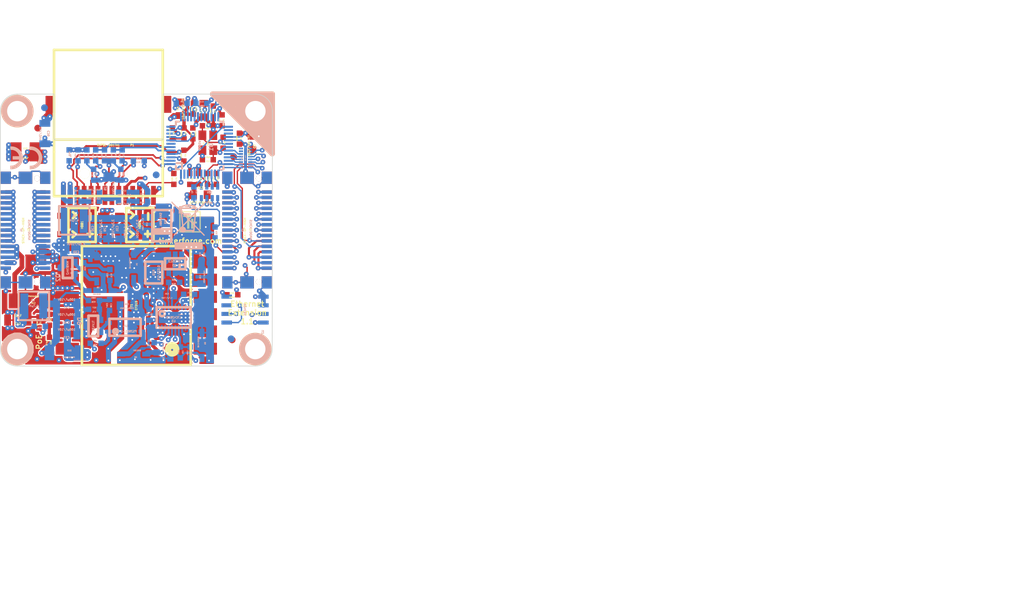
<source format=kicad_pcb>
(kicad_pcb (version 4) (host pcbnew 4.0.6-e0-6349~53~ubuntu16.04.1)
  (title_block (title "Ethernet Extension with PoE") (date "Di 23 Jun 2015") (rev 1.1) (company "Tinkerforge GmbH") (comment 1 "Licensed under CERN OHL v.1.1") (comment 2 "Copyright (©) 2015, B.Nordmeyer <bastian@tinkerforge.com>"))
  (layers (0 Vorderseite signal hide) (1 GND signal hide) (2 VCC signal hide) (31 Rückseite signal) (34 B.Paste user) (35 F.Paste user) (36 B.SilkS user) (37 F.SilkS user) (38 B.Mask user) (39 F.Mask user) (44 Edge.Cuts user))
  (net 0 "")
  (net 1 +3.3VP)
  (net 2 +5V)
  (net 3 3V3)
  (net 4 AGND)
  (net 5 DATA+)
  (net 6 DATA-)
  (net 7 GND)
  (net 8 GNDPWR)
  (net 9 INT)
  (net 10 MISO)
  (net 11 MOSI)
  (net 12 RXIN)
  (net 13 RXIP)
  (net 14 SCK)
  (net 15 SCL)
  (net 16 SDA)
  (net 17 SELECT)
  (net 18 SPARE+)
  (net 19 SPARE-)
  (net 20 TXON)
  (net 21 TXOP)
  (net 22 VAA)
  (net 23 VCC)
  (net 24 nRESET)
  (net 25 yellowLED)
  (net 26 "Net-(C16-Pad2)")
  (net 27 "Net-(C18-Pad2)")
  (net 28 "Net-(C21-Pad2)")
  (net 29 "Net-(C22-Pad2)")
  (net 30 "Net-(C23-Pad2)")
  (net 31 "Net-(C28-Pad1)")
  (net 32 "Net-(C28-Pad2)")
  (net 33 "Net-(C33-Pad2)")
  (net 34 "Net-(C35-Pad1)")
  (net 35 "Net-(C35-Pad2)")
  (net 36 "Net-(C37-Pad2)")
  (net 37 "Net-(C38-Pad1)")
  (net 38 "Net-(C38-Pad2)")
  (net 39 "Net-(C39-Pad2)")
  (net 40 "Net-(C42-Pad2)")
  (net 41 "Net-(D4-Pad2)")
  (net 42 "Net-(D5-Pad2)")
  (net 43 "Net-(D6-Pad1)")
  (net 44 "Net-(D7-Pad2)")
  (net 45 "Net-(D8-Pad1)")
  (net 46 "Net-(D8-Pad2)")
  (net 47 "Net-(D10-Pad1)")
  (net 48 "Net-(D11-Pad2)")
  (net 49 "Net-(J1-Pad23)")
  (net 50 "Net-(J1-Pad21)")
  (net 51 "Net-(J1-Pad19)")
  (net 52 "Net-(J1-Pad11)")
  (net 53 "Net-(J1-Pad9)")
  (net 54 "Net-(J1-Pad7)")
  (net 55 "Net-(J1-Pad5)")
  (net 56 "Net-(J1-Pad3)")
  (net 57 "Net-(J1-Pad1)")
  (net 58 "Net-(J1-Pad6)")
  (net 59 "Net-(J1-Pad8)")
  (net 60 "Net-(J1-Pad10)")
  (net 61 "Net-(J1-Pad12)")
  (net 62 "Net-(J1-Pad14)")
  (net 63 "Net-(J1-Pad16)")
  (net 64 "Net-(J1-Pad18)")
  (net 65 "Net-(J1-Pad20)")
  (net 66 "Net-(J1-Pad22)")
  (net 67 "Net-(J1-Pad24)")
  (net 68 "Net-(J1-Pad26)")
  (net 69 "Net-(J1-Pad28)")
  (net 70 "Net-(J1-Pad30)")
  (net 71 "Net-(J3-Pad29)")
  (net 72 "Net-(J3-Pad1)")
  (net 73 "Net-(J3-Pad10)")
  (net 74 "Net-(J3-Pad30)")
  (net 75 "Net-(P1-Pad7)")
  (net 76 "Net-(P1-Pad13)")
  (net 77 "Net-(Q3-Pad3)")
  (net 78 "Net-(Q3-Pad4)")
  (net 79 "Net-(R1-Pad2)")
  (net 80 "Net-(R2-Pad2)")
  (net 81 "Net-(R3-Pad2)")
  (net 82 "Net-(R14-Pad1)")
  (net 83 "Net-(R16-Pad1)")
  (net 84 "Net-(R17-Pad2)")
  (net 85 "Net-(R19-Pad2)")
  (net 86 "Net-(R25-Pad1)")
  (net 87 "Net-(C1-Pad2)")
  (net 88 "Net-(C7-Pad2)")
  (net 89 "Net-(C12-Pad2)")
  (net 90 "Net-(C14-Pad2)")
  (net 91 "Net-(C17-Pad2)")
  (net 92 "Net-(C19-Pad2)")
  (net 93 "Net-(C24-Pad2)")
  (net 94 "Net-(C26-Pad1)")
  (net 95 "Net-(RP3-Pad5)")
  (net 96 "Net-(RP3-Pad6)")
  (net 97 "Net-(RP3-Pad7)")
  (net 98 "Net-(RP3-Pad8)")
  (net 99 "Net-(P2-Pad1)")
  (net 100 "Net-(FILTER1-Pad1)")
  (net 101 "Net-(FILTER1-Pad2)")
  (net 102 "Net-(FILTER1-Pad3)")
  (net 103 "Net-(FILTER1-Pad4)")
  (net 104 "Net-(FILTER1-Pad5)")
  (net 105 "Net-(FILTER1-Pad6)")
  (module 0603 (layer Rückseite) (at 141.2 97.95 270)
    (fp_text reference R5 (at 0.05 -0.225 270) (layer B.SilkS) (effects (font (size 0.2 0.2) (thickness 0.05)) (justify mirror)))
    (fp_text value 49.9 (at -0.26 -0.05 270) (layer B.SilkS) (effects (font (size 0.2 0.2) (thickness 0.05)) (justify mirror)))
    (pad 1 smd rect (at -0.8001 0 270) (size 0.8001 0.8001) (layers Rückseite B.Paste B.Mask) (net 1 +3.3VP))
    (pad 2 smd rect (at 0.8001 0 270) (size 0.8001 0.8001) (layers Rückseite B.Paste B.Mask) (net 21 TXOP))
  )
  (module WEEE_7mm (layer Rückseite) (at 158.75 108.275)
    (fp_text reference VAL hide)
    (fp_text value WEEE_7mm hide)
  )
  (module CE_5mm (layer Rückseite) (at 134.85 98.325 180)
    (fp_text reference VAL hide)
    (fp_text value CE_5mm hide)
  )
  (module Logo_31x31 (layer Vorderseite) (at 157.4 106.15)
    (fp_text reference G*** hide)
    (fp_text value Logo_31x31 hide)
  )
  (module Fiducial_Mark (layer Rückseite) (at 165.025 124.95)
    (fp_text reference Fiducial_Mark hide)
    (fp_text value VAL** hide)
    (pad 1 smd circle (at 0 0) (size 1.00076 1.00076) (layers Rückseite B.Mask) (clearance 0.65024))
  )
  (module Fiducial_Mark (layer Rückseite) (at 137.575 90.95)
    (fp_text reference Fiducial_Mark hide)
    (fp_text value VAL** hide)
    (pad 1 smd circle (at 0 0) (size 1.00076 1.00076) (layers Rückseite B.Mask) (clearance 0.65024))
  )
  (module Fiducial_Mark (layer Rückseite) (at 154 100.825)
    (fp_text reference Fiducial_Mark hide)
    (fp_text value VAL** hide)
    (pad 1 smd circle (at 0 0) (size 1.00076 1.00076) (layers Rückseite B.Mask) (clearance 0.65024))
  )
  (module Fiducial_Mark (layer Vorderseite) (at 165.175 125.1)
    (fp_text reference Fiducial_Mark hide)
    (fp_text value VAL** hide)
    (pad 1 smd circle (at 0 0) (size 1.00076 1.00076) (layers Vorderseite F.Mask) (clearance 0.65024))
  )
  (module Fiducial_Mark (layer Vorderseite) (at 145.575 124.45)
    (fp_text reference Fiducial_Mark hide)
    (fp_text value VAL** hide)
    (pad 1 smd circle (at 0 0) (size 1.00076 1.00076) (layers Vorderseite F.Mask) (clearance 0.65024))
  )
  (module Fiducial_Mark (layer Vorderseite) (at 136.575 93.95)
    (fp_text reference Fiducial_Mark hide)
    (fp_text value VAL** hide)
    (pad 1 smd circle (at 0 0) (size 1.00076 1.00076) (layers Vorderseite F.Mask) (clearance 0.65024))
  )
  (module Fiducial_Mark (layer Vorderseite) (at 165.4 98.15)
    (fp_text reference Fiducial_Mark hide)
    (fp_text value VAL** hide)
    (pad 1 smd circle (at 0 0) (size 1.00076 1.00076) (layers Vorderseite F.Mask) (clearance 0.65024))
  )
  (module 0603 (layer Vorderseite) (at 162.4 91.5 90)
    (fp_text reference C1 (at 0.05 0.225 90) (layer F.SilkS) (effects (font (size 0.2 0.2) (thickness 0.05))))
    (fp_text value 10nF (at 0.05 -0.375 90) (layer F.SilkS) (effects (font (size 0.2 0.2) (thickness 0.05))))
    (pad 1 smd rect (at -0.8001 0 90) (size 0.8001 0.8001) (layers Vorderseite F.Paste F.Mask) (net 7 GND))
    (pad 2 smd rect (at 0.8001 0 90) (size 0.8001 0.8001) (layers Vorderseite F.Paste F.Mask) (net 87 "Net-(C1-Pad2)"))
  )
  (module 0603 (layer Vorderseite) (at 166.25 95.5 90)
    (fp_text reference C3 (at 0.05 0.225 90) (layer F.SilkS) (effects (font (size 0.2 0.2) (thickness 0.05))))
    (fp_text value 100nF (at 0.05 -0.375 90) (layer F.SilkS) (effects (font (size 0.2 0.2) (thickness 0.05))))
    (pad 1 smd rect (at -0.8001 0 90) (size 0.8001 0.8001) (layers Vorderseite F.Paste F.Mask) (net 7 GND))
    (pad 2 smd rect (at 0.8001 0 90) (size 0.8001 0.8001) (layers Vorderseite F.Paste F.Mask) (net 3 3V3))
  )
  (module 0603 (layer Vorderseite) (at 158.075 98 90)
    (fp_text reference C5 (at 0.05 0.225 90) (layer F.SilkS) (effects (font (size 0.2 0.2) (thickness 0.05))))
    (fp_text value 100nF (at 0.05 -0.375 90) (layer F.SilkS) (effects (font (size 0.2 0.2) (thickness 0.05))))
    (pad 1 smd rect (at -0.8001 0 90) (size 0.8001 0.8001) (layers Vorderseite F.Paste F.Mask) (net 7 GND))
    (pad 2 smd rect (at 0.8001 0 90) (size 0.8001 0.8001) (layers Vorderseite F.Paste F.Mask) (net 1 +3.3VP))
  )
  (module 0603 (layer Rückseite) (at 157.75 90.3)
    (fp_text reference C9 (at 0.05 -0.225) (layer B.SilkS) (effects (font (size 0.2 0.2) (thickness 0.05)) (justify mirror)))
    (fp_text value 100nF (at 0.05 0.375) (layer B.SilkS) (effects (font (size 0.2 0.2) (thickness 0.05)) (justify mirror)))
    (pad 1 smd rect (at -0.8001 0) (size 0.8001 0.8001) (layers Rückseite B.Paste B.Mask) (net 7 GND))
    (pad 2 smd rect (at 0.8001 0) (size 0.8001 0.8001) (layers Rückseite B.Paste B.Mask) (net 1 +3.3VP))
  )
  (module 0603 (layer Vorderseite) (at 159.475 91.1 270)
    (fp_text reference C10 (at 0.05 0.225 270) (layer F.SilkS) (effects (font (size 0.2 0.2) (thickness 0.05))))
    (fp_text value 100nF (at 0.05 -0.375 270) (layer F.SilkS) (effects (font (size 0.2 0.2) (thickness 0.05))))
    (pad 1 smd rect (at -0.8001 0 270) (size 0.8001 0.8001) (layers Vorderseite F.Paste F.Mask) (net 7 GND))
    (pad 2 smd rect (at 0.8001 0 270) (size 0.8001 0.8001) (layers Vorderseite F.Paste F.Mask) (net 1 +3.3VP))
  )
  (module 0603 (layer Vorderseite) (at 161.6 98.6)
    (fp_text reference C12 (at 0.05 0.225) (layer F.SilkS) (effects (font (size 0.2 0.2) (thickness 0.05))))
    (fp_text value 10pF (at 0.05 -0.375) (layer F.SilkS) (effects (font (size 0.2 0.2) (thickness 0.05))))
    (pad 1 smd rect (at -0.8001 0) (size 0.8001 0.8001) (layers Vorderseite F.Paste F.Mask) (net 7 GND) (clearance 0.14986))
    (pad 2 smd rect (at 0.8001 0) (size 0.8001 0.8001) (layers Vorderseite F.Paste F.Mask) (net 89 "Net-(C12-Pad2)") (clearance 0.14986))
  )
  (module 0603 (layer Vorderseite) (at 161.6 93.6 180)
    (fp_text reference C14 (at 0.05 0.225 180) (layer F.SilkS) (effects (font (size 0.2 0.2) (thickness 0.05))))
    (fp_text value 10pF (at 0.05 -0.375 180) (layer F.SilkS) (effects (font (size 0.2 0.2) (thickness 0.05))))
    (pad 1 smd rect (at -0.8001 0 180) (size 0.8001 0.8001) (layers Vorderseite F.Paste F.Mask) (net 7 GND))
    (pad 2 smd rect (at 0.8001 0 180) (size 0.8001 0.8001) (layers Vorderseite F.Paste F.Mask) (net 90 "Net-(C14-Pad2)"))
  )
  (module 0603 (layer Rückseite) (at 144.8 100.8 90)
    (fp_text reference C16 (at 0.05 -0.225 90) (layer B.SilkS) (effects (font (size 0.2 0.2) (thickness 0.05)) (justify mirror)))
    (fp_text value 22nF (at 0.05 0.375 90) (layer B.SilkS) (effects (font (size 0.2 0.2) (thickness 0.05)) (justify mirror)))
    (pad 1 smd rect (at -0.8001 0 90) (size 0.8001 0.8001) (layers Rückseite B.Paste B.Mask) (net 7 GND) (clearance 0.14986))
    (pad 2 smd rect (at 0.8001 0 90) (size 0.8001 0.8001) (layers Rückseite B.Paste B.Mask) (net 26 "Net-(C16-Pad2)") (clearance 0.14986))
  )
  (module 0603 (layer Vorderseite) (at 165.21 118.46 180)
    (fp_text reference C20 (at 0.05 0.225 180) (layer F.SilkS) (effects (font (size 0.2 0.2) (thickness 0.05))))
    (fp_text value 100nF (at 0.05 -0.375 180) (layer F.SilkS) (effects (font (size 0.2 0.2) (thickness 0.05))))
    (pad 1 smd rect (at -0.8001 0 180) (size 0.8001 0.8001) (layers Vorderseite F.Paste F.Mask) (net 7 GND))
    (pad 2 smd rect (at 0.8001 0 180) (size 0.8001 0.8001) (layers Vorderseite F.Paste F.Mask) (net 3 3V3))
  )
  (module 0603 (layer Rückseite) (at 149.25 104.7)
    (fp_text reference C21 (at 0.05 -0.225) (layer B.SilkS) (effects (font (size 0.2 0.2) (thickness 0.05)) (justify mirror)))
    (fp_text value 0.01µF/200V (at 0.05 0.375) (layer B.SilkS) (effects (font (size 0.2 0.2) (thickness 0.05)) (justify mirror)))
    (pad 1 smd rect (at -0.8001 0) (size 0.8001 0.8001) (layers Rückseite B.Paste B.Mask) (net 8 GNDPWR))
    (pad 2 smd rect (at 0.8001 0) (size 0.8001 0.8001) (layers Rückseite B.Paste B.Mask) (net 28 "Net-(C21-Pad2)"))
  )
  (module 0603 (layer Rückseite) (at 144.85 103.4 180)
    (fp_text reference C24 (at 0.05 -0.225 180) (layer B.SilkS) (effects (font (size 0.2 0.2) (thickness 0.05)) (justify mirror)))
    (fp_text value 0.01µF/200V (at 0.05 0.375 180) (layer B.SilkS) (effects (font (size 0.2 0.2) (thickness 0.05)) (justify mirror)))
    (pad 1 smd rect (at -0.8001 0 180) (size 0.8001 0.8001) (layers Rückseite B.Paste B.Mask) (net 8 GNDPWR))
    (pad 2 smd rect (at 0.8001 0 180) (size 0.8001 0.8001) (layers Rückseite B.Paste B.Mask) (net 93 "Net-(C24-Pad2)"))
  )
  (module 0805 (layer Rückseite) (at 152.45 108.1 270)
    (fp_text reference C28 (at 0 -0.2 270) (layer B.SilkS) (effects (font (size 0.2 0.2) (thickness 0.05)) (justify mirror)))
    (fp_text value 0,1µF/100V (at 0 0.4 270) (layer B.SilkS) (effects (font (size 0.2 0.2) (thickness 0.05)) (justify mirror)))
    (pad 1 smd rect (at -1.00076 0 270) (size 1.00076 1.24968) (layers Rückseite B.Paste B.Mask) (net 31 "Net-(C28-Pad1)") (clearance 0.14986))
    (pad 2 smd rect (at 1.00076 0 270) (size 1.00076 1.24968) (layers Rückseite B.Paste B.Mask) (net 32 "Net-(C28-Pad2)") (clearance 0.14986))
  )
  (module 1206 (layer Rückseite) (at 147 108.75 90)
    (fp_text reference C29 (at 0 -0.5375 90) (layer B.SilkS) (effects (font (size 0.3 0.3) (thickness 0.075)) (justify mirror)))
    (fp_text value 2,2µF/100V (at 0 0.65 90) (layer B.SilkS) (effects (font (size 0.3 0.3) (thickness 0.075)) (justify mirror)))
    (pad 1 smd rect (at -1.50114 0 90) (size 1.00076 1.6002) (layers Rückseite B.Paste B.Mask) (net 4 AGND))
    (pad 2 smd rect (at 1.50114 0 90) (size 1.00076 1.6002) (layers Rückseite B.Paste B.Mask) (net 32 "Net-(C28-Pad2)"))
  )
  (module 1206 (layer Rückseite) (at 145.2 108.75 90)
    (fp_text reference C30 (at 0 -0.5375 90) (layer B.SilkS) (effects (font (size 0.3 0.3) (thickness 0.075)) (justify mirror)))
    (fp_text value 2,2µF/100V (at 0 0.65 90) (layer B.SilkS) (effects (font (size 0.3 0.3) (thickness 0.075)) (justify mirror)))
    (pad 1 smd rect (at -1.50114 0 90) (size 1.00076 1.6002) (layers Rückseite B.Paste B.Mask) (net 4 AGND))
    (pad 2 smd rect (at 1.50114 0 90) (size 1.00076 1.6002) (layers Rückseite B.Paste B.Mask) (net 32 "Net-(C28-Pad2)"))
  )
  (module 1206 (layer Rückseite) (at 148.8 108.75 90)
    (fp_text reference C31 (at 0 -0.5375 90) (layer B.SilkS) (effects (font (size 0.3 0.3) (thickness 0.075)) (justify mirror)))
    (fp_text value 2,2µF/100V (at 0 0.65 90) (layer B.SilkS) (effects (font (size 0.3 0.3) (thickness 0.075)) (justify mirror)))
    (pad 1 smd rect (at -1.50114 0 90) (size 1.00076 1.6002) (layers Rückseite B.Paste B.Mask) (net 4 AGND))
    (pad 2 smd rect (at 1.50114 0 90) (size 1.00076 1.6002) (layers Rückseite B.Paste B.Mask) (net 32 "Net-(C28-Pad2)"))
  )
  (module 1206 (layer Rückseite) (at 150.6 108.75 90)
    (fp_text reference C32 (at 0 -0.5375 90) (layer B.SilkS) (effects (font (size 0.3 0.3) (thickness 0.075)) (justify mirror)))
    (fp_text value 2,2µF/100V (at 0 0.65 90) (layer B.SilkS) (effects (font (size 0.3 0.3) (thickness 0.075)) (justify mirror)))
    (pad 1 smd rect (at -1.50114 0 90) (size 1.00076 1.6002) (layers Rückseite B.Paste B.Mask) (net 4 AGND))
    (pad 2 smd rect (at 1.50114 0 90) (size 1.00076 1.6002) (layers Rückseite B.Paste B.Mask) (net 32 "Net-(C28-Pad2)"))
  )
  (module 1206 (layer Rückseite) (at 142.25 111.65 180)
    (fp_text reference C33 (at 0 -0.5375 180) (layer B.SilkS) (effects (font (size 0.3 0.3) (thickness 0.075)) (justify mirror)))
    (fp_text value 2,2µF/100V (at 0 0.65 180) (layer B.SilkS) (effects (font (size 0.3 0.3) (thickness 0.075)) (justify mirror)))
    (pad 1 smd rect (at -1.50114 0 180) (size 1.00076 1.6002) (layers Rückseite B.Paste B.Mask) (net 4 AGND))
    (pad 2 smd rect (at 1.50114 0 180) (size 1.00076 1.6002) (layers Rückseite B.Paste B.Mask) (net 33 "Net-(C33-Pad2)"))
  )
  (module 0805 (layer Rückseite) (at 155.575 118.525)
    (fp_text reference C34 (at 0 -0.2) (layer B.SilkS) (effects (font (size 0.2 0.2) (thickness 0.05)) (justify mirror)))
    (fp_text value 4,7µF/16V (at 0 0.4) (layer B.SilkS) (effects (font (size 0.2 0.2) (thickness 0.05)) (justify mirror)))
    (pad 1 smd rect (at -1.00076 0) (size 1.00076 1.24968) (layers Rückseite B.Paste B.Mask) (net 4 AGND) (clearance 0.14986))
    (pad 2 smd rect (at 1.00076 0) (size 1.00076 1.24968) (layers Rückseite B.Paste B.Mask) (net 22 VAA) (clearance 0.14986))
  )
  (module 0805 (layer Rückseite) (at 160.675 115.825 90)
    (fp_text reference C35 (at 0 -0.2 90) (layer B.SilkS) (effects (font (size 0.2 0.2) (thickness 0.05)) (justify mirror)))
    (fp_text value 150pF/200V (at 0 0.4 90) (layer B.SilkS) (effects (font (size 0.2 0.2) (thickness 0.05)) (justify mirror)))
    (pad 1 smd rect (at -1.00076 0 90) (size 1.00076 1.24968) (layers Rückseite B.Paste B.Mask) (net 34 "Net-(C35-Pad1)") (clearance 0.14986))
    (pad 2 smd rect (at 1.00076 0 90) (size 1.00076 1.24968) (layers Rückseite B.Paste B.Mask) (net 35 "Net-(C35-Pad2)") (clearance 0.14986))
  )
  (module 0805 (layer Rückseite) (at 149.7 120.05)
    (fp_text reference C36 (at 0 -0.2) (layer B.SilkS) (effects (font (size 0.2 0.2) (thickness 0.05)) (justify mirror)))
    (fp_text value 2200pF/250V (at 0 0.4) (layer B.SilkS) (effects (font (size 0.2 0.2) (thickness 0.05)) (justify mirror)))
    (pad 1 smd rect (at -1.00076 0) (size 1.00076 1.24968) (layers Rückseite B.Paste B.Mask) (net 7 GND) (clearance 0.14986))
    (pad 2 smd rect (at 1.00076 0) (size 1.00076 1.24968) (layers Rückseite B.Paste B.Mask) (net 4 AGND) (clearance 0.14986))
  )
  (module 1206 (layer Rückseite) (at 140.825 124.225 180)
    (fp_text reference C37 (at 0 -0.5375 180) (layer B.SilkS) (effects (font (size 0.3 0.3) (thickness 0.075)) (justify mirror)))
    (fp_text value 100µF/10V (at 0 0.65 180) (layer B.SilkS) (effects (font (size 0.3 0.3) (thickness 0.075)) (justify mirror)))
    (pad 1 smd rect (at -1.50114 0 180) (size 1.00076 1.6002) (layers Rückseite B.Paste B.Mask) (net 7 GND))
    (pad 2 smd rect (at 1.50114 0 180) (size 1.00076 1.6002) (layers Rückseite B.Paste B.Mask) (net 36 "Net-(C37-Pad2)"))
  )
  (module 0603 (layer Rückseite) (at 147.15 119.975 270)
    (fp_text reference C38 (at 0.05 -0.225 270) (layer B.SilkS) (effects (font (size 0.2 0.2) (thickness 0.05)) (justify mirror)))
    (fp_text value 33nF (at 0.05 0.375 270) (layer B.SilkS) (effects (font (size 0.2 0.2) (thickness 0.05)) (justify mirror)))
    (pad 1 smd rect (at -0.8001 0 270) (size 0.8001 0.8001) (layers Rückseite B.Paste B.Mask) (net 37 "Net-(C38-Pad1)"))
    (pad 2 smd rect (at 0.8001 0 270) (size 0.8001 0.8001) (layers Rückseite B.Paste B.Mask) (net 38 "Net-(C38-Pad2)"))
  )
  (module 0603 (layer Vorderseite) (at 138.3 125.525 90)
    (fp_text reference C39 (at 0.05 0.225 90) (layer F.SilkS) (effects (font (size 0.2 0.2) (thickness 0.05))))
    (fp_text value 470pF (at 0.05 -0.375 90) (layer F.SilkS) (effects (font (size 0.2 0.2) (thickness 0.05))))
    (pad 1 smd rect (at -0.8001 0 90) (size 0.8001 0.8001) (layers Vorderseite F.Paste F.Mask) (net 36 "Net-(C37-Pad2)"))
    (pad 2 smd rect (at 0.8001 0 90) (size 0.8001 0.8001) (layers Vorderseite F.Paste F.Mask) (net 39 "Net-(C39-Pad2)"))
  )
  (module 1206 (layer Rückseite) (at 140.825 122.025 180)
    (fp_text reference C40 (at 0 -0.5375 180) (layer B.SilkS) (effects (font (size 0.3 0.3) (thickness 0.075)) (justify mirror)))
    (fp_text value 100µF/10V (at 0 0.65 180) (layer B.SilkS) (effects (font (size 0.3 0.3) (thickness 0.075)) (justify mirror)))
    (pad 1 smd rect (at -1.50114 0 180) (size 1.00076 1.6002) (layers Rückseite B.Paste B.Mask) (net 7 GND))
    (pad 2 smd rect (at 1.50114 0 180) (size 1.00076 1.6002) (layers Rückseite B.Paste B.Mask) (net 36 "Net-(C37-Pad2)"))
  )
  (module 1206 (layer Rückseite) (at 140.825 119.825 180)
    (fp_text reference C41 (at 0 -0.5375 180) (layer B.SilkS) (effects (font (size 0.3 0.3) (thickness 0.075)) (justify mirror)))
    (fp_text value 100µF/10V (at 0 0.65 180) (layer B.SilkS) (effects (font (size 0.3 0.3) (thickness 0.075)) (justify mirror)))
    (pad 1 smd rect (at -1.50114 0 180) (size 1.00076 1.6002) (layers Rückseite B.Paste B.Mask) (net 7 GND))
    (pad 2 smd rect (at 1.50114 0 180) (size 1.00076 1.6002) (layers Rückseite B.Paste B.Mask) (net 36 "Net-(C37-Pad2)"))
  )
  (module 1206 (layer Vorderseite) (at 133.65 122.2)
    (fp_text reference C42 (at 0 0.5375) (layer F.SilkS) (effects (font (size 0.3 0.3) (thickness 0.075))))
    (fp_text value 10µF (at 0 -0.65) (layer F.SilkS) (effects (font (size 0.3 0.3) (thickness 0.075))))
    (pad 1 smd rect (at -1.50114 0) (size 1.00076 1.6002) (layers Vorderseite F.Paste F.Mask) (net 7 GND))
    (pad 2 smd rect (at 1.50114 0) (size 1.00076 1.6002) (layers Vorderseite F.Paste F.Mask) (net 40 "Net-(C42-Pad2)"))
  )
  (module MiniDIP (layer Vorderseite) (at 143.1 108.2 270)
    (fp_text reference D2 (at 0 0 270) (layer F.SilkS) (effects (font (size 0.29972 0.29972) (thickness 0.0762))))
    (fp_text value HD01 (at 0 0 270) (layer F.SilkS) (effects (font (size 0.29972 0.29972) (thickness 0.0762))))
    (pad 1 smd rect (at -1.34874 -2.99974 270) (size 0.89916 1.30048) (layers Vorderseite F.Paste F.Mask) (net 31 "Net-(C28-Pad1)"))
    (pad 3 smd rect (at 1.34874 -2.99974 270) (size 0.89916 1.30048) (layers Vorderseite F.Paste F.Mask) (net 32 "Net-(C28-Pad2)"))
    (pad 2 smd rect (at -1.34874 2.99974 270) (size 0.89916 1.30048) (layers Vorderseite F.Paste F.Mask) (net 18 SPARE+))
    (pad 4 smd rect (at 1.34874 2.99974 270) (size 0.89916 1.30048) (layers Vorderseite F.Paste F.Mask) (net 19 SPARE-))
  )
  (module DO-214AC (layer Rückseite) (at 154.825 108.3 270)
    (fp_text reference D3 (at -0.55 -0.55 270) (layer B.SilkS) (effects (font (size 0.29972 0.29972) (thickness 0.0762)) (justify mirror)))
    (fp_text value SMAJ58A (at -0.95 0.15 270) (layer B.SilkS) (effects (font (size 0.29972 0.29972) (thickness 0.0762)) (justify mirror)))
    (pad 1 smd rect (at -2.19964 0 270) (size 2.10058 1.80086) (layers Rückseite B.Paste B.Mask) (net 31 "Net-(C28-Pad1)"))
    (pad 2 smd rect (at 2.19964 0 270) (size 2.10058 1.80086) (layers Rückseite B.Paste B.Mask) (net 32 "Net-(C28-Pad2)"))
  )
  (module SOD-123 (layer Rückseite) (at 150.7 114.3 270)
    (fp_text reference D4 (at -0.3 -0.46 270) (layer B.SilkS) (effects (font (size 0.2 0.2) (thickness 0.05)) (justify mirror)))
    (fp_text value MMSD4148 (at -0.5 0.54 270) (layer B.SilkS) (effects (font (size 0.2 0.2) (thickness 0.05)) (justify mirror)))
    (pad 1 smd rect (at -1.84912 0 270) (size 1.19888 0.70104) (layers Rückseite B.Paste B.Mask) (net 32 "Net-(C28-Pad2)") (clearance 0.14986))
    (pad 2 smd rect (at 1.84912 0 270) (size 1.19888 0.70104) (layers Rückseite B.Paste B.Mask) (net 41 "Net-(D4-Pad2)") (clearance 0.14986))
  )
  (module SOD-123 (layer Rückseite) (at 160.75 125.9 270)
    (fp_text reference D5 (at -0.3 -0.46 270) (layer B.SilkS) (effects (font (size 0.2 0.2) (thickness 0.05)) (justify mirror)))
    (fp_text value MMSD4148 (at -0.5 0.54 270) (layer B.SilkS) (effects (font (size 0.2 0.2) (thickness 0.05)) (justify mirror)))
    (pad 1 smd rect (at -1.84912 0 270) (size 1.19888 0.70104) (layers Rückseite B.Paste B.Mask) (net 4 AGND) (clearance 0.14986))
    (pad 2 smd rect (at 1.84912 0 270) (size 1.19888 0.70104) (layers Rückseite B.Paste B.Mask) (net 42 "Net-(D5-Pad2)") (clearance 0.14986))
  )
  (module SOD-123 (layer Rückseite) (at 145.75 117.85)
    (fp_text reference D6 (at -0.3 -0.46) (layer B.SilkS) (effects (font (size 0.2 0.2) (thickness 0.05)) (justify mirror)))
    (fp_text value BAS16H (at -0.5 0.54) (layer B.SilkS) (effects (font (size 0.2 0.2) (thickness 0.05)) (justify mirror)))
    (pad 1 smd rect (at -1.84912 0) (size 1.19888 0.70104) (layers Rückseite B.Paste B.Mask) (net 43 "Net-(D6-Pad1)") (clearance 0.14986))
    (pad 2 smd rect (at 1.84912 0) (size 1.19888 0.70104) (layers Rückseite B.Paste B.Mask) (net 22 VAA) (clearance 0.14986))
  )
  (module SOD-123 (layer Rückseite) (at 150.7 127.2 180)
    (fp_text reference D8 (at -0.3 -0.46 180) (layer B.SilkS) (effects (font (size 0.2 0.2) (thickness 0.05)) (justify mirror)))
    (fp_text value BAS16H (at -0.5 0.54 180) (layer B.SilkS) (effects (font (size 0.2 0.2) (thickness 0.05)) (justify mirror)))
    (pad 1 smd rect (at -1.84912 0 180) (size 1.19888 0.70104) (layers Rückseite B.Paste B.Mask) (net 45 "Net-(D8-Pad1)") (clearance 0.14986))
    (pad 2 smd rect (at 1.84912 0 180) (size 1.19888 0.70104) (layers Rückseite B.Paste B.Mask) (net 46 "Net-(D8-Pad2)") (clearance 0.14986))
  )
  (module SOT23-3 (layer Rückseite) (at 144.75 123.05 90)
    (fp_text reference D9 (at 0.70104 -1.99898 90) (layer B.SilkS) (effects (font (size 0.59944 0.59944) (thickness 0.12446)) (justify mirror)))
    (fp_text value TLV431 (at 0 0 90) (layer B.SilkS) (effects (font (size 0.29972 0.29972) (thickness 0.07112)) (justify mirror)))
    (pad 1 smd rect (at 0.889 1.016 90) (size 0.9144 0.9144) (layers Rückseite B.Paste B.Mask) (net 37 "Net-(C38-Pad1)"))
    (pad 2 smd rect (at -0.889 1.016 90) (size 0.9144 0.9144) (layers Rückseite B.Paste B.Mask) (net 38 "Net-(C38-Pad2)"))
    (pad 3 smd rect (at 0 -1.00076 90) (size 0.9144 0.9144) (layers Rückseite B.Paste B.Mask) (net 7 GND))
  )
  (module SOD-128 (layer Rückseite) (at 140.5 127)
    (fp_text reference D10 (at 0.75 -0.325) (layer B.SilkS) (effects (font (size 0.2 0.2) (thickness 0.05)) (justify mirror)))
    (fp_text value PMEG4050 (at 0.75 0.675) (layer B.SilkS) (effects (font (size 0.2 0.2) (thickness 0.05)) (justify mirror)))
    (pad 2 smd rect (at -2.19964 0) (size 1.39954 2.19964) (layers Rückseite B.Paste B.Mask) (net 36 "Net-(C37-Pad2)"))
    (pad 1 smd rect (at 2.19964 0) (size 1.39954 2.19964) (layers Rückseite B.Paste B.Mask) (net 47 "Net-(D10-Pad1)"))
  )
  (module D0603 (layer Vorderseite) (at 136.775 122.525 270)
    (fp_text reference D11 (at -0.025 -0.2 270) (layer F.SilkS) (effects (font (size 0.2 0.2) (thickness 0.05))))
    (fp_text value green (at 0.075 0.3 270) (layer F.SilkS) (effects (font (size 0.2 0.2) (thickness 0.05))))
    (pad 1 smd rect (at -0.8001 0 270) (size 0.8001 0.8001) (layers Vorderseite F.Paste F.Mask) (net 40 "Net-(C42-Pad2)"))
    (pad 2 smd rect (at 0.8001 0 270) (size 0.8001 0.8001) (layers Vorderseite F.Paste F.Mask) (net 48 "Net-(D11-Pad2)"))
  )
  (module SOD-128 (layer Vorderseite) (at 135.2 119.375)
    (fp_text reference D12 (at 0.75 0.325) (layer F.SilkS) (effects (font (size 0.2 0.2) (thickness 0.05))))
    (fp_text value PMEG4050 (at 0.75 -0.675) (layer F.SilkS) (effects (font (size 0.2 0.2) (thickness 0.05))))
    (pad 2 smd rect (at -2.19964 0) (size 1.39954 2.19964) (layers Vorderseite F.Paste F.Mask) (net 2 +5V))
    (pad 1 smd rect (at 2.19964 0) (size 1.39954 2.19964) (layers Vorderseite F.Paste F.Mask) (net 40 "Net-(C42-Pad2)"))
  )
  (module BTB08-ACS-TOP (layer Vorderseite) (at 167.37584 108.95076 90)
    (fp_text reference J1 (at 0.025 0.475 90) (layer F.SilkS) (effects (font (size 0.3 0.3) (thickness 0.075))))
    (fp_text value STACK-UP-HIGH (at -0.075 -0.325 90) (layer F.SilkS) (effects (font (size 0.3 0.3) (thickness 0.075))))
    (pad 29 smd rect (at -5.59816 2.89814 270) (size 0.49784 1.4986) (layers Vorderseite F.Paste F.Mask))
    (pad 27 smd rect (at -4.79806 2.89814 270) (size 0.49784 1.4986) (layers Vorderseite F.Paste F.Mask))
    (pad 25 smd rect (at -3.99796 2.89814 270) (size 0.49784 1.4986) (layers Vorderseite F.Paste F.Mask))
    (pad 23 smd rect (at -3.19786 2.89814 270) (size 0.49784 1.4986) (layers Vorderseite F.Paste F.Mask) (net 49 "Net-(J1-Pad23)"))
    (pad 21 smd rect (at -2.39776 2.89814 270) (size 0.49784 1.4986) (layers Vorderseite F.Paste F.Mask) (net 50 "Net-(J1-Pad21)"))
    (pad 19 smd rect (at -1.59766 2.89814 270) (size 0.49784 1.4986) (layers Vorderseite F.Paste F.Mask) (net 51 "Net-(J1-Pad19)"))
    (pad 17 smd rect (at -0.79756 2.89814 270) (size 0.49784 1.4986) (layers Vorderseite F.Paste F.Mask) (net 14 SCK))
    (pad 15 smd rect (at 0 2.89814 270) (size 0.49784 1.4986) (layers Vorderseite F.Paste F.Mask) (net 11 MOSI))
    (pad 13 smd rect (at 0.79756 2.89814 270) (size 0.49784 1.4986) (layers Vorderseite F.Paste F.Mask) (net 10 MISO))
    (pad 11 smd rect (at 1.59766 2.89814 270) (size 0.49784 1.4986) (layers Vorderseite F.Paste F.Mask) (net 52 "Net-(J1-Pad11)"))
    (pad 9 smd rect (at 2.39776 2.89814 270) (size 0.49784 1.4986) (layers Vorderseite F.Paste F.Mask) (net 53 "Net-(J1-Pad9)"))
    (pad 7 smd rect (at 3.19786 2.89814 270) (size 0.49784 1.4986) (layers Vorderseite F.Paste F.Mask) (net 54 "Net-(J1-Pad7)"))
    (pad 5 smd rect (at 3.99796 2.89814 270) (size 0.49784 1.4986) (layers Vorderseite F.Paste F.Mask) (net 55 "Net-(J1-Pad5)"))
    (pad 3 smd rect (at 4.79806 2.89814 270) (size 0.49784 1.4986) (layers Vorderseite F.Paste F.Mask) (net 56 "Net-(J1-Pad3)"))
    (pad 1 smd rect (at 5.59816 2.89814 270) (size 0.49784 1.4986) (layers Vorderseite F.Paste F.Mask) (net 57 "Net-(J1-Pad1)"))
    (pad 2 smd rect (at 5.59816 -2.89814 90) (size 0.49784 1.4986) (layers Vorderseite F.Paste F.Mask) (net 16 SDA))
    (pad 4 smd rect (at 4.79806 -2.89814 90) (size 0.49784 1.4986) (layers Vorderseite F.Paste F.Mask) (net 15 SCL))
    (pad 6 smd rect (at 3.99796 -2.89814 90) (size 0.49784 1.4986) (layers Vorderseite F.Paste F.Mask) (net 58 "Net-(J1-Pad6)"))
    (pad 8 smd rect (at 3.19786 -2.89814 90) (size 0.49784 1.4986) (layers Vorderseite F.Paste F.Mask) (net 59 "Net-(J1-Pad8)"))
    (pad 10 smd rect (at 2.39776 -2.89814 90) (size 0.49784 1.4986) (layers Vorderseite F.Paste F.Mask) (net 60 "Net-(J1-Pad10)"))
    (pad 12 smd rect (at 1.59766 -2.89814 90) (size 0.49784 1.4986) (layers Vorderseite F.Paste F.Mask) (net 61 "Net-(J1-Pad12)"))
    (pad 14 smd rect (at 0.79756 -2.89814 90) (size 0.49784 1.4986) (layers Vorderseite F.Paste F.Mask) (net 62 "Net-(J1-Pad14)"))
    (pad 16 smd rect (at 0 -2.89814 90) (size 0.49784 1.4986) (layers Vorderseite F.Paste F.Mask) (net 63 "Net-(J1-Pad16)"))
    (pad 18 smd rect (at -0.79756 -2.89814 90) (size 0.49784 1.4986) (layers Vorderseite F.Paste F.Mask) (net 64 "Net-(J1-Pad18)"))
    (pad 20 smd rect (at -1.59766 -2.89814 90) (size 0.49784 1.4986) (layers Vorderseite F.Paste F.Mask) (net 65 "Net-(J1-Pad20)"))
    (pad 22 smd rect (at -2.39776 -2.89814 90) (size 0.49784 1.4986) (layers Vorderseite F.Paste F.Mask) (net 66 "Net-(J1-Pad22)"))
    (pad 24 smd rect (at -3.19786 -2.89814 90) (size 0.49784 1.4986) (layers Vorderseite F.Paste F.Mask) (net 67 "Net-(J1-Pad24)"))
    (pad 26 smd rect (at -3.99796 -2.89814 90) (size 0.49784 1.4986) (layers Vorderseite F.Paste F.Mask) (net 68 "Net-(J1-Pad26)"))
    (pad 28 smd rect (at -4.79806 -2.89814 90) (size 0.49784 1.4986) (layers Vorderseite F.Paste F.Mask) (net 69 "Net-(J1-Pad28)"))
    (pad 30 smd rect (at -5.59816 -2.89814 90) (size 0.49784 1.4986) (layers Vorderseite F.Paste F.Mask) (net 70 "Net-(J1-Pad30)"))
    (pad EP smd rect (at 7.69874 -2.90068 90) (size 1.80086 1.50114) (layers Vorderseite F.Paste F.Mask) (net 7 GND))
    (pad EP smd rect (at 7.69874 2.90068 90) (size 1.80086 1.50114) (layers Vorderseite F.Paste F.Mask) (net 7 GND))
    (pad EP smd rect (at -7.69874 2.90068 90) (size 1.80086 1.50114) (layers Vorderseite F.Paste F.Mask) (net 7 GND))
    (pad EP smd rect (at -7.69874 -2.90068 90) (size 1.80086 1.50114) (layers Vorderseite F.Paste F.Mask) (net 7 GND))
    (pad EP smd rect (at 7.69874 0 90) (size 1.80086 1.99898) (layers Vorderseite F.Paste F.Mask) (net 7 GND))
    (pad EP smd rect (at -7.69874 0 90) (size 1.80086 1.99898) (layers Vorderseite F.Paste F.Mask) (net 7 GND))
    (pad "" thru_hole circle (at 7.59968 1.69926 90) (size 0.8001 0.8001) (drill 0.8001) (layers *.Cu *.Mask F.SilkS))
    (pad "" thru_hole circle (at -7.59968 1.69926 90) (size 0.8001 0.8001) (drill 0.8001) (layers *.Cu *.Mask F.SilkS))
  )
  (module BTB08-ACS-BTM (layer Rückseite) (at 167.3733 108.95076 270)
    (fp_text reference J2 (at -0.025 0.625 270) (layer B.SilkS) (effects (font (size 0.3 0.3) (thickness 0.075)) (justify mirror)))
    (fp_text value STACK-DOWN (at -0.025 -0.575 270) (layer B.SilkS) (effects (font (size 0.3 0.3) (thickness 0.075)) (justify mirror)))
    (pad 1 smd rect (at -5.59816 -2.89814 90) (size 0.49784 1.4986) (layers Rückseite B.Paste B.Mask) (net 57 "Net-(J1-Pad1)"))
    (pad 3 smd rect (at -4.79806 -2.89814 90) (size 0.49784 1.4986) (layers Rückseite B.Paste B.Mask) (net 56 "Net-(J1-Pad3)"))
    (pad 5 smd rect (at -3.99796 -2.89814 90) (size 0.49784 1.4986) (layers Rückseite B.Paste B.Mask) (net 55 "Net-(J1-Pad5)"))
    (pad 7 smd rect (at -3.19786 -2.89814 90) (size 0.49784 1.4986) (layers Rückseite B.Paste B.Mask) (net 54 "Net-(J1-Pad7)"))
    (pad 9 smd rect (at -2.39776 -2.89814 90) (size 0.49784 1.4986) (layers Rückseite B.Paste B.Mask) (net 53 "Net-(J1-Pad9)"))
    (pad 11 smd rect (at -1.59766 -2.89814 90) (size 0.49784 1.4986) (layers Rückseite B.Paste B.Mask) (net 52 "Net-(J1-Pad11)"))
    (pad 13 smd rect (at -0.79756 -2.89814 90) (size 0.49784 1.4986) (layers Rückseite B.Paste B.Mask) (net 10 MISO))
    (pad 15 smd rect (at 0 -2.89814 90) (size 0.49784 1.4986) (layers Rückseite B.Paste B.Mask) (net 11 MOSI))
    (pad 17 smd rect (at 0.79756 -2.89814 90) (size 0.49784 1.4986) (layers Rückseite B.Paste B.Mask) (net 14 SCK))
    (pad 19 smd rect (at 1.59766 -2.89814 90) (size 0.49784 1.4986) (layers Rückseite B.Paste B.Mask) (net 24 nRESET))
    (pad 21 smd rect (at 2.39776 -2.89814 90) (size 0.49784 1.4986) (layers Rückseite B.Paste B.Mask) (net 9 INT))
    (pad 23 smd rect (at 3.19786 -2.89814 90) (size 0.49784 1.4986) (layers Rückseite B.Paste B.Mask))
    (pad 25 smd rect (at 3.99796 -2.89814 90) (size 0.49784 1.4986) (layers Rückseite B.Paste B.Mask) (net 51 "Net-(J1-Pad19)"))
    (pad 27 smd rect (at 4.79806 -2.89814 90) (size 0.49784 1.4986) (layers Rückseite B.Paste B.Mask) (net 50 "Net-(J1-Pad21)"))
    (pad 29 smd rect (at 5.59816 -2.89814 90) (size 0.49784 1.4986) (layers Rückseite B.Paste B.Mask) (net 49 "Net-(J1-Pad23)"))
    (pad 30 smd rect (at 5.59816 2.89814 270) (size 0.49784 1.4986) (layers Rückseite B.Paste B.Mask) (net 70 "Net-(J1-Pad30)"))
    (pad 28 smd rect (at 4.79806 2.89814 270) (size 0.49784 1.4986) (layers Rückseite B.Paste B.Mask) (net 69 "Net-(J1-Pad28)"))
    (pad 26 smd rect (at 3.99796 2.89814 270) (size 0.49784 1.4986) (layers Rückseite B.Paste B.Mask) (net 68 "Net-(J1-Pad26)"))
    (pad 24 smd rect (at 3.19786 2.89814 270) (size 0.49784 1.4986) (layers Rückseite B.Paste B.Mask) (net 66 "Net-(J1-Pad22)"))
    (pad 22 smd rect (at 2.39776 2.89814 270) (size 0.49784 1.4986) (layers Rückseite B.Paste B.Mask) (net 17 SELECT))
    (pad 20 smd rect (at 1.59766 2.89814 270) (size 0.49784 1.4986) (layers Rückseite B.Paste B.Mask) (net 65 "Net-(J1-Pad20)"))
    (pad 18 smd rect (at 0.79756 2.89814 270) (size 0.49784 1.4986) (layers Rückseite B.Paste B.Mask) (net 64 "Net-(J1-Pad18)"))
    (pad 16 smd rect (at 0 2.89814 270) (size 0.49784 1.4986) (layers Rückseite B.Paste B.Mask) (net 63 "Net-(J1-Pad16)"))
    (pad 14 smd rect (at -0.79756 2.89814 270) (size 0.49784 1.4986) (layers Rückseite B.Paste B.Mask) (net 62 "Net-(J1-Pad14)"))
    (pad 12 smd rect (at -1.59766 2.89814 270) (size 0.49784 1.4986) (layers Rückseite B.Paste B.Mask) (net 61 "Net-(J1-Pad12)"))
    (pad 10 smd rect (at -2.39776 2.89814 270) (size 0.49784 1.4986) (layers Rückseite B.Paste B.Mask) (net 60 "Net-(J1-Pad10)"))
    (pad 8 smd rect (at -3.19786 2.89814 270) (size 0.49784 1.4986) (layers Rückseite B.Paste B.Mask) (net 59 "Net-(J1-Pad8)"))
    (pad 6 smd rect (at -3.99796 2.89814 270) (size 0.49784 1.4986) (layers Rückseite B.Paste B.Mask) (net 58 "Net-(J1-Pad6)"))
    (pad 4 smd rect (at -4.79806 2.89814 270) (size 0.49784 1.4986) (layers Rückseite B.Paste B.Mask) (net 15 SCL))
    (pad 2 smd rect (at -5.59816 2.89814 270) (size 0.49784 1.4986) (layers Rückseite B.Paste B.Mask) (net 16 SDA))
    (pad EP smd rect (at 7.69874 2.90068 270) (size 1.80086 1.50114) (layers Rückseite B.Paste B.Mask) (net 7 GND))
    (pad EP smd rect (at 7.69874 -2.90068 270) (size 1.80086 1.50114) (layers Rückseite B.Paste B.Mask) (net 7 GND))
    (pad EP smd rect (at -7.69874 -2.90068 270) (size 1.80086 1.50114) (layers Rückseite B.Paste B.Mask) (net 7 GND))
    (pad EP smd rect (at -7.69874 2.90068 270) (size 1.80086 1.50114) (layers Rückseite B.Paste B.Mask) (net 7 GND))
    (pad EP smd rect (at 7.69874 0 270) (size 1.80086 1.99898) (layers Rückseite B.Paste B.Mask) (net 7 GND))
    (pad EP smd rect (at -7.69874 0 270) (size 1.80086 1.99898) (layers Rückseite B.Paste B.Mask) (net 7 GND))
    (pad "" thru_hole circle (at 7.59968 -1.69926 270) (size 0.8001 0.8001) (drill 0.8001) (layers *.Cu *.Mask B.SilkS))
    (pad "" thru_hole circle (at -7.59968 -1.69926 270) (size 0.8001 0.8001) (drill 0.8001) (layers *.Cu *.Mask B.SilkS))
  )
  (module BTB08-ACS-TOP (layer Vorderseite) (at 134.7724 108.95076 90)
    (fp_text reference J3 (at 0.025 0.475 90) (layer F.SilkS) (effects (font (size 0.3 0.3) (thickness 0.075))))
    (fp_text value STACK-UP-HIGH (at -0.075 -0.325 90) (layer F.SilkS) (effects (font (size 0.3 0.3) (thickness 0.075))))
    (pad 29 smd rect (at -5.59816 2.89814 270) (size 0.49784 1.4986) (layers Vorderseite F.Paste F.Mask) (net 71 "Net-(J3-Pad29)"))
    (pad 27 smd rect (at -4.79806 2.89814 270) (size 0.49784 1.4986) (layers Vorderseite F.Paste F.Mask) (net 7 GND))
    (pad 25 smd rect (at -3.99796 2.89814 270) (size 0.49784 1.4986) (layers Vorderseite F.Paste F.Mask) (net 7 GND))
    (pad 23 smd rect (at -3.19786 2.89814 270) (size 0.49784 1.4986) (layers Vorderseite F.Paste F.Mask) (net 7 GND))
    (pad 21 smd rect (at -2.39776 2.89814 270) (size 0.49784 1.4986) (layers Vorderseite F.Paste F.Mask) (net 7 GND))
    (pad 19 smd rect (at -1.59766 2.89814 270) (size 0.49784 1.4986) (layers Vorderseite F.Paste F.Mask) (net 72 "Net-(J3-Pad1)"))
    (pad 17 smd rect (at -0.79756 2.89814 270) (size 0.49784 1.4986) (layers Vorderseite F.Paste F.Mask) (net 72 "Net-(J3-Pad1)"))
    (pad 15 smd rect (at 0 2.89814 270) (size 0.49784 1.4986) (layers Vorderseite F.Paste F.Mask) (net 72 "Net-(J3-Pad1)"))
    (pad 13 smd rect (at 0.79756 2.89814 270) (size 0.49784 1.4986) (layers Vorderseite F.Paste F.Mask) (net 72 "Net-(J3-Pad1)"))
    (pad 11 smd rect (at 1.59766 2.89814 270) (size 0.49784 1.4986) (layers Vorderseite F.Paste F.Mask) (net 72 "Net-(J3-Pad1)"))
    (pad 9 smd rect (at 2.39776 2.89814 270) (size 0.49784 1.4986) (layers Vorderseite F.Paste F.Mask) (net 72 "Net-(J3-Pad1)"))
    (pad 7 smd rect (at 3.19786 2.89814 270) (size 0.49784 1.4986) (layers Vorderseite F.Paste F.Mask) (net 72 "Net-(J3-Pad1)"))
    (pad 5 smd rect (at 3.99796 2.89814 270) (size 0.49784 1.4986) (layers Vorderseite F.Paste F.Mask) (net 72 "Net-(J3-Pad1)"))
    (pad 3 smd rect (at 4.79806 2.89814 270) (size 0.49784 1.4986) (layers Vorderseite F.Paste F.Mask) (net 72 "Net-(J3-Pad1)"))
    (pad 1 smd rect (at 5.59816 2.89814 270) (size 0.49784 1.4986) (layers Vorderseite F.Paste F.Mask) (net 72 "Net-(J3-Pad1)"))
    (pad 2 smd rect (at 5.59816 -2.89814 90) (size 0.49784 1.4986) (layers Vorderseite F.Paste F.Mask) (net 73 "Net-(J3-Pad10)"))
    (pad 4 smd rect (at 4.79806 -2.89814 90) (size 0.49784 1.4986) (layers Vorderseite F.Paste F.Mask) (net 73 "Net-(J3-Pad10)"))
    (pad 6 smd rect (at 3.99796 -2.89814 90) (size 0.49784 1.4986) (layers Vorderseite F.Paste F.Mask) (net 73 "Net-(J3-Pad10)"))
    (pad 8 smd rect (at 3.19786 -2.89814 90) (size 0.49784 1.4986) (layers Vorderseite F.Paste F.Mask) (net 73 "Net-(J3-Pad10)"))
    (pad 10 smd rect (at 2.39776 -2.89814 90) (size 0.49784 1.4986) (layers Vorderseite F.Paste F.Mask) (net 73 "Net-(J3-Pad10)"))
    (pad 12 smd rect (at 1.59766 -2.89814 90) (size 0.49784 1.4986) (layers Vorderseite F.Paste F.Mask) (net 73 "Net-(J3-Pad10)"))
    (pad 14 smd rect (at 0.79756 -2.89814 90) (size 0.49784 1.4986) (layers Vorderseite F.Paste F.Mask) (net 73 "Net-(J3-Pad10)"))
    (pad 16 smd rect (at 0 -2.89814 90) (size 0.49784 1.4986) (layers Vorderseite F.Paste F.Mask) (net 73 "Net-(J3-Pad10)"))
    (pad 18 smd rect (at -0.79756 -2.89814 90) (size 0.49784 1.4986) (layers Vorderseite F.Paste F.Mask) (net 73 "Net-(J3-Pad10)"))
    (pad 20 smd rect (at -1.59766 -2.89814 90) (size 0.49784 1.4986) (layers Vorderseite F.Paste F.Mask) (net 73 "Net-(J3-Pad10)"))
    (pad 22 smd rect (at -2.39776 -2.89814 90) (size 0.49784 1.4986) (layers Vorderseite F.Paste F.Mask) (net 2 +5V))
    (pad 24 smd rect (at -3.19786 -2.89814 90) (size 0.49784 1.4986) (layers Vorderseite F.Paste F.Mask) (net 2 +5V))
    (pad 26 smd rect (at -3.99796 -2.89814 90) (size 0.49784 1.4986) (layers Vorderseite F.Paste F.Mask) (net 2 +5V))
    (pad 28 smd rect (at -4.79806 -2.89814 90) (size 0.49784 1.4986) (layers Vorderseite F.Paste F.Mask) (net 23 VCC))
    (pad 30 smd rect (at -5.59816 -2.89814 90) (size 0.49784 1.4986) (layers Vorderseite F.Paste F.Mask) (net 74 "Net-(J3-Pad30)"))
    (pad EP smd rect (at 7.69874 -2.90068 90) (size 1.80086 1.50114) (layers Vorderseite F.Paste F.Mask) (net 7 GND))
    (pad EP smd rect (at 7.69874 2.90068 90) (size 1.80086 1.50114) (layers Vorderseite F.Paste F.Mask) (net 7 GND))
    (pad EP smd rect (at -7.69874 2.90068 90) (size 1.80086 1.50114) (layers Vorderseite F.Paste F.Mask) (net 7 GND))
    (pad EP smd rect (at -7.69874 -2.90068 90) (size 1.80086 1.50114) (layers Vorderseite F.Paste F.Mask) (net 7 GND))
    (pad EP smd rect (at 7.69874 0 90) (size 1.80086 1.99898) (layers Vorderseite F.Paste F.Mask) (net 7 GND))
    (pad EP smd rect (at -7.69874 0 90) (size 1.80086 1.99898) (layers Vorderseite F.Paste F.Mask) (net 7 GND))
    (pad "" thru_hole circle (at 7.59968 1.69926 90) (size 0.8001 0.8001) (drill 0.8001) (layers *.Cu *.Mask F.SilkS))
    (pad "" thru_hole circle (at -7.59968 1.69926 90) (size 0.8001 0.8001) (drill 0.8001) (layers *.Cu *.Mask F.SilkS))
  )
  (module BTB08-ACS-BTM (layer Rückseite) (at 134.77748 108.95076 270)
    (fp_text reference J4 (at -0.025 0.625 270) (layer B.SilkS) (effects (font (size 0.3 0.3) (thickness 0.075)) (justify mirror)))
    (fp_text value STACK-DOWN (at -0.025 -0.575 270) (layer B.SilkS) (effects (font (size 0.3 0.3) (thickness 0.075)) (justify mirror)))
    (pad 1 smd rect (at -5.59816 -2.89814 90) (size 0.49784 1.4986) (layers Rückseite B.Paste B.Mask) (net 72 "Net-(J3-Pad1)"))
    (pad 3 smd rect (at -4.79806 -2.89814 90) (size 0.49784 1.4986) (layers Rückseite B.Paste B.Mask) (net 72 "Net-(J3-Pad1)"))
    (pad 5 smd rect (at -3.99796 -2.89814 90) (size 0.49784 1.4986) (layers Rückseite B.Paste B.Mask) (net 72 "Net-(J3-Pad1)"))
    (pad 7 smd rect (at -3.19786 -2.89814 90) (size 0.49784 1.4986) (layers Rückseite B.Paste B.Mask) (net 72 "Net-(J3-Pad1)"))
    (pad 9 smd rect (at -2.39776 -2.89814 90) (size 0.49784 1.4986) (layers Rückseite B.Paste B.Mask) (net 72 "Net-(J3-Pad1)"))
    (pad 11 smd rect (at -1.59766 -2.89814 90) (size 0.49784 1.4986) (layers Rückseite B.Paste B.Mask) (net 72 "Net-(J3-Pad1)"))
    (pad 13 smd rect (at -0.79756 -2.89814 90) (size 0.49784 1.4986) (layers Rückseite B.Paste B.Mask) (net 72 "Net-(J3-Pad1)"))
    (pad 15 smd rect (at 0 -2.89814 90) (size 0.49784 1.4986) (layers Rückseite B.Paste B.Mask) (net 72 "Net-(J3-Pad1)"))
    (pad 17 smd rect (at 0.79756 -2.89814 90) (size 0.49784 1.4986) (layers Rückseite B.Paste B.Mask) (net 72 "Net-(J3-Pad1)"))
    (pad 19 smd rect (at 1.59766 -2.89814 90) (size 0.49784 1.4986) (layers Rückseite B.Paste B.Mask) (net 72 "Net-(J3-Pad1)"))
    (pad 21 smd rect (at 2.39776 -2.89814 90) (size 0.49784 1.4986) (layers Rückseite B.Paste B.Mask) (net 7 GND))
    (pad 23 smd rect (at 3.19786 -2.89814 90) (size 0.49784 1.4986) (layers Rückseite B.Paste B.Mask) (net 7 GND))
    (pad 25 smd rect (at 3.99796 -2.89814 90) (size 0.49784 1.4986) (layers Rückseite B.Paste B.Mask) (net 7 GND))
    (pad 27 smd rect (at 4.79806 -2.89814 90) (size 0.49784 1.4986) (layers Rückseite B.Paste B.Mask) (net 7 GND))
    (pad 29 smd rect (at 5.59816 -2.89814 90) (size 0.49784 1.4986) (layers Rückseite B.Paste B.Mask) (net 71 "Net-(J3-Pad29)"))
    (pad 30 smd rect (at 5.59816 2.89814 270) (size 0.49784 1.4986) (layers Rückseite B.Paste B.Mask) (net 74 "Net-(J3-Pad30)"))
    (pad 28 smd rect (at 4.79806 2.89814 270) (size 0.49784 1.4986) (layers Rückseite B.Paste B.Mask) (net 23 VCC))
    (pad 26 smd rect (at 3.99796 2.89814 270) (size 0.49784 1.4986) (layers Rückseite B.Paste B.Mask) (net 2 +5V))
    (pad 24 smd rect (at 3.19786 2.89814 270) (size 0.49784 1.4986) (layers Rückseite B.Paste B.Mask) (net 2 +5V))
    (pad 22 smd rect (at 2.39776 2.89814 270) (size 0.49784 1.4986) (layers Rückseite B.Paste B.Mask) (net 2 +5V))
    (pad 20 smd rect (at 1.59766 2.89814 270) (size 0.49784 1.4986) (layers Rückseite B.Paste B.Mask) (net 73 "Net-(J3-Pad10)"))
    (pad 18 smd rect (at 0.79756 2.89814 270) (size 0.49784 1.4986) (layers Rückseite B.Paste B.Mask) (net 73 "Net-(J3-Pad10)"))
    (pad 16 smd rect (at 0 2.89814 270) (size 0.49784 1.4986) (layers Rückseite B.Paste B.Mask) (net 73 "Net-(J3-Pad10)"))
    (pad 14 smd rect (at -0.79756 2.89814 270) (size 0.49784 1.4986) (layers Rückseite B.Paste B.Mask) (net 73 "Net-(J3-Pad10)"))
    (pad 12 smd rect (at -1.59766 2.89814 270) (size 0.49784 1.4986) (layers Rückseite B.Paste B.Mask) (net 73 "Net-(J3-Pad10)"))
    (pad 10 smd rect (at -2.39776 2.89814 270) (size 0.49784 1.4986) (layers Rückseite B.Paste B.Mask) (net 73 "Net-(J3-Pad10)"))
    (pad 8 smd rect (at -3.19786 2.89814 270) (size 0.49784 1.4986) (layers Rückseite B.Paste B.Mask) (net 73 "Net-(J3-Pad10)"))
    (pad 6 smd rect (at -3.99796 2.89814 270) (size 0.49784 1.4986) (layers Rückseite B.Paste B.Mask) (net 73 "Net-(J3-Pad10)"))
    (pad 4 smd rect (at -4.79806 2.89814 270) (size 0.49784 1.4986) (layers Rückseite B.Paste B.Mask) (net 73 "Net-(J3-Pad10)"))
    (pad 2 smd rect (at -5.59816 2.89814 270) (size 0.49784 1.4986) (layers Rückseite B.Paste B.Mask) (net 73 "Net-(J3-Pad10)"))
    (pad EP smd rect (at 7.69874 2.90068 270) (size 1.80086 1.50114) (layers Rückseite B.Paste B.Mask) (net 7 GND))
    (pad EP smd rect (at 7.69874 -2.90068 270) (size 1.80086 1.50114) (layers Rückseite B.Paste B.Mask) (net 7 GND))
    (pad EP smd rect (at -7.69874 -2.90068 270) (size 1.80086 1.50114) (layers Rückseite B.Paste B.Mask) (net 7 GND))
    (pad EP smd rect (at -7.69874 2.90068 270) (size 1.80086 1.50114) (layers Rückseite B.Paste B.Mask) (net 7 GND))
    (pad EP smd rect (at 7.69874 0 270) (size 1.80086 1.99898) (layers Rückseite B.Paste B.Mask) (net 7 GND))
    (pad EP smd rect (at -7.69874 0 270) (size 1.80086 1.99898) (layers Rückseite B.Paste B.Mask) (net 7 GND))
    (pad "" thru_hole circle (at 7.59968 -1.69926 270) (size 0.8001 0.8001) (drill 0.8001) (layers *.Cu *.Mask B.SilkS))
    (pad "" thru_hole circle (at -7.59968 -1.69926 270) (size 0.8001 0.8001) (drill 0.8001) (layers *.Cu *.Mask B.SilkS))
  )
  (module 0603 (layer Vorderseite) (at 160.25 101.425 270)
    (fp_text reference L1 (at 0.05 0.225 270) (layer F.SilkS) (effects (font (size 0.2 0.2) (thickness 0.05))))
    (fp_text value FB (at 0.05 -0.375 270) (layer F.SilkS) (effects (font (size 0.2 0.2) (thickness 0.05))))
    (pad 1 smd rect (at -0.8001 0 270) (size 0.8001 0.8001) (layers Vorderseite F.Paste F.Mask) (net 3 3V3))
    (pad 2 smd rect (at 0.8001 0 270) (size 0.8001 0.8001) (layers Vorderseite F.Paste F.Mask) (net 23 VCC))
  )
  (module 0603 (layer Vorderseite) (at 158.95 101.425 270)
    (fp_text reference L2 (at 0.05 0.225 270) (layer F.SilkS) (effects (font (size 0.2 0.2) (thickness 0.05))))
    (fp_text value FB (at 0.05 -0.375 270) (layer F.SilkS) (effects (font (size 0.2 0.2) (thickness 0.05))))
    (pad 1 smd rect (at -0.8001 0 270) (size 0.8001 0.8001) (layers Vorderseite F.Paste F.Mask) (net 1 +3.3VP))
    (pad 2 smd rect (at 0.8001 0 270) (size 0.8001 0.8001) (layers Vorderseite F.Paste F.Mask) (net 23 VCC))
  )
  (module NR4040 (layer Rückseite) (at 141.95 107.525)
    (fp_text reference L5 (at 0.025 -0.675) (layer B.SilkS) (effects (font (size 0.29972 0.29972) (thickness 0.0762)) (justify mirror)))
    (fp_text value 4.7µH (at 0 0) (layer B.SilkS) (effects (font (size 0.29972 0.29972) (thickness 0.0762)) (justify mirror)))
    (pad 1 smd rect (at 1.39954 0) (size 1.19888 3.70078) (layers Rückseite B.Paste B.Mask) (net 32 "Net-(C28-Pad2)"))
    (pad 2 smd rect (at -1.39954 0) (size 1.19888 3.70078) (layers Rückseite B.Paste B.Mask) (net 33 "Net-(C33-Pad2)"))
  )
  (module NR4040 (layer Rückseite) (at 136 120.1)
    (fp_text reference L6 (at -0.125 -0.85) (layer B.SilkS) (effects (font (size 0.29972 0.29972) (thickness 0.0762)) (justify mirror)))
    (fp_text value 4.7µH (at 0 0) (layer B.SilkS) (effects (font (size 0.29972 0.29972) (thickness 0.0762)) (justify mirror)))
    (pad 1 smd rect (at 1.39954 0) (size 1.19888 3.70078) (layers Rückseite B.Paste B.Mask) (net 36 "Net-(C37-Pad2)"))
    (pad 2 smd rect (at -1.39954 0) (size 1.19888 3.70078) (layers Rückseite B.Paste B.Mask) (net 40 "Net-(C42-Pad2)"))
  )
  (module RJPSL-001TA1 (layer Vorderseite) (at 146.975 96.45)
    (fp_text reference P1 (at 3.50012 0) (layer F.SilkS) (effects (font (size 0.29972 0.2992) (thickness 0.0762))))
    (fp_text value RJPSL-001TA1 (at 0 0) (layer F.SilkS) (effects (font (size 0.29972 0.2992) (thickness 0.0762))))
    (pad 12 smd rect (at -5.61086 7.39902) (size 0.70104 2.79908) (layers Vorderseite F.Paste F.Mask) (net 19 SPARE-))
    (pad 1 smd rect (at -4.58978 7.39902) (size 0.70104 2.79908) (layers Vorderseite F.Paste F.Mask) (net 21 TXOP))
    (pad 2 smd rect (at -3.57124 7.39902) (size 0.70104 2.79908) (layers Vorderseite F.Paste F.Mask) (net 20 TXON))
    (pad 3 smd rect (at -2.55016 7.39902) (size 0.70104 2.79908) (layers Vorderseite F.Paste F.Mask) (net 27 "Net-(C18-Pad2)"))
    (pad 4 smd rect (at -1.52908 7.39902) (size 0.70104 2.79908) (layers Vorderseite F.Paste F.Mask) (net 26 "Net-(C16-Pad2)"))
    (pad 5 smd rect (at -0.51054 7.39902) (size 0.70104 2.79908) (layers Vorderseite F.Paste F.Mask) (net 91 "Net-(C17-Pad2)"))
    (pad 6 smd rect (at 0.51054 7.39902) (size 0.70104 2.79908) (layers Vorderseite F.Paste F.Mask) (net 92 "Net-(C19-Pad2)"))
    (pad 7 smd rect (at 1.52908 7.39902) (size 0.70104 2.79908) (layers Vorderseite F.Paste F.Mask) (net 75 "Net-(P1-Pad7)"))
    (pad 8 smd rect (at 2.55016 7.39902) (size 0.70104 2.79908) (layers Vorderseite F.Paste F.Mask) (net 1 +3.3VP))
    (pad 9 smd rect (at 3.57124 7.39902) (size 0.70104 2.79908) (layers Vorderseite F.Paste F.Mask) (net 5 DATA+))
    (pad 10 smd rect (at 4.58978 7.39902) (size 0.70104 2.79908) (layers Vorderseite F.Paste F.Mask) (net 6 DATA-))
    (pad 13 smd rect (at 5.61086 7.39902) (size 0.70104 2.79908) (layers Vorderseite F.Paste F.Mask) (net 76 "Net-(P1-Pad13)"))
    (pad "" np_thru_hole circle (at -3.50012 4.20116) (size 1.5 1.5) (drill 1.5) (layers *.Cu *.Mask F.SilkS))
    (pad "" np_thru_hole circle (at 3.50012 4.20116) (size 1.5 1.5) (drill 1.5) (layers *.Cu *.Mask F.SilkS))
    (pad SHD smd rect (at -8.54964 -5.99948) (size 1.39954 2.49936) (layers Vorderseite F.Paste F.Mask) (net 94 "Net-(C26-Pad1)"))
    (pad "" smd rect (at 8.54964 -5.99948) (size 1.39954 2.49936) (layers Vorderseite F.Paste F.Mask))
    (pad 11 smd rect (at -6.6294 7.39902) (size 0.70104 2.79908) (layers Vorderseite F.Paste F.Mask) (net 18 SPARE+))
    (pad 14 smd rect (at 6.6294 7.39902) (size 0.70104 2.79908) (layers Vorderseite F.Paste F.Mask) (net 1 +3.3VP))
  )
  (module SOT23GDS (layer Rückseite) (at 155.07716 126.95174 90)
    (fp_text reference Q1 (at -0.925 0 90) (layer B.SilkS) (effects (font (size 0.2 0.2) (thickness 0.05)) (justify mirror)))
    (fp_text value 2N7002P (at 0.775 0 90) (layer B.SilkS) (effects (font (size 0.2 0.2) (thickness 0.05)) (justify mirror)))
    (pad S smd rect (at -0.889 1.016 90) (size 0.9144 0.9144) (layers Rückseite B.Paste B.Mask) (net 4 AGND))
    (pad G smd rect (at 0.889 1.016 90) (size 0.9144 0.9144) (layers Rückseite B.Paste B.Mask) (net 42 "Net-(D5-Pad2)"))
    (pad D smd rect (at 0 -1.016 90) (size 0.9144 0.9144) (layers Rückseite B.Paste B.Mask) (net 45 "Net-(D8-Pad1)"))
  )
  (module SOT23-3 (layer Rückseite) (at 140.97762 114.50066 90)
    (fp_text reference Q2 (at -1.44934 -1.40262 90) (layer B.SilkS) (effects (font (size 0.59944 0.59944) (thickness 0.12446)) (justify mirror)))
    (fp_text value MMBTA42 (at 0 0 90) (layer B.SilkS) (effects (font (size 0.29972 0.29972) (thickness 0.07112)) (justify mirror)))
    (pad 1 smd rect (at 0.889 1.016 90) (size 0.9144 0.9144) (layers Rückseite B.Paste B.Mask) (net 44 "Net-(D7-Pad2)"))
    (pad 2 smd rect (at -0.889 1.016 90) (size 0.9144 0.9144) (layers Rückseite B.Paste B.Mask) (net 43 "Net-(D6-Pad1)"))
    (pad 3 smd rect (at 0 -1.00076 90) (size 0.9144 0.9144) (layers Rückseite B.Paste B.Mask) (net 33 "Net-(C33-Pad2)"))
  )
  (module SuperSOT6 (layer Rückseite) (at 156.8 113.9 180)
    (fp_text reference Q3 (at 0.125 -0.25 180) (layer B.SilkS) (effects (font (size 0.29972 0.29972) (thickness 0.0762)) (justify mirror)))
    (fp_text value FDC2512 (at 0.025 0.35 180) (layer B.SilkS) (effects (font (size 0.29972 0.29972) (thickness 0.0762)) (justify mirror)))
    (pad 1 smd rect (at -0.94996 -1.30048 180) (size 0.70104 1.00076) (layers Rückseite B.Paste B.Mask) (net 34 "Net-(C35-Pad1)"))
    (pad 2 smd rect (at 0 -1.30048 180) (size 0.70104 1.00076) (layers Rückseite B.Paste B.Mask) (net 34 "Net-(C35-Pad1)"))
    (pad 3 smd rect (at 0.94996 -1.30048 180) (size 0.70104 1.00076) (layers Rückseite B.Paste B.Mask) (net 77 "Net-(Q3-Pad3)"))
    (pad 4 smd rect (at 0.94996 1.30048 180) (size 0.70104 1.00076) (layers Rückseite B.Paste B.Mask) (net 78 "Net-(Q3-Pad4)"))
    (pad 5 smd rect (at 0 1.30048 180) (size 0.70104 1.00076) (layers Rückseite B.Paste B.Mask) (net 34 "Net-(C35-Pad1)"))
    (pad 6 smd rect (at -0.94996 1.30048 180) (size 0.70104 1.00076) (layers Rückseite B.Paste B.Mask) (net 34 "Net-(C35-Pad1)"))
  )
  (module 0603 (layer Vorderseite) (at 163.7 92.8 90)
    (fp_text reference R1 (at 0.05 0.225 90) (layer F.SilkS) (effects (font (size 0.2 0.2) (thickness 0.05))))
    (fp_text value 10k (at 0.05 -0.375 90) (layer F.SilkS) (effects (font (size 0.2 0.2) (thickness 0.05))))
    (pad 1 smd rect (at -0.8001 0 90) (size 0.8001 0.8001) (layers Vorderseite F.Paste F.Mask) (net 7 GND))
    (pad 2 smd rect (at 0.8001 0 90) (size 0.8001 0.8001) (layers Vorderseite F.Paste F.Mask) (net 79 "Net-(R1-Pad2)"))
  )
  (module 0603 (layer Rückseite) (at 159.55 103.4 90)
    (fp_text reference R2 (at 0.05 -0.225 90) (layer B.SilkS) (effects (font (size 0.2 0.2) (thickness 0.05)) (justify mirror)))
    (fp_text value 10k (at 0.05 0.375 90) (layer B.SilkS) (effects (font (size 0.2 0.2) (thickness 0.05)) (justify mirror)))
    (pad 1 smd rect (at -0.8001 0 90) (size 0.8001 0.8001) (layers Rückseite B.Paste B.Mask) (net 7 GND))
    (pad 2 smd rect (at 0.8001 0 90) (size 0.8001 0.8001) (layers Rückseite B.Paste B.Mask) (net 80 "Net-(R2-Pad2)"))
  )
  (module 0603 (layer Vorderseite) (at 156.375 94.725 90)
    (fp_text reference R3 (at 0.05 0.225 90) (layer F.SilkS) (effects (font (size 0.2 0.2) (thickness 0.05))))
    (fp_text value "12.4k 1%" (at 0.05 -0.375 90) (layer F.SilkS) (effects (font (size 0.2 0.2) (thickness 0.05))))
    (pad 1 smd rect (at -0.8001 0 90) (size 0.8001 0.8001) (layers Vorderseite F.Paste F.Mask) (net 7 GND))
    (pad 2 smd rect (at 0.8001 0 90) (size 0.8001 0.8001) (layers Vorderseite F.Paste F.Mask) (net 81 "Net-(R3-Pad2)"))
  )
  (module 0603 (layer Vorderseite) (at 163.85 96.1 90)
    (fp_text reference R4 (at 0.05 0.225 90) (layer F.SilkS) (effects (font (size 0.2 0.2) (thickness 0.05))))
    (fp_text value 1M (at 0.05 -0.375 90) (layer F.SilkS) (effects (font (size 0.2 0.2) (thickness 0.05))))
    (pad 1 smd rect (at -0.8001 0 90) (size 0.8001 0.8001) (layers Vorderseite F.Paste F.Mask) (net 89 "Net-(C12-Pad2)"))
    (pad 2 smd rect (at 0.8001 0 90) (size 0.8001 0.8001) (layers Vorderseite F.Paste F.Mask) (net 90 "Net-(C14-Pad2)"))
  )
  (module 0603 (layer Rückseite) (at 142.5 97.95 270)
    (fp_text reference R6 (at 0.05 -0.225 270) (layer B.SilkS) (effects (font (size 0.2 0.2) (thickness 0.05)) (justify mirror)))
    (fp_text value 49.9 (at 0.05 0.375 270) (layer B.SilkS) (effects (font (size 0.2 0.2) (thickness 0.05)) (justify mirror)))
    (pad 1 smd rect (at -0.8001 0 270) (size 0.8001 0.8001) (layers Rückseite B.Paste B.Mask) (net 1 +3.3VP))
    (pad 2 smd rect (at 0.8001 0 270) (size 0.8001 0.8001) (layers Rückseite B.Paste B.Mask) (net 20 TXON))
  )
  (module 0603 (layer Rückseite) (at 143.8 97.95 270)
    (fp_text reference R7 (at 0.05 -0.225 270) (layer B.SilkS) (effects (font (size 0.2 0.2) (thickness 0.05)) (justify mirror)))
    (fp_text value 10 (at 0.05 0.375 270) (layer B.SilkS) (effects (font (size 0.2 0.2) (thickness 0.05)) (justify mirror)))
    (pad 1 smd rect (at -0.8001 0 270) (size 0.8001 0.8001) (layers Rückseite B.Paste B.Mask) (net 1 +3.3VP))
    (pad 2 smd rect (at 0.8001 0 270) (size 0.8001 0.8001) (layers Rückseite B.Paste B.Mask) (net 26 "Net-(C16-Pad2)"))
  )
  (module 0603 (layer Rückseite) (at 146.4 97.95 270)
    (fp_text reference R8 (at 0.05 -0.225 270) (layer B.SilkS) (effects (font (size 0.2 0.2) (thickness 0.05)) (justify mirror)))
    (fp_text value 82 (at 0.05 0.375 270) (layer B.SilkS) (effects (font (size 0.2 0.2) (thickness 0.05)) (justify mirror)))
    (pad 1 smd rect (at -0.8001 0 270) (size 0.8001 0.8001) (layers Rückseite B.Paste B.Mask) (net 13 RXIP))
    (pad 2 smd rect (at 0.8001 0 270) (size 0.8001 0.8001) (layers Rückseite B.Paste B.Mask) (net 91 "Net-(C17-Pad2)"))
  )
  (module 0603 (layer Rückseite) (at 147.7 97.95 90)
    (fp_text reference R9 (at 0.05 -0.225 90) (layer B.SilkS) (effects (font (size 0.2 0.2) (thickness 0.05)) (justify mirror)))
    (fp_text value 82 (at 0.05 0.375 90) (layer B.SilkS) (effects (font (size 0.2 0.2) (thickness 0.05)) (justify mirror)))
    (pad 1 smd rect (at -0.8001 0 90) (size 0.8001 0.8001) (layers Rückseite B.Paste B.Mask) (net 91 "Net-(C17-Pad2)"))
    (pad 2 smd rect (at 0.8001 0 90) (size 0.8001 0.8001) (layers Rückseite B.Paste B.Mask) (net 12 RXIN))
  )
  (module 0603 (layer Rückseite) (at 151.95 104.7 180)
    (fp_text reference R10 (at 0.05 -0.225 180) (layer B.SilkS) (effects (font (size 0.2 0.2) (thickness 0.05)) (justify mirror)))
    (fp_text value 75 (at 0.05 0.375 180) (layer B.SilkS) (effects (font (size 0.2 0.2) (thickness 0.05)) (justify mirror)))
    (pad 1 smd rect (at -0.8001 0 180) (size 0.8001 0.8001) (layers Rückseite B.Paste B.Mask) (net 5 DATA+))
    (pad 2 smd rect (at 0.8001 0 180) (size 0.8001 0.8001) (layers Rückseite B.Paste B.Mask) (net 28 "Net-(C21-Pad2)"))
  )
  (module 0603 (layer Rückseite) (at 151.95 103.4 180)
    (fp_text reference R11 (at 0.05 -0.225 180) (layer B.SilkS) (effects (font (size 0.2 0.2) (thickness 0.05)) (justify mirror)))
    (fp_text value 75 (at 0.05 0.375 180) (layer B.SilkS) (effects (font (size 0.2 0.2) (thickness 0.05)) (justify mirror)))
    (pad 1 smd rect (at -0.8001 0 180) (size 0.8001 0.8001) (layers Rückseite B.Paste B.Mask) (net 6 DATA-))
    (pad 2 smd rect (at 0.8001 0 180) (size 0.8001 0.8001) (layers Rückseite B.Paste B.Mask) (net 29 "Net-(C22-Pad2)"))
  )
  (module 0603 (layer Rückseite) (at 142.15 104.7)
    (fp_text reference R12 (at 0.05 -0.225) (layer B.SilkS) (effects (font (size 0.2 0.2) (thickness 0.05)) (justify mirror)))
    (fp_text value 75 (at 0.05 0.375) (layer B.SilkS) (effects (font (size 0.2 0.2) (thickness 0.05)) (justify mirror)))
    (pad 1 smd rect (at -0.8001 0) (size 0.8001 0.8001) (layers Rückseite B.Paste B.Mask) (net 18 SPARE+))
    (pad 2 smd rect (at 0.8001 0) (size 0.8001 0.8001) (layers Rückseite B.Paste B.Mask) (net 30 "Net-(C23-Pad2)"))
  )
  (module 0603 (layer Rückseite) (at 151.45 98.75 180)
    (fp_text reference R13 (at 0.05 -0.225 180) (layer B.SilkS) (effects (font (size 0.2 0.2) (thickness 0.05)) (justify mirror)))
    (fp_text value 470 (at 0.05 0.375 180) (layer B.SilkS) (effects (font (size 0.2 0.2) (thickness 0.05)) (justify mirror)))
    (pad 1 smd rect (at -0.8001 0 180) (size 0.8001 0.8001) (layers Rückseite B.Paste B.Mask) (net 7 GND))
    (pad 2 smd rect (at 0.8001 0 180) (size 0.8001 0.8001) (layers Rückseite B.Paste B.Mask) (net 75 "Net-(P1-Pad7)"))
  )
  (module 0603 (layer Rückseite) (at 158.85 118.4)
    (fp_text reference R14 (at 0.05 -0.225) (layer B.SilkS) (effects (font (size 0.2 0.2) (thickness 0.05)) (justify mirror)))
    (fp_text value DNP (at 0.05 0.375) (layer B.SilkS) (effects (font (size 0.2 0.2) (thickness 0.05)) (justify mirror)))
    (pad 1 smd rect (at -0.8001 0) (size 0.8001 0.8001) (layers Rückseite B.Paste B.Mask) (net 82 "Net-(R14-Pad1)"))
    (pad 2 smd rect (at 0.8001 0) (size 0.8001 0.8001) (layers Rückseite B.Paste B.Mask) (net 31 "Net-(C28-Pad1)"))
  )
  (module 0603 (layer Rückseite) (at 147.2 115.55 270)
    (fp_text reference R15 (at 0.05 -0.225 270) (layer B.SilkS) (effects (font (size 0.2 0.2) (thickness 0.05)) (justify mirror)))
    (fp_text value 220k (at 0.05 0.375 270) (layer B.SilkS) (effects (font (size 0.2 0.2) (thickness 0.05)) (justify mirror)))
    (pad 1 smd rect (at -0.8001 0 270) (size 0.8001 0.8001) (layers Rückseite B.Paste B.Mask) (net 33 "Net-(C33-Pad2)"))
    (pad 2 smd rect (at 0.8001 0 270) (size 0.8001 0.8001) (layers Rückseite B.Paste B.Mask) (net 22 VAA))
  )
  (module 0603 (layer Rückseite) (at 152.95 121.4 90)
    (fp_text reference R16 (at 0.05 -0.225 90) (layer B.SilkS) (effects (font (size 0.2 0.2) (thickness 0.05)) (justify mirror)))
    (fp_text value 10k (at 0.05 0.375 90) (layer B.SilkS) (effects (font (size 0.2 0.2) (thickness 0.05)) (justify mirror)))
    (pad 1 smd rect (at -0.8001 0 90) (size 0.8001 0.8001) (layers Rückseite B.Paste B.Mask) (net 83 "Net-(R16-Pad1)"))
    (pad 2 smd rect (at 0.8001 0 90) (size 0.8001 0.8001) (layers Rückseite B.Paste B.Mask) (net 78 "Net-(Q3-Pad4)"))
  )
  (module 0603 (layer Rückseite) (at 157.55 126.95 90)
    (fp_text reference R17 (at 0.05 -0.225 90) (layer B.SilkS) (effects (font (size 0.2 0.2) (thickness 0.05)) (justify mirror)))
    (fp_text value 10k (at 0.05 0.375 90) (layer B.SilkS) (effects (font (size 0.2 0.2) (thickness 0.05)) (justify mirror)))
    (pad 1 smd rect (at -0.8001 0 90) (size 0.8001 0.8001) (layers Rückseite B.Paste B.Mask) (net 42 "Net-(D5-Pad2)"))
    (pad 2 smd rect (at 0.8001 0 90) (size 0.8001 0.8001) (layers Rückseite B.Paste B.Mask) (net 84 "Net-(R17-Pad2)"))
  )
  (module 0603 (layer Rückseite) (at 159 126.95 270)
    (fp_text reference R18 (at 0.05 -0.225 270) (layer B.SilkS) (effects (font (size 0.2 0.2) (thickness 0.05)) (justify mirror)))
    (fp_text value 100k (at 0.05 0.375 270) (layer B.SilkS) (effects (font (size 0.2 0.2) (thickness 0.05)) (justify mirror)))
    (pad 1 smd rect (at -0.8001 0 270) (size 0.8001 0.8001) (layers Rückseite B.Paste B.Mask) (net 84 "Net-(R17-Pad2)"))
    (pad 2 smd rect (at 0.8001 0 270) (size 0.8001 0.8001) (layers Rückseite B.Paste B.Mask) (net 22 VAA))
  )
  (module 0603 (layer Rückseite) (at 156.65 116.65 180)
    (fp_text reference R19 (at 0.05 -0.225 180) (layer B.SilkS) (effects (font (size 0.2 0.2) (thickness 0.05)) (justify mirror)))
    (fp_text value 150 (at 0.05 0.375 180) (layer B.SilkS) (effects (font (size 0.2 0.2) (thickness 0.05)) (justify mirror)))
    (pad 1 smd rect (at -0.8001 0 180) (size 0.8001 0.8001) (layers Rückseite B.Paste B.Mask) (net 77 "Net-(Q3-Pad3)"))
    (pad 2 smd rect (at 0.8001 0 180) (size 0.8001 0.8001) (layers Rückseite B.Paste B.Mask) (net 85 "Net-(R19-Pad2)"))
  )
  (module 0603 (layer Rückseite) (at 143.32712 114.55146 270)
    (fp_text reference R20 (at 0.05 -0.225 270) (layer B.SilkS) (effects (font (size 0.2 0.2) (thickness 0.05)) (justify mirror)))
    (fp_text value 220k (at 0.05 0.375 270) (layer B.SilkS) (effects (font (size 0.2 0.2) (thickness 0.05)) (justify mirror)))
    (pad 1 smd rect (at -0.8001 0 270) (size 0.8001 0.8001) (layers Rückseite B.Paste B.Mask) (net 33 "Net-(C33-Pad2)"))
    (pad 2 smd rect (at 0.8001 0 270) (size 0.8001 0.8001) (layers Rückseite B.Paste B.Mask) (net 44 "Net-(D7-Pad2)"))
  )
  (module 0603 (layer Rückseite) (at 152.9 125.5)
    (fp_text reference R21 (at 0.05 -0.225) (layer B.SilkS) (effects (font (size 0.2 0.2) (thickness 0.05)) (justify mirror)))
    (fp_text value 6.8k (at 0.05 0.375) (layer B.SilkS) (effects (font (size 0.2 0.2) (thickness 0.05)) (justify mirror)))
    (pad 1 smd rect (at -0.8001 0) (size 0.8001 0.8001) (layers Rückseite B.Paste B.Mask) (net 46 "Net-(D8-Pad2)"))
    (pad 2 smd rect (at 0.8001 0) (size 0.8001 0.8001) (layers Rückseite B.Paste B.Mask) (net 22 VAA))
  )
  (module 0603 (layer Rückseite) (at 160.7 112.55 90)
    (fp_text reference R22 (at 0.05 -0.225 90) (layer B.SilkS) (effects (font (size 0.2 0.2) (thickness 0.05)) (justify mirror)))
    (fp_text value 220 (at 0.05 0.375 90) (layer B.SilkS) (effects (font (size 0.2 0.2) (thickness 0.05)) (justify mirror)))
    (pad 1 smd rect (at -0.8001 0 90) (size 0.8001 0.8001) (layers Rückseite B.Paste B.Mask) (net 35 "Net-(C35-Pad2)"))
    (pad 2 smd rect (at 0.8001 0 90) (size 0.8001 0.8001) (layers Rückseite B.Paste B.Mask) (net 33 "Net-(C33-Pad2)"))
  )
  (module 1210 (layer Rückseite) (at 153.65 115.2 270)
    (fp_text reference R23 (at 0 0 270) (layer B.SilkS) (effects (font (size 0.29972 0.29972) (thickness 0.0762)) (justify mirror)))
    (fp_text value 0,022/1% (at 0.05 -0.725 270) (layer B.SilkS) (effects (font (size 0.29972 0.29972) (thickness 0.0762)) (justify mirror)))
    (pad 1 smd rect (at -1.5494 0 270) (size 0.89916 2.49936) (layers Rückseite B.Paste B.Mask) (net 78 "Net-(Q3-Pad4)") (clearance 0.14986))
    (pad 2 smd rect (at 1.5494 0 270) (size 0.89916 2.49936) (layers Rückseite B.Paste B.Mask) (net 4 AGND) (clearance 0.14986))
  )
  (module 0603 (layer Vorderseite) (at 138.3 122.15 90)
    (fp_text reference R24 (at 0.05 0.225 90) (layer F.SilkS) (effects (font (size 0.2 0.2) (thickness 0.05))))
    (fp_text value 10 (at 0.05 -0.375 90) (layer F.SilkS) (effects (font (size 0.2 0.2) (thickness 0.05))))
    (pad 1 smd rect (at -0.8001 0 90) (size 0.8001 0.8001) (layers Vorderseite F.Paste F.Mask) (net 39 "Net-(C39-Pad2)"))
    (pad 2 smd rect (at 0.8001 0 90) (size 0.8001 0.8001) (layers Vorderseite F.Paste F.Mask) (net 47 "Net-(D10-Pad1)"))
  )
  (module 0603 (layer Rückseite) (at 145.1 125.6 180)
    (fp_text reference R25 (at 0.05 -0.225 180) (layer B.SilkS) (effects (font (size 0.2 0.2) (thickness 0.05)) (justify mirror)))
    (fp_text value 499 (at 0.05 0.375 180) (layer B.SilkS) (effects (font (size 0.2 0.2) (thickness 0.05)) (justify mirror)))
    (pad 1 smd rect (at -0.8001 0 180) (size 0.8001 0.8001) (layers Rückseite B.Paste B.Mask) (net 86 "Net-(R25-Pad1)"))
    (pad 2 smd rect (at 0.8001 0 180) (size 0.8001 0.8001) (layers Rückseite B.Paste B.Mask) (net 36 "Net-(C37-Pad2)"))
  )
  (module 0603 (layer Rückseite) (at 144.85 119.3 180)
    (fp_text reference R26 (at 0.05 -0.225 180) (layer B.SilkS) (effects (font (size 0.2 0.2) (thickness 0.05)) (justify mirror)))
    (fp_text value 160k (at 0.05 0.375 180) (layer B.SilkS) (effects (font (size 0.2 0.2) (thickness 0.05)) (justify mirror)))
    (pad 1 smd rect (at -0.8001 0 180) (size 0.8001 0.8001) (layers Rückseite B.Paste B.Mask) (net 37 "Net-(C38-Pad1)"))
    (pad 2 smd rect (at 0.8001 0 180) (size 0.8001 0.8001) (layers Rückseite B.Paste B.Mask) (net 36 "Net-(C37-Pad2)"))
  )
  (module 0603 (layer Rückseite) (at 144.85 120.6)
    (fp_text reference R27 (at 0.05 -0.225) (layer B.SilkS) (effects (font (size 0.2 0.2) (thickness 0.05)) (justify mirror)))
    (fp_text value 47k (at 0.05 0.375) (layer B.SilkS) (effects (font (size 0.2 0.2) (thickness 0.05)) (justify mirror)))
    (pad 1 smd rect (at -0.8001 0) (size 0.8001 0.8001) (layers Rückseite B.Paste B.Mask) (net 7 GND))
    (pad 2 smd rect (at 0.8001 0) (size 0.8001 0.8001) (layers Rückseite B.Paste B.Mask) (net 37 "Net-(C38-Pad1)"))
  )
  (module 0603 (layer Rückseite) (at 136.9 123.1 180)
    (fp_text reference R28 (at 0.05 -0.225 180) (layer B.SilkS) (effects (font (size 0.2 0.2) (thickness 0.05)) (justify mirror)))
    (fp_text value 1k (at 0.05 0.375 180) (layer B.SilkS) (effects (font (size 0.2 0.2) (thickness 0.05)) (justify mirror)))
    (pad 1 smd rect (at -0.8001 0 180) (size 0.8001 0.8001) (layers Rückseite B.Paste B.Mask) (net 48 "Net-(D11-Pad2)"))
    (pad 2 smd rect (at 0.8001 0 180) (size 0.8001 0.8001) (layers Rückseite B.Paste B.Mask) (net 7 GND))
  )
  (module 0603 (layer Vorderseite) (at 156.6 101.425 270)
    (fp_text reference R29 (at 0.05 0.225 270) (layer F.SilkS) (effects (font (size 0.2 0.2) (thickness 0.05))))
    (fp_text value 470 (at 0.05 -0.375 270) (layer F.SilkS) (effects (font (size 0.2 0.2) (thickness 0.05))))
    (pad 1 smd rect (at -0.8001 0 270) (size 0.8001 0.8001) (layers Vorderseite F.Paste F.Mask) (net 25 yellowLED))
    (pad 2 smd rect (at 0.8001 0 270) (size 0.8001 0.8001) (layers Vorderseite F.Paste F.Mask) (net 76 "Net-(P1-Pad13)"))
  )
  (module 0603 (layer Rückseite) (at 142.15 103.4)
    (fp_text reference R30 (at 0.05 -0.225) (layer B.SilkS) (effects (font (size 0.2 0.2) (thickness 0.05)) (justify mirror)))
    (fp_text value 75 (at 0.05 0.375) (layer B.SilkS) (effects (font (size 0.2 0.2) (thickness 0.05)) (justify mirror)))
    (pad 1 smd rect (at -0.8001 0) (size 0.8001 0.8001) (layers Rückseite B.Paste B.Mask) (net 19 SPARE-))
    (pad 2 smd rect (at 0.8001 0) (size 0.8001 0.8001) (layers Rückseite B.Paste B.Mask) (net 93 "Net-(C24-Pad2)"))
  )
  (module 0603 (layer Rückseite) (at 162.65 109.3 270)
    (fp_text reference R31 (at 0.05 -0.225 270) (layer B.SilkS) (effects (font (size 0.2 0.2) (thickness 0.05)) (justify mirror)))
    (fp_text value 1k (at 0.05 0.375 270) (layer B.SilkS) (effects (font (size 0.2 0.2) (thickness 0.05)) (justify mirror)))
    (pad 1 smd rect (at -0.8001 0 270) (size 0.8001 0.8001) (layers Rückseite B.Paste B.Mask) (net 23 VCC))
    (pad 2 smd rect (at 0.8001 0 270) (size 0.8001 0.8001) (layers Rückseite B.Paste B.Mask) (net 67 "Net-(J1-Pad24)"))
  )
  (module 4X0603 (layer Rückseite) (at 161.85 103.4)
    (fp_text reference RP3 (at 0 1.6002) (layer B.SilkS) (effects (font (size 0.29972 0.29972) (thickness 0.0762)) (justify mirror)))
    (fp_text value 10k (at 0 0) (layer B.SilkS) (effects (font (size 0.29972 0.29972) (thickness 0.0762)) (justify mirror)))
    (pad 1 smd rect (at -1.19888 0.8509) (size 0.44958 0.89916) (layers Rückseite B.Paste B.Mask) (net 7 GND))
    (pad 2 smd rect (at -0.39878 0.8509) (size 0.44958 0.89916) (layers Rückseite B.Paste B.Mask) (net 7 GND))
    (pad 3 smd rect (at 0.39878 0.8509) (size 0.44958 0.89916) (layers Rückseite B.Paste B.Mask) (net 7 GND))
    (pad 4 smd rect (at 1.19888 0.8509) (size 0.44958 0.89916) (layers Rückseite B.Paste B.Mask) (net 7 GND))
    (pad 5 smd rect (at 1.19888 -0.8509) (size 0.44958 0.89916) (layers Rückseite B.Paste B.Mask) (net 95 "Net-(RP3-Pad5)"))
    (pad 6 smd rect (at 0.39878 -0.8509) (size 0.44958 0.89916) (layers Rückseite B.Paste B.Mask) (net 96 "Net-(RP3-Pad6)"))
    (pad 7 smd rect (at -0.39878 -0.8509) (size 0.44958 0.89916) (layers Rückseite B.Paste B.Mask) (net 97 "Net-(RP3-Pad7)"))
    (pad 8 smd rect (at -1.19888 -0.8509) (size 0.44958 0.89916) (layers Rückseite B.Paste B.Mask) (net 98 "Net-(RP3-Pad8)"))
  )
  (module EFD15 (layer Vorderseite) (at 151.07666 120.05056 90)
    (fp_text reference T1 (at 0.00056 -0.70166 90) (layer F.SilkS) (effects (font (size 0.29972 0.29972) (thickness 0.0762))))
    (fp_text value EFD15 (at 0 0 90) (layer F.SilkS) (effects (font (size 0.29972 0.29972) (thickness 0.0762))))
    (pad 1 smd rect (at -6.35 10.15492 90) (size 1.75006 3.429) (layers Vorderseite F.Paste F.Mask))
    (pad 2 smd rect (at -3.81 10.15492 90) (size 1.75006 3.429) (layers Vorderseite F.Paste F.Mask))
    (pad 3 smd rect (at -1.27 10.15492 90) (size 1.75006 3.429) (layers Vorderseite F.Paste F.Mask))
    (pad 4 smd rect (at 1.27 10.15492 90) (size 1.75006 3.429) (layers Vorderseite F.Paste F.Mask))
    (pad 5 smd rect (at 3.81 10.15492 90) (size 1.75006 3.429) (layers Vorderseite F.Paste F.Mask) (net 34 "Net-(C35-Pad1)"))
    (pad 6 smd rect (at 6.35 10.15492 90) (size 1.75006 3.429) (layers Vorderseite F.Paste F.Mask) (net 33 "Net-(C33-Pad2)"))
    (pad 7 smd rect (at 6.35 -10.15492 90) (size 1.75006 3.429) (layers Vorderseite F.Paste F.Mask) (net 7 GND))
    (pad 8 smd rect (at 3.81 -10.15492 90) (size 1.75006 3.429) (layers Vorderseite F.Paste F.Mask) (net 7 GND))
    (pad 9 smd rect (at 1.27 -10.15492 90) (size 1.75006 3.429) (layers Vorderseite F.Paste F.Mask) (net 7 GND))
    (pad 10 smd rect (at -1.27 -10.15492 90) (size 1.75006 3.429) (layers Vorderseite F.Paste F.Mask) (net 47 "Net-(D10-Pad1)"))
    (pad 11 smd rect (at -3.81 -10.15492 90) (size 1.75006 3.429) (layers Vorderseite F.Paste F.Mask) (net 47 "Net-(D10-Pad1)"))
    (pad 12 smd rect (at -6.35 -10.15492 90) (size 1.75006 3.429) (layers Vorderseite F.Paste F.Mask) (net 47 "Net-(D10-Pad1)"))
  )
  (module LQFP48 (layer Rückseite) (at 160.4 96.5 90)
    (fp_text reference U1 (at -0.25 1.675 90) (layer B.SilkS) (effects (font (size 0.59944 0.59944) (thickness 0.12446)) (justify mirror)))
    (fp_text value W5500 (at 0 0 90) (layer B.SilkS) (effects (font (size 0.29972 0.29972) (thickness 0.0762)) (justify mirror)))
    (pad 1 smd rect (at -2.74828 -4.22402 270) (size 0.28956 1.34874) (layers Rückseite B.Paste B.Mask) (net 20 TXON))
    (pad 2 smd rect (at -2.2479 -4.22402 270) (size 0.28956 1.34874) (layers Rückseite B.Paste B.Mask) (net 21 TXOP))
    (pad 3 smd rect (at -1.74752 -4.22402 270) (size 0.28956 1.34874) (layers Rückseite B.Paste B.Mask) (net 7 GND))
    (pad 4 smd rect (at -1.24968 -4.22402 270) (size 0.28956 1.34874) (layers Rückseite B.Paste B.Mask) (net 1 +3.3VP))
    (pad 5 smd rect (at -0.7493 -4.22402 270) (size 0.28956 1.34874) (layers Rückseite B.Paste B.Mask) (net 12 RXIN))
    (pad 6 smd rect (at -0.24892 -4.22402 270) (size 0.28956 1.34874) (layers Rückseite B.Paste B.Mask) (net 13 RXIP))
    (pad 7 smd rect (at 0.24892 -4.22402 270) (size 0.28956 1.34874) (layers Rückseite B.Paste B.Mask))
    (pad 8 smd rect (at 0.7493 -4.22402 270) (size 0.28956 1.34874) (layers Rückseite B.Paste B.Mask) (net 1 +3.3VP))
    (pad 9 smd rect (at 1.24968 -4.22402 270) (size 0.28956 1.34874) (layers Rückseite B.Paste B.Mask) (net 7 GND))
    (pad 10 smd rect (at 1.74752 -4.22402 270) (size 0.28956 1.34874) (layers Rückseite B.Paste B.Mask) (net 81 "Net-(R3-Pad2)"))
    (pad 11 smd rect (at 2.2479 -4.22402 270) (size 0.28956 1.34874) (layers Rückseite B.Paste B.Mask) (net 1 +3.3VP))
    (pad 12 smd rect (at 2.74828 -4.22402 270) (size 0.28956 1.34874) (layers Rückseite B.Paste B.Mask))
    (pad 13 smd rect (at 4.22402 -2.74828 180) (size 0.28956 1.34874) (layers Rückseite B.Paste B.Mask))
    (pad 14 smd rect (at 4.22402 -2.2479 180) (size 0.28956 1.34874) (layers Rückseite B.Paste B.Mask) (net 7 GND))
    (pad 15 smd rect (at 4.22402 -1.74752 180) (size 0.28956 1.34874) (layers Rückseite B.Paste B.Mask) (net 1 +3.3VP))
    (pad 16 smd rect (at 4.22402 -1.24968 180) (size 0.28956 1.34874) (layers Rückseite B.Paste B.Mask) (net 7 GND))
    (pad 17 smd rect (at 4.22402 -0.7493 180) (size 0.28956 1.34874) (layers Rückseite B.Paste B.Mask) (net 1 +3.3VP))
    (pad 18 smd rect (at 4.22402 -0.24892 180) (size 0.28956 1.34874) (layers Rückseite B.Paste B.Mask))
    (pad 19 smd rect (at 4.22402 0.24892 180) (size 0.28956 1.34874) (layers Rückseite B.Paste B.Mask) (net 7 GND))
    (pad 20 smd rect (at 4.22402 0.7493 180) (size 0.28956 1.34874) (layers Rückseite B.Paste B.Mask) (net 88 "Net-(C7-Pad2)"))
    (pad 21 smd rect (at 4.22402 1.24968 180) (size 0.28956 1.34874) (layers Rückseite B.Paste B.Mask) (net 1 +3.3VP))
    (pad 22 smd rect (at 4.22402 1.74752 180) (size 0.28956 1.34874) (layers Rückseite B.Paste B.Mask) (net 87 "Net-(C1-Pad2)"))
    (pad 23 smd rect (at 4.22402 2.2479 180) (size 0.28956 1.34874) (layers Rückseite B.Paste B.Mask) (net 79 "Net-(R1-Pad2)"))
    (pad 24 smd rect (at 4.22402 2.74828 180) (size 0.28956 1.34874) (layers Rückseite B.Paste B.Mask))
    (pad 25 smd rect (at 2.74828 4.22402 90) (size 0.28956 1.34874) (layers Rückseite B.Paste B.Mask) (net 25 yellowLED))
    (pad 26 smd rect (at 2.2479 4.22402 90) (size 0.28956 1.34874) (layers Rückseite B.Paste B.Mask))
    (pad 27 smd rect (at 1.74752 4.22402 90) (size 0.28956 1.34874) (layers Rückseite B.Paste B.Mask))
    (pad 28 smd rect (at 1.24968 4.22402 90) (size 0.28956 1.34874) (layers Rückseite B.Paste B.Mask) (net 3 3V3))
    (pad 29 smd rect (at 0.7493 4.22402 90) (size 0.28956 1.34874) (layers Rückseite B.Paste B.Mask) (net 7 GND))
    (pad 30 smd rect (at 0.24892 4.22402 90) (size 0.28956 1.34874) (layers Rückseite B.Paste B.Mask) (net 90 "Net-(C14-Pad2)"))
    (pad 31 smd rect (at -0.24892 4.22402 90) (size 0.28956 1.34874) (layers Rückseite B.Paste B.Mask) (net 89 "Net-(C12-Pad2)"))
    (pad 32 smd rect (at -0.7493 4.22402 90) (size 0.28956 1.34874) (layers Rückseite B.Paste B.Mask) (net 105 "Net-(FILTER1-Pad6)"))
    (pad 33 smd rect (at -1.24968 4.22402 90) (size 0.28956 1.34874) (layers Rückseite B.Paste B.Mask) (net 104 "Net-(FILTER1-Pad5)"))
    (pad 34 smd rect (at -1.74752 4.22402 90) (size 0.28956 1.34874) (layers Rückseite B.Paste B.Mask) (net 103 "Net-(FILTER1-Pad4)"))
    (pad 35 smd rect (at -2.2479 4.22402 90) (size 0.28956 1.34874) (layers Rückseite B.Paste B.Mask) (net 102 "Net-(FILTER1-Pad3)"))
    (pad 36 smd rect (at -2.74828 4.22402 90) (size 0.28956 1.34874) (layers Rückseite B.Paste B.Mask) (net 101 "Net-(FILTER1-Pad2)"))
    (pad 37 smd rect (at -4.22402 2.74828) (size 0.28956 1.34874) (layers Rückseite B.Paste B.Mask) (net 100 "Net-(FILTER1-Pad1)"))
    (pad 38 smd rect (at -4.22402 2.2479) (size 0.28956 1.34874) (layers Rückseite B.Paste B.Mask) (net 95 "Net-(RP3-Pad5)"))
    (pad 39 smd rect (at -4.22402 1.74752) (size 0.28956 1.34874) (layers Rückseite B.Paste B.Mask) (net 96 "Net-(RP3-Pad6)"))
    (pad 40 smd rect (at -4.22402 1.24968) (size 0.28956 1.34874) (layers Rückseite B.Paste B.Mask) (net 97 "Net-(RP3-Pad7)"))
    (pad 41 smd rect (at -4.22402 0.7493) (size 0.28956 1.34874) (layers Rückseite B.Paste B.Mask) (net 98 "Net-(RP3-Pad8)"))
    (pad 42 smd rect (at -4.22402 0.24892) (size 0.28956 1.34874) (layers Rückseite B.Paste B.Mask) (net 80 "Net-(R2-Pad2)"))
    (pad 43 smd rect (at -4.22402 -0.24892) (size 0.28956 1.34874) (layers Rückseite B.Paste B.Mask) (net 3 3V3))
    (pad 44 smd rect (at -4.22402 -0.7493) (size 0.28956 1.34874) (layers Rückseite B.Paste B.Mask) (net 3 3V3))
    (pad 45 smd rect (at -4.22402 -1.24968) (size 0.28956 1.34874) (layers Rückseite B.Paste B.Mask) (net 3 3V3))
    (pad 46 smd rect (at -4.22402 -1.74752) (size 0.28956 1.34874) (layers Rückseite B.Paste B.Mask))
    (pad 47 smd rect (at -4.22402 -2.2479) (size 0.28956 1.34874) (layers Rückseite B.Paste B.Mask))
    (pad 48 smd rect (at -4.22402 -2.74828) (size 0.28956 1.34874) (layers Rückseite B.Paste B.Mask) (net 7 GND))
  )
  (module SOIC8 (layer Rückseite) (at 167.07612 120.65 270)
    (fp_text reference U2 (at 3.29946 -2.60096 270) (layer B.SilkS) (effects (font (size 0.29972 0.29972) (thickness 0.0762)) (justify mirror)))
    (fp_text value M24C64 (at 0 0 270) (layer B.SilkS) (effects (font (size 0.29972 0.29972) (thickness 0.0762)) (justify mirror)))
    (pad 1 smd rect (at -1.90246 -2.69748 90) (size 0.59944 1.5494) (layers Rückseite B.Paste B.Mask) (net 7 GND))
    (pad 2 smd rect (at -0.63246 -2.69748 90) (size 0.59944 1.5494) (layers Rückseite B.Paste B.Mask) (net 7 GND))
    (pad 3 smd rect (at 0.63246 -2.69748 90) (size 0.59944 1.5494) (layers Rückseite B.Paste B.Mask) (net 17 SELECT))
    (pad 4 smd rect (at 1.90246 -2.69748 90) (size 0.59944 1.5494) (layers Rückseite B.Paste B.Mask) (net 7 GND))
    (pad 5 smd rect (at 1.90246 2.69748 270) (size 0.59944 1.5494) (layers Rückseite B.Paste B.Mask) (net 16 SDA))
    (pad 6 smd rect (at 0.63246 2.69748 270) (size 0.59944 1.5494) (layers Rückseite B.Paste B.Mask) (net 15 SCL))
    (pad 7 smd rect (at -0.63246 2.69748 270) (size 0.59944 1.5494) (layers Rückseite B.Paste B.Mask))
    (pad 8 smd rect (at -1.90246 2.69748 270) (size 0.59944 1.5494) (layers Rückseite B.Paste B.Mask) (net 3 3V3))
  )
  (module DFN16_5x3 (layer Rückseite) (at 156.5783 121.8057)
    (fp_text reference U3 (at 0 0.52578) (layer B.SilkS) (effects (font (size 0.29972 0.29972) (thickness 0.0762)) (justify mirror)))
    (fp_text value LTC4267D (at 0 0) (layer B.SilkS) (effects (font (size 0.29972 0.29972) (thickness 0.0762)) (justify mirror)))
    (pad 1 smd rect (at -1.75006 -1.524) (size 0.24892 0.8509) (layers Rückseite B.Paste B.Mask) (net 45 "Net-(D8-Pad1)"))
    (pad 2 smd rect (at -1.24968 -1.524) (size 0.24892 0.8509) (layers Rückseite B.Paste B.Mask) (net 4 AGND))
    (pad 3 smd rect (at -0.7493 -1.524) (size 0.24892 0.8509) (layers Rückseite B.Paste B.Mask) (net 85 "Net-(R19-Pad2)"))
    (pad 4 smd rect (at -0.24892 -1.524) (size 0.24892 0.8509) (layers Rückseite B.Paste B.Mask) (net 22 VAA))
    (pad 5 smd rect (at 0.24892 -1.524) (size 0.24892 0.8509) (layers Rückseite B.Paste B.Mask) (net 82 "Net-(R14-Pad1)"))
    (pad 6 smd rect (at 0.7493 -1.524) (size 0.24892 0.8509) (layers Rückseite B.Paste B.Mask))
    (pad 7 smd rect (at 1.24968 -1.524) (size 0.24892 0.8509) (layers Rückseite B.Paste B.Mask) (net 31 "Net-(C28-Pad1)"))
    (pad 8 smd rect (at 1.75006 -1.524) (size 0.24892 0.8509) (layers Rückseite B.Paste B.Mask))
    (pad 9 smd rect (at 1.75006 1.524) (size 0.24892 0.8509) (layers Rückseite B.Paste B.Mask))
    (pad 10 smd rect (at 1.24968 1.524) (size 0.24892 0.8509) (layers Rückseite B.Paste B.Mask) (net 4 AGND))
    (pad 11 smd rect (at 0.7493 1.524) (size 0.24892 0.8509) (layers Rückseite B.Paste B.Mask) (net 84 "Net-(R17-Pad2)"))
    (pad 12 smd rect (at 0.24892 1.524) (size 0.24892 0.8509) (layers Rückseite B.Paste B.Mask) (net 31 "Net-(C28-Pad1)"))
    (pad 13 smd rect (at -0.24892 1.524) (size 0.24892 0.8509) (layers Rückseite B.Paste B.Mask) (net 41 "Net-(D4-Pad2)"))
    (pad 14 smd rect (at -0.7493 1.524) (size 0.24892 0.8509) (layers Rückseite B.Paste B.Mask) (net 83 "Net-(R16-Pad1)"))
    (pad 15 smd rect (at -1.24968 1.524) (size 0.24892 0.8509) (layers Rückseite B.Paste B.Mask) (net 4 AGND))
    (pad 16 smd rect (at -1.75006 1.524) (size 0.24892 0.8509) (layers Rückseite B.Paste B.Mask) (net 4 AGND))
    (pad EP smd rect (at 0 0) (size 4.39928 1.651) (layers Rückseite B.Paste B.Mask) (net 99 "Net-(P2-Pad1)"))
  )
  (module PS2911 (layer Rückseite) (at 149.42566 123.25096 90)
    (fp_text reference U4 (at 0.20066 0.0508 180) (layer B.SilkS) (effects (font (size 0.29972 0.29972) (thickness 0.0762)) (justify mirror)))
    (fp_text value PS2911-1 (at -0.59904 0.54934 180) (layer B.SilkS) (effects (font (size 0.29972 0.29972) (thickness 0.0762)) (justify mirror)))
    (pad 4 smd rect (at -0.635 2.4511 90) (size 0.59944 1.00076) (layers Rückseite B.Paste B.Mask) (net 46 "Net-(D8-Pad2)"))
    (pad 3 smd rect (at 0.635 2.44856 90) (size 0.59944 1.00076) (layers Rückseite B.Paste B.Mask) (net 4 AGND))
    (pad 2 smd rect (at 0.635 -2.44856 90) (size 0.59944 1.00076) (layers Rückseite B.Paste B.Mask) (net 38 "Net-(C38-Pad2)"))
    (pad 1 smd rect (at -0.635 -2.44856 90) (size 0.59944 1.00076) (layers Rückseite B.Paste B.Mask) (net 86 "Net-(R25-Pad1)"))
  )
  (module DRILL_NP (layer Vorderseite) (at 133.57352 91.45016 90)
    (fp_text reference U5 hide)
    (fp_text value DRILL hide)
    (pad "" np_thru_hole circle (at 0 0 90) (size 2.99974 2.99974) (drill 2.99974) (layers *.Cu *.Mask F.SilkS) (clearance 0.89916))
  )
  (module DRILL_NP (layer Vorderseite) (at 133.57352 126.45136)
    (fp_text reference U6 hide)
    (fp_text value DRILL hide)
    (pad "" np_thru_hole circle (at 0 0) (size 2.99974 2.99974) (drill 2.99974) (layers *.Cu *.Mask F.SilkS) (clearance 0.89916))
  )
  (module DRILL_NP (layer Vorderseite) (at 168.57726 126.45136)
    (fp_text reference U7 hide)
    (fp_text value DRILL hide)
    (pad "" np_thru_hole circle (at 0 0) (size 2.99974 2.99974) (drill 2.99974) (layers *.Cu *.Mask F.SilkS) (clearance 0.89916))
  )
  (module DRILL_NP (layer Vorderseite) (at 168.6 91.45)
    (fp_text reference U8 hide)
    (fp_text value DRILL hide)
    (pad "" np_thru_hole circle (at 0 0) (size 2.99974 2.99974) (drill 2.99974) (layers *.Cu *.Mask F.SilkS) (clearance 0.89916))
  )
  (module CRYSTAL_3225 (layer Vorderseite) (at 161.6 96.1 90)
    (fp_text reference X1 (at -0.1 -0.6 90) (layer F.SilkS) (effects (font (size 0.2 0.2) (thickness 0.05))))
    (fp_text value 25Mhz (at 0 0 90) (layer F.SilkS) (effects (font (size 0.2 0.2) (thickness 0.05))))
    (pad 3 smd rect (at -1.09982 -0.8001 90) (size 1.39954 1.15062) (layers Vorderseite F.Paste F.Mask) (net 7 GND))
    (pad 2 smd rect (at 1.09982 -0.8001 90) (size 1.39954 1.15062) (layers Vorderseite F.Paste F.Mask) (net 90 "Net-(C14-Pad2)"))
    (pad 1 smd rect (at -1.09982 0.8001 90) (size 1.39954 1.15062) (layers Vorderseite F.Paste F.Mask) (net 89 "Net-(C12-Pad2)"))
    (pad 3 smd rect (at 1.09982 0.8001 90) (size 1.39954 1.15062) (layers Vorderseite F.Paste F.Mask) (net 7 GND))
  )
  (module 0805P (layer Vorderseite) (at 168.1 96.15 270)
    (fp_text reference C2 (at 0.5 -0.375 270) (layer F.SilkS) (effects (font (size 0.29972 0.2992) (thickness 0.0762))))
    (fp_text value 10µF/16V-TT (at 0.4 0.425 270) (layer F.SilkS) (effects (font (size 0.29972 0.2992) (thickness 0.0762))))
    (pad 1 smd rect (at -1.00076 0 270) (size 1.00076 1.24968) (layers Vorderseite F.Paste F.Mask) (net 3 3V3))
    (pad 2 smd rect (at 1.00076 0 270) (size 1.00076 1.24968) (layers Vorderseite F.Paste F.Mask) (net 7 GND))
  )
  (module 0805P (layer Vorderseite) (at 157.5 91.1 90)
    (fp_text reference C4 (at 0.05 -0.325 90) (layer F.SilkS) (effects (font (size 0.29972 0.2992) (thickness 0.0762))))
    (fp_text value 10µF/16V-TT (at -0.05 0.475 90) (layer F.SilkS) (effects (font (size 0.29972 0.2992) (thickness 0.0762))))
    (pad 1 smd rect (at -1.00076 0 90) (size 1.00076 1.24968) (layers Vorderseite F.Paste F.Mask) (net 1 +3.3VP))
    (pad 2 smd rect (at 1.00076 0 90) (size 1.00076 1.24968) (layers Vorderseite F.Paste F.Mask) (net 7 GND))
  )
  (module 0603 (layer Vorderseite) (at 159.4 94.725 270)
    (fp_text reference C6 (at 0.05 0.225 270) (layer F.SilkS) (effects (font (size 0.2 0.2) (thickness 0.05))))
    (fp_text value 100nF (at 0.05 -0.375 270) (layer F.SilkS) (effects (font (size 0.2 0.2) (thickness 0.05))))
    (pad 1 smd rect (at -0.8001 0 270) (size 0.8001 0.8001) (layers Vorderseite F.Paste F.Mask) (net 7 GND))
    (pad 2 smd rect (at 0.8001 0 270) (size 0.8001 0.8001) (layers Vorderseite F.Paste F.Mask) (net 1 +3.3VP))
  )
  (module 0805 (layer Vorderseite) (at 161 91.3 90)
    (fp_text reference C7 (at 0 0.2 90) (layer F.SilkS) (effects (font (size 0.2 0.2) (thickness 0.05))))
    (fp_text value 4.7uF (at 0 -0.4 90) (layer F.SilkS) (effects (font (size 0.2 0.2) (thickness 0.05))))
    (pad 1 smd rect (at -1.00076 0 90) (size 1.00076 1.24968) (layers Vorderseite F.Paste F.Mask) (net 7 GND) (clearance 0.14986))
    (pad 2 smd rect (at 1.00076 0 90) (size 1.00076 1.24968) (layers Vorderseite F.Paste F.Mask) (net 88 "Net-(C7-Pad2)") (clearance 0.14986))
  )
  (module 0603 (layer Vorderseite) (at 158.1 94.725 90)
    (fp_text reference C8 (at 0.05 0.225 90) (layer F.SilkS) (effects (font (size 0.2 0.2) (thickness 0.05))))
    (fp_text value 100nF (at 0.05 -0.375 90) (layer F.SilkS) (effects (font (size 0.2 0.2) (thickness 0.05))))
    (pad 1 smd rect (at -0.8001 0 90) (size 0.8001 0.8001) (layers Vorderseite F.Paste F.Mask) (net 7 GND))
    (pad 2 smd rect (at 0.8001 0 90) (size 0.8001 0.8001) (layers Vorderseite F.Paste F.Mask) (net 1 +3.3VP))
  )
  (module 0603 (layer Rückseite) (at 160.65 90.3)
    (fp_text reference C11 (at 0.05 -0.225) (layer B.SilkS) (effects (font (size 0.2 0.2) (thickness 0.05)) (justify mirror)))
    (fp_text value 100nF (at 0.05 0.375) (layer B.SilkS) (effects (font (size 0.2 0.2) (thickness 0.05)) (justify mirror)))
    (pad 1 smd rect (at -0.8001 0) (size 0.8001 0.8001) (layers Rückseite B.Paste B.Mask) (net 7 GND))
    (pad 2 smd rect (at 0.8001 0) (size 0.8001 0.8001) (layers Rückseite B.Paste B.Mask) (net 1 +3.3VP))
  )
  (module 0805P (layer Vorderseite) (at 160.5 103.75)
    (fp_text reference C13 (at 0 -1.04902) (layer F.SilkS) (effects (font (size 0.29972 0.2992) (thickness 0.0762))))
    (fp_text value 10µF/16V-TT (at 0 1.15062) (layer F.SilkS) (effects (font (size 0.29972 0.2992) (thickness 0.0762))))
    (pad 1 smd rect (at -1.00076 0) (size 1.00076 1.24968) (layers Vorderseite F.Paste F.Mask) (net 23 VCC))
    (pad 2 smd rect (at 1.00076 0) (size 1.00076 1.24968) (layers Vorderseite F.Paste F.Mask) (net 7 GND))
  )
  (module 3528-21 (layer Vorderseite) (at 134.79 97.44 180)
    (fp_text reference C15 (at 0.025 0.5 180) (layer F.SilkS) (effects (font (size 0.2 0.2) (thickness 0.05))))
    (fp_text value 100µF (at 0.025 -0.9 180) (layer F.SilkS) (effects (font (size 0.2 0.2) (thickness 0.05))))
    (pad 1 smd rect (at -1.40048 0 180) (size 1.59954 2.79908) (layers Vorderseite F.Paste F.Mask) (net 23 VCC))
    (pad 2 smd rect (at 1.40048 0 180) (size 1.59954 2.79908) (layers Vorderseite F.Paste F.Mask) (net 7 GND))
  )
  (module 0603 (layer Rückseite) (at 148.8 100.8 90)
    (fp_text reference C17 (at 0.05 -0.225 90) (layer B.SilkS) (effects (font (size 0.2 0.2) (thickness 0.05)) (justify mirror)))
    (fp_text value 10nF (at 0.05 0.375 90) (layer B.SilkS) (effects (font (size 0.2 0.2) (thickness 0.05)) (justify mirror)))
    (pad 1 smd rect (at -0.8001 0 90) (size 0.8001 0.8001) (layers Rückseite B.Paste B.Mask) (net 7 GND))
    (pad 2 smd rect (at 0.8001 0 90) (size 0.8001 0.8001) (layers Rückseite B.Paste B.Mask) (net 91 "Net-(C17-Pad2)"))
  )
  (module 0603 (layer Rückseite) (at 149.25 103.4)
    (fp_text reference C22 (at 0.05 -0.225) (layer B.SilkS) (effects (font (size 0.2 0.2) (thickness 0.05)) (justify mirror)))
    (fp_text value 0.01µF/200V (at 0.05 0.375) (layer B.SilkS) (effects (font (size 0.2 0.2) (thickness 0.05)) (justify mirror)))
    (pad 1 smd rect (at -0.8001 0) (size 0.8001 0.8001) (layers Rückseite B.Paste B.Mask) (net 8 GNDPWR))
    (pad 2 smd rect (at 0.8001 0) (size 0.8001 0.8001) (layers Rückseite B.Paste B.Mask) (net 29 "Net-(C22-Pad2)"))
  )
  (module 0603 (layer Rückseite) (at 144.85 104.7 180)
    (fp_text reference C23 (at 0.05 -0.225 180) (layer B.SilkS) (effects (font (size 0.2 0.2) (thickness 0.05)) (justify mirror)))
    (fp_text value 0.01µF/200V (at 0.05 0.375 180) (layer B.SilkS) (effects (font (size 0.2 0.2) (thickness 0.05)) (justify mirror)))
    (pad 1 smd rect (at -0.8001 0 180) (size 0.8001 0.8001) (layers Rückseite B.Paste B.Mask) (net 8 GNDPWR))
    (pad 2 smd rect (at 0.8001 0 180) (size 0.8001 0.8001) (layers Rückseite B.Paste B.Mask) (net 30 "Net-(C23-Pad2)"))
  )
  (module 1206 (layer Rückseite) (at 147.05 102.7 90)
    (fp_text reference C25 (at 0 -0.5375 90) (layer B.SilkS) (effects (font (size 0.3 0.3) (thickness 0.075)) (justify mirror)))
    (fp_text value 1nF/2kV (at 0 0.65 90) (layer B.SilkS) (effects (font (size 0.3 0.3) (thickness 0.075)) (justify mirror)))
    (pad 1 smd rect (at -1.50114 0 90) (size 1.00076 1.6002) (layers Rückseite B.Paste B.Mask) (net 8 GNDPWR))
    (pad 2 smd rect (at 1.50114 0 90) (size 1.00076 1.6002) (layers Rückseite B.Paste B.Mask) (net 7 GND))
  )
  (module MiniDIP (layer Vorderseite) (at 151.6 108.2 270)
    (fp_text reference D1 (at 0 0 270) (layer F.SilkS) (effects (font (size 0.29972 0.29972) (thickness 0.0762))))
    (fp_text value HD01 (at 0 0 270) (layer F.SilkS) (effects (font (size 0.29972 0.29972) (thickness 0.0762))))
    (pad 1 smd rect (at -1.34874 -2.99974 270) (size 0.89916 1.30048) (layers Vorderseite F.Paste F.Mask) (net 31 "Net-(C28-Pad1)"))
    (pad 3 smd rect (at 1.34874 -2.99974 270) (size 0.89916 1.30048) (layers Vorderseite F.Paste F.Mask) (net 32 "Net-(C28-Pad2)"))
    (pad 2 smd rect (at -1.34874 2.99974 270) (size 0.89916 1.30048) (layers Vorderseite F.Paste F.Mask) (net 5 DATA+))
    (pad 4 smd rect (at 1.34874 2.99974 270) (size 0.89916 1.30048) (layers Vorderseite F.Paste F.Mask) (net 6 DATA-))
  )
  (module 0603 (layer Rückseite) (at 149 97.95 270)
    (fp_text reference C19 (at 0.05 -0.225 270) (layer B.SilkS) (effects (font (size 0.2 0.2) (thickness 0.05)) (justify mirror)))
    (fp_text value 6.8nF (at 0.05 0.375 270) (layer B.SilkS) (effects (font (size 0.2 0.2) (thickness 0.05)) (justify mirror)))
    (pad 1 smd rect (at -0.8001 0 270) (size 0.8001 0.8001) (layers Rückseite B.Paste B.Mask) (net 12 RXIN))
    (pad 2 smd rect (at 0.8001 0 270) (size 0.8001 0.8001) (layers Rückseite B.Paste B.Mask) (net 92 "Net-(C19-Pad2)"))
  )
  (module 0603 (layer Rückseite) (at 145.1 97.95 270)
    (fp_text reference C18 (at 0.05 -0.225 270) (layer B.SilkS) (effects (font (size 0.2 0.2) (thickness 0.05)) (justify mirror)))
    (fp_text value 6.8nF (at 0.05 0.375 270) (layer B.SilkS) (effects (font (size 0.2 0.2) (thickness 0.05)) (justify mirror)))
    (pad 1 smd rect (at -0.8001 0 270) (size 0.8001 0.8001) (layers Rückseite B.Paste B.Mask) (net 13 RXIP))
    (pad 2 smd rect (at 0.8001 0 270) (size 0.8001 0.8001) (layers Rückseite B.Paste B.Mask) (net 27 "Net-(C18-Pad2)"))
  )
  (module 1206 (layer Rückseite) (at 137.625 94.75 270)
    (fp_text reference C26 (at 0 -0.5375 270) (layer B.SilkS) (effects (font (size 0.3 0.3) (thickness 0.075)) (justify mirror)))
    (fp_text value 1nF/2kV (at 0 0.65 270) (layer B.SilkS) (effects (font (size 0.3 0.3) (thickness 0.075)) (justify mirror)))
    (pad 1 smd rect (at -1.50114 0 270) (size 1.00076 1.6002) (layers Rückseite B.Paste B.Mask) (net 94 "Net-(C26-Pad1)"))
    (pad 2 smd rect (at 1.50114 0 270) (size 1.00076 1.6002) (layers Rückseite B.Paste B.Mask) (net 7 GND))
  )
  (module 0603 (layer Vorderseite) (at 161.55 101.425 90)
    (fp_text reference R32 (at 0.05 0.225 90) (layer F.SilkS) (effects (font (size 0.2 0.2) (thickness 0.05))))
    (fp_text value 10k (at 0.05 -0.375 90) (layer F.SilkS) (effects (font (size 0.2 0.2) (thickness 0.05))))
    (pad 1 smd rect (at -0.8001 0 90) (size 0.8001 0.8001) (layers Vorderseite F.Paste F.Mask) (net 3 3V3))
    (pad 2 smd rect (at 0.8001 0 90) (size 0.8001 0.8001) (layers Vorderseite F.Paste F.Mask) (net 101 "Net-(FILTER1-Pad2)"))
  )
  (module 0603 (layer Vorderseite) (at 162.85 101.425 90)
    (fp_text reference R33 (at 0.05 0.225 90) (layer F.SilkS) (effects (font (size 0.2 0.2) (thickness 0.05))))
    (fp_text value 10k (at 0.05 -0.375 90) (layer F.SilkS) (effects (font (size 0.2 0.2) (thickness 0.05))))
    (pad 1 smd rect (at -0.8001 0 90) (size 0.8001 0.8001) (layers Vorderseite F.Paste F.Mask) (net 3 3V3))
    (pad 2 smd rect (at 0.8001 0 90) (size 0.8001 0.8001) (layers Vorderseite F.Paste F.Mask) (net 100 "Net-(FILTER1-Pad1)"))
  )
  (module con (layer Rückseite) (at 157.6 121.375)
    (fp_text reference P2 (at 0 0) (layer B.SilkS) (effects (font (size 0.127 0.127) (thickness 0.03175)) (justify mirror)))
    (fp_text value CONN_1 (at 0 0) (layer B.SilkS) (effects (font (size 0.127 0.127) (thickness 0.03175)) (justify mirror)))
    (pad 1 smd rect (at 0 0) (size 0.3 0.3) (layers Rückseite B.Paste B.Mask) (net 99 "Net-(P2-Pad1)"))
  )
  (module DFN16-33x135 (layer Rückseite) (at 167.15 98.35 270)
    (fp_text reference FILTER1 (at 0 0.5 270) (layer B.SilkS) (effects (font (size 0.127 0.127) (thickness 0.03175)) (justify mirror)))
    (fp_text value Filter-8x (at 0 0 270) (layer B.SilkS) (effects (font (size 0.127 0.127) (thickness 0.03175)) (justify mirror)))
    (pad 1 smd rect (at 1.4 0.675 270) (size 0.25 0.6) (layers Rückseite B.Paste B.Mask) (net 100 "Net-(FILTER1-Pad1)"))
    (pad 2 smd rect (at 1 0.675 270) (size 0.25 0.6) (layers Rückseite B.Paste B.Mask) (net 101 "Net-(FILTER1-Pad2)"))
    (pad 3 smd rect (at 0.6 0.675 270) (size 0.25 0.6) (layers Rückseite B.Paste B.Mask) (net 102 "Net-(FILTER1-Pad3)"))
    (pad 4 smd rect (at 0.2 0.675 270) (size 0.25 0.6) (layers Rückseite B.Paste B.Mask) (net 103 "Net-(FILTER1-Pad4)"))
    (pad 5 smd rect (at -0.2 0.675 270) (size 0.25 0.6) (layers Rückseite B.Paste B.Mask) (net 104 "Net-(FILTER1-Pad5)"))
    (pad 6 smd rect (at -0.6 0.675 270) (size 0.25 0.6) (layers Rückseite B.Paste B.Mask) (net 105 "Net-(FILTER1-Pad6)"))
    (pad 7 smd rect (at -1 0.675 270) (size 0.25 0.6) (layers Rückseite B.Paste B.Mask))
    (pad 8 smd rect (at -1.4 0.675 270) (size 0.25 0.6) (layers Rückseite B.Paste B.Mask))
    (pad 9 smd rect (at -1.4 -0.675 270) (size 0.25 0.6) (layers Rückseite B.Paste B.Mask))
    (pad 10 smd rect (at -1 -0.675 270) (size 0.25 0.6) (layers Rückseite B.Paste B.Mask))
    (pad 11 smd rect (at -0.6 -0.675 270) (size 0.25 0.6) (layers Rückseite B.Paste B.Mask) (net 17 SELECT))
    (pad 12 smd rect (at -0.2 -0.675 270) (size 0.25 0.6) (layers Rückseite B.Paste B.Mask) (net 14 SCK))
    (pad 13 smd rect (at 0.2 -0.675 270) (size 0.25 0.6) (layers Rückseite B.Paste B.Mask) (net 10 MISO))
    (pad 14 smd rect (at 0.6 -0.675 270) (size 0.25 0.6) (layers Rückseite B.Paste B.Mask) (net 11 MOSI))
    (pad 15 smd rect (at 1 -0.675 270) (size 0.25 0.6) (layers Rückseite B.Paste B.Mask) (net 9 INT))
    (pad 16 smd rect (at 1.4 -0.675 270) (size 0.25 0.6) (layers Rückseite B.Paste B.Mask) (net 24 nRESET))
    (pad EXP smd rect (at 0 0 270) (size 2.8 0.4) (layers Rückseite B.Paste B.Mask) (net 7 GND))
  )
  (module SOD-123 (layer Rückseite) (at 145.25 114.65 270)
    (fp_text reference D7)
    (fp_text value 8.2V)
    (pad 1 smd rect (at -1.84912 0 270) (size 1.19888 0.70104) (layers Rückseite B.Paste B.Mask) (net 4 AGND) (clearance 0.14986))
    (pad 2 smd rect (at 1.84912 0 270) (size 1.19888 0.70104) (layers Rückseite B.Paste B.Mask) (net 44 "Net-(D7-Pad2)") (clearance 0.14986))
  )
  (gr_text PoE (at 136.775 125.4 90) (layer F.SilkS) (effects (font (size 0.8 0.8))))
  (gr_line (start 168.6 88.95) (end 154.975 88.95) (angle 90) (layer Edge.Cuts) (width 0.09906))
  (gr_line (start 171.075 126.45) (end 171.1 91.45) (angle 90) (layer Edge.Cuts) (width 0.09906))
  (gr_line (start 133.575 128.95) (end 168.575 128.95) (angle 90) (layer Edge.Cuts) (width 0.09906))
  (gr_line (start 131.075 91.45) (end 131.075 126.45) (angle 90) (layer Edge.Cuts) (width 0.09906))
  (gr_line (start 138.975 88.95) (end 133.575 88.95) (angle 90) (layer Edge.Cuts) (width 0.09906))
  (gr_line (start 171.07408 88.9508) (end 162.32378 88.9508) (angle 90) (layer B.SilkS) (width 0.8001))
  (gr_arc (start 168.6 91.45) (end 168.6 88.95) (angle 90) (layer Edge.Cuts) (width 0.09906))
  (gr_arc (start 133.575 91.45) (end 131.075 91.45) (angle 90) (layer Edge.Cuts) (width 0.09906))
  (gr_arc (start 133.575 126.45) (end 133.575 128.95) (angle 90) (layer Edge.Cuts) (width 0.09906))
  (gr_arc (start 168.575 126.45) (end 171.075 126.45) (angle 90) (layer Edge.Cuts) (width 0.09906))
  (gr_text tinkerforge.com (at 159.025 110.55) (layer F.SilkS) (effects (font (size 0.8 0.8))))
  (gr_line (start 138.975 95.65) (end 154.975 95.65) (angle 90) (layer Edge.Cuts) (width 0.09906))
  (gr_line (start 138.975 95.65) (end 138.975 88.95) (angle 90) (layer Edge.Cuts) (width 0.09906))
  (gr_line (start 154.975 88.95) (end 154.975 95.65) (angle 90) (layer Edge.Cuts) (width 0.09906))
  (gr_line (start 170.5737 96.50222) (end 170.5737 89.7001) (angle 90) (layer B.SilkS) (width 0.8001))
  (gr_text "Ethernet\nExtension\n1.1" (at 167.4 121.1) (layer F.SilkS) (effects (font (size 0.8001 0.8001) (thickness 0.14986))))
  (gr_line (start 168.22166 92.30106) (end 168.3258 92.30106) (angle 90) (layer B.SilkS) (width 0.8001))
  (gr_line (start 168.22166 92.9005) (end 168.22166 92.30106) (angle 90) (layer B.SilkS) (width 0.8001))
  (gr_line (start 167.07358 91.75242) (end 168.22166 92.9005) (angle 90) (layer B.SilkS) (width 0.8001))
  (gr_line (start 168.8719 91.75242) (end 167.07358 91.75242) (angle 90) (layer B.SilkS) (width 0.8001))
  (gr_line (start 168.8719 94.00032) (end 168.8719 91.75242) (angle 90) (layer B.SilkS) (width 0.8001))
  (gr_line (start 165.97376 91.10218) (end 168.8719 94.00032) (angle 90) (layer B.SilkS) (width 0.8001))
  (gr_line (start 169.37482 91.10218) (end 165.97376 91.10218) (angle 90) (layer B.SilkS) (width 0.8001))
  (gr_line (start 169.37482 95.10014) (end 169.37482 91.10218) (angle 90) (layer B.SilkS) (width 0.8001))
  (gr_line (start 164.67582 90.40114) (end 169.37482 95.10014) (angle 90) (layer B.SilkS) (width 0.8001))
  (gr_line (start 169.926 90.40114) (end 164.67582 90.40114) (angle 90) (layer B.SilkS) (width 0.8001))
  (gr_line (start 169.926 96.1517) (end 169.926 90.40114) (angle 90) (layer B.SilkS) (width 0.8001))
  (gr_line (start 163.4744 89.7001) (end 169.926 96.1517) (angle 90) (layer B.SilkS) (width 0.8001))
  (gr_line (start 170.5737 89.7001) (end 163.4744 89.7001) (angle 90) (layer B.SilkS) (width 0.8001))
  (gr_line (start 162.32378 88.9508) (end 171.07408 97.7011) (angle 90) (layer B.SilkS) (width 0.8001))
  (gr_line (start 171.07408 97.7011) (end 171.07408 88.9508) (angle 90) (layer B.SilkS) (width 0.8001))
  (gr_line (start 168.45026 91.20124) (end 168.45026 91.15044) (angle 90) (layer F.SilkS) (width 0.8001))
  (gr_line (start 167.80002 91.20124) (end 168.45026 91.20124) (angle 90) (layer F.SilkS) (width 0.8001))
  (gr_line (start 168.95064 92.35186) (end 167.80002 91.20124) (angle 90) (layer F.SilkS) (width 0.8001))
  (gr_line (start 168.95064 90.6272) (end 168.95064 92.35186) (angle 90) (layer F.SilkS) (width 0.8001))
  (gr_line (start 166.55034 90.6272) (end 168.95064 90.6272) (angle 90) (layer F.SilkS) (width 0.8001))
  (gr_line (start 169.55008 93.62694) (end 166.55034 90.6272) (angle 90) (layer F.SilkS) (width 0.8001))
  (gr_line (start 169.55008 90.15222) (end 169.55008 93.62694) (angle 90) (layer F.SilkS) (width 0.8001))
  (gr_line (start 165.45052 90.15222) (end 169.55008 90.15222) (angle 90) (layer F.SilkS) (width 0.8001))
  (gr_line (start 170.20032 94.90202) (end 165.45052 90.15222) (angle 90) (layer F.SilkS) (width 0.8001))
  (gr_line (start 170.20032 89.67724) (end 170.20032 94.90202) (angle 90) (layer F.SilkS) (width 0.8001))
  (gr_line (start 164.3253 89.67724) (end 170.20032 89.67724) (angle 90) (layer F.SilkS) (width 0.8001))
  (gr_line (start 170.74896 96.1009) (end 164.3253 89.67724) (angle 90) (layer F.SilkS) (width 0.8001))
  (gr_line (start 170.74896 89.15146) (end 170.74896 96.1009) (angle 90) (layer F.SilkS) (width 0.8001))
  (gr_line (start 163.17468 89.15146) (end 170.74896 89.15146) (angle 90) (layer F.SilkS) (width 0.8001))
  (gr_line (start 170.74896 96.72574) (end 163.17468 89.15146) (angle 90) (layer F.SilkS) (width 0.8001))
  (gr_line (start 171.07408 88.9508) (end 171.07408 97.7011) (angle 90) (layer F.SilkS) (width 0.8001))
  (gr_line (start 162.32378 88.9508) (end 171.07408 88.9508) (angle 90) (layer F.SilkS) (width 0.8001))
  (gr_line (start 171.07408 97.7011) (end 162.32378 88.9508) (angle 90) (layer F.SilkS) (width 0.8001))
  (via (at 156.675 92.3) (size 0.70104) (layers Vorderseite Rückseite) (net 1))
  (via (at 156.1 92.575) (size 0.70104) (layers Vorderseite Rückseite) (net 1))
  (segment (start 149.52516 103.84902) (end 149.52516 102.62484) (width 0.39878) (layer Vorderseite) (net 1))
  (segment (start 149.52516 102.62484) (end 150.375 101.775) (width 0.39878) (layer Vorderseite) (net 1))
  (segment (start 150.375 101.775) (end 150.925 101.775) (width 0.39878) (layer Vorderseite) (net 1))
  (segment (start 150.925 101.775) (end 151.4 101.3) (width 0.39878) (layer Vorderseite) (net 1))
  (segment (start 151.4 101.3) (end 152.375 101.3) (width 0.39878) (layer Vorderseite) (net 1))
  (via (at 152.375 101.3) (size 0.70104) (layers Vorderseite Rückseite) (net 1))
  (via (at 154.45 102.8) (size 0.70104) (layers Vorderseite Rückseite) (net 1))
  (segment (start 154.45 102.8) (end 153.6044 103.6456) (width 0.50038) (layer Vorderseite) (net 1))
  (segment (start 153.6044 103.84902) (end 153.6044 103.6456) (width 0.50038) (layer Vorderseite) (net 1))
  (segment (start 157.5 92.10076) (end 157.57424 92.10076) (width 0.50038) (layer Vorderseite) (net 1))
  (segment (start 157.57424 92.10076) (end 158.6 91.075) (width 0.50038) (layer Vorderseite) (net 1))
  (segment (start 158.6 89.65) (end 158.675 89.575) (width 0.50038) (layer Vorderseite) (net 1))
  (segment (start 158.6 91.075) (end 158.6 89.65) (width 0.50038) (layer Vorderseite) (net 1))
  (segment (start 157.5 92.10076) (end 157.5 92.075) (width 0.29972) (layer Vorderseite) (net 1))
  (segment (start 158.5501 89.6999) (end 158.675 89.575) (width 0.20066) (layer Rückseite) (net 1))
  (via (at 158.675 89.575) (size 0.70104) (layers Vorderseite Rückseite) (net 1))
  (segment (start 158.5501 90.3) (end 158.5501 89.6999) (width 0.20066) (layer Rückseite) (net 1))
  (segment (start 157.5 92.10076) (end 156.57424 92.10076) (width 0.70104) (layer Vorderseite) (net 1))
  (segment (start 156.375 92.3) (end 156.1 92.575) (width 0.70104) (layer Vorderseite) (net 1))
  (segment (start 157.5 92.10076) (end 156.87424 92.10076) (width 0.50038) (layer Vorderseite) (net 1))
  (segment (start 156.87424 92.10076) (end 156.675 92.3) (width 0.50038) (layer Vorderseite) (net 1))
  (segment (start 156.57424 92.10076) (end 156.1 92.575) (width 0.70104) (layer Vorderseite) (net 1))
  (segment (start 158.1 93.9249) (end 158.1 92.70076) (width 0.50038) (layer Vorderseite) (net 1))
  (segment (start 158.1 92.70076) (end 157.5 92.10076) (width 0.50038) (layer Vorderseite) (net 1))
  (segment (start 159.475 91.9001) (end 157.70066 91.9001) (width 0.50038) (layer Vorderseite) (net 1))
  (segment (start 157.70066 91.9001) (end 157.5 92.10076) (width 0.50038) (layer Vorderseite) (net 1))
  (segment (start 143.15 97.15) (end 141.85 97.15) (width 0.29972) (layer Vorderseite) (net 1))
  (via (at 141.85 97.15) (size 0.70104) (layers Vorderseite Rückseite) (net 1))
  (segment (start 157.4 97.45) (end 155.7 97.45) (width 0.29972) (layer Vorderseite) (net 1))
  (via (at 143.15 97.15) (size 0.70104) (layers Vorderseite Rückseite) (net 1))
  (segment (start 143.7 96.6) (end 143.15 97.15) (width 0.29972) (layer Vorderseite) (net 1))
  (segment (start 154.85 96.6) (end 143.7 96.6) (width 0.29972) (layer Vorderseite) (net 1))
  (segment (start 155.7 97.45) (end 154.85 96.6) (width 0.29972) (layer Vorderseite) (net 1))
  (segment (start 141.2 97.1499) (end 141.8499 97.1499) (width 0.20066) (layer Rückseite) (net 1))
  (segment (start 141.8499 97.1499) (end 141.85 97.15) (width 0.20066) (layer Rückseite) (net 1))
  (segment (start 141.8501 97.1499) (end 141.85 97.15) (width 0.20066) (layer Rückseite) (net 1))
  (segment (start 141.8501 97.1499) (end 142.5 97.1499) (width 0.20066) (layer Rückseite) (net 1))
  (segment (start 142.5001 97.15) (end 143.15 97.15) (width 0.20066) (layer Rückseite) (net 1))
  (segment (start 143.1501 97.1499) (end 143.15 97.15) (width 0.20066) (layer Rückseite) (net 1))
  (segment (start 143.1501 97.1499) (end 143.8 97.1499) (width 0.20066) (layer Rückseite) (net 1))
  (segment (start 142.5001 97.15) (end 142.5 97.1499) (width 0.20066) (layer Rückseite) (net 1))
  (segment (start 158.95 99.575) (end 158.95 100.6249) (width 0.50038) (layer Vorderseite) (net 1))
  (segment (start 158.95 99.575) (end 158.9 99.525) (width 0.50038) (layer Vorderseite) (net 1))
  (via (at 158.9 99.525) (size 0.70104) (layers Vorderseite Rückseite) (net 1))
  (via (at 162.125 89.775) (size 0.70104) (layers Vorderseite Rückseite) (net 1))
  (segment (start 162.125 89.775) (end 161.6 90.3) (width 0.50038) (layer Rückseite) (net 1))
  (segment (start 161.4501 90.3) (end 161.6 90.3) (width 0.20066) (layer Rückseite) (net 1))
  (segment (start 158.65248 92.27598) (end 158.65248 91.20248) (width 0.20066) (layer Rückseite) (net 1))
  (segment (start 158.5501 91.1001) (end 158.5501 90.3) (width 0.20066) (layer Rückseite) (net 1))
  (segment (start 158.65248 91.20248) (end 158.5501 91.1001) (width 0.20066) (layer Rückseite) (net 1))
  (segment (start 159.6507 92.27598) (end 159.6507 91.2493) (width 0.20066) (layer Rückseite) (net 1))
  (segment (start 159.475 91.425) (end 159.475 91.9001) (width 0.39878) (layer Vorderseite) (net 1))
  (segment (start 159.675 91.225) (end 159.475 91.425) (width 0.39878) (layer Vorderseite) (net 1))
  (via (at 159.675 91.225) (size 0.70104) (layers Vorderseite Rückseite) (net 1))
  (segment (start 159.6507 91.2493) (end 159.675 91.225) (width 0.20066) (layer Rückseite) (net 1))
  (segment (start 159.425 94.9) (end 159.125 94.9) (width 0.3048) (layer Vorderseite) (net 1))
  (segment (start 159.125 94.9) (end 158.1499 93.9249) (width 0.3048) (layer Vorderseite) (net 1))
  (segment (start 158.1499 93.9249) (end 158.1 93.9249) (width 0.3048) (layer Vorderseite) (net 1))
  (segment (start 158.075 97.1999) (end 158.5001 97.1999) (width 0.39878) (layer Vorderseite) (net 1))
  (segment (start 159.4 96.3) (end 159.4 95.5251) (width 0.39878) (layer Vorderseite) (net 1))
  (segment (start 158.5001 97.1999) (end 159.4 96.3) (width 0.39878) (layer Vorderseite) (net 1))
  (segment (start 159.425 94.9) (end 159.15 94.9) (width 0.3048) (layer Vorderseite) (net 1))
  (segment (start 159.15 94.9) (end 158.1749 93.9249) (width 0.20066) (layer Vorderseite) (net 1))
  (segment (start 158.1749 93.9249) (end 158.1 93.9249) (width 0.20066) (layer Vorderseite) (net 1))
  (segment (start 161.64968 92.27598) (end 161.64968 91.597318) (width 0.20066) (layer Rückseite) (net 1))
  (segment (start 161.775 91.471998) (end 161.775 90.5999) (width 0.20066) (layer Rückseite) (net 1))
  (segment (start 161.64968 91.597318) (end 161.775 91.471998) (width 0.20066) (layer Rückseite) (net 1))
  (segment (start 161.775 90.5999) (end 161.4501 90.275) (width 0.20066) (layer Rückseite) (net 1))
  (segment (start 157.8249 97.45) (end 157.4 97.45) (width 0.3048) (layer Vorderseite) (net 1))
  (segment (start 157.10032 97.74968) (end 157.4 97.45) (width 0.20066) (layer Rückseite) (net 1))
  (via (at 157.4 97.45) (size 0.70104) (layers Vorderseite Rückseite) (net 1))
  (segment (start 157.10032 97.74968) (end 156.17598 97.74968) (width 0.20066) (layer Rückseite) (net 1))
  (segment (start 157.8249 97.45) (end 158.075 97.1999) (width 0.3048) (layer Vorderseite) (net 1))
  (segment (start 156.17598 94.2521) (end 156.8729 94.2521) (width 0.20066) (layer Rückseite) (net 1))
  (segment (start 157.5499 93.9249) (end 158.1 93.9249) (width 0.39878) (layer Vorderseite) (net 1))
  (segment (start 157.5 93.875) (end 157.5499 93.9249) (width 0.20066) (layer Vorderseite) (net 1))
  (via (at 157.5 93.875) (size 0.70104) (layers Vorderseite Rückseite) (net 1))
  (segment (start 157.25 93.875) (end 157.5 93.875) (width 0.20066) (layer Rückseite) (net 1))
  (segment (start 156.8729 94.2521) (end 157.25 93.875) (width 0.20066) (layer Rückseite) (net 1))
  (segment (start 156.17598 95.7507) (end 156.8507 95.7507) (width 0.20066) (layer Rückseite) (net 1))
  (segment (start 159.4 94.925) (end 159.4 95.5251) (width 0.3048) (layer Vorderseite) (net 1))
  (segment (start 159.425 94.9) (end 159.4 94.925) (width 0.3048) (layer Vorderseite) (net 1))
  (via (at 159.425 94.9) (size 0.70104) (layers Vorderseite Rückseite) (net 1))
  (segment (start 159.425 95.1) (end 159.425 94.9) (width 0.20066) (layer Rückseite) (net 1))
  (segment (start 158.675 95.85) (end 159.425 95.1) (width 0.20066) (layer Rückseite) (net 1))
  (segment (start 156.95 95.85) (end 158.675 95.85) (width 0.20066) (layer Rückseite) (net 1))
  (segment (start 156.8507 95.7507) (end 156.95 95.85) (width 0.20066) (layer Rückseite) (net 1))
  (segment (start 133.5 111.37406) (end 133.5 112.95) (width 0.70104) (layer Vorderseite) (net 2))
  (segment (start 133.5 112.95) (end 133.477 112.95126) (width 0.70104) (layer Vorderseite) (net 2))
  (segment (start 133.00036 119.35) (end 133.00036 118.89964) (width 0.70104) (layer Vorderseite) (net 2))
  (segment (start 133.00036 118.89964) (end 133.2 118.7) (width 0.70104) (layer Vorderseite) (net 2))
  (segment (start 133.2 118.7) (end 133.2 115.45) (width 0.70104) (layer Vorderseite) (net 2))
  (segment (start 133.2 115.45) (end 134.25 114.4) (width 0.70104) (layer Vorderseite) (net 2))
  (segment (start 134.25 114.4) (end 134.25 112.9) (width 0.70104) (layer Vorderseite) (net 2))
  (segment (start 134.25 112.9) (end 133.5 112.15) (width 0.70104) (layer Vorderseite) (net 2))
  (segment (start 133.5 112.15) (end 133.5 112.17416) (width 0.70104) (layer Vorderseite) (net 2))
  (segment (start 133.47446 111.34852) (end 133.477 111.35106) (width 0.50038) (layer Rückseite) (net 2))
  (segment (start 133.477 111.35106) (end 133.5 111.37406) (width 0.50038) (layer Vorderseite) (net 2))
  (segment (start 133.5 111.37406) (end 133.47446 111.34852) (width 0.50038) (layer Vorderseite) (net 2))
  (segment (start 133.477 112.15116) (end 133.5 112.17416) (width 0.50038) (layer Vorderseite) (net 2))
  (segment (start 133.5 112.17416) (end 133.47446 112.14862) (width 0.50038) (layer Vorderseite) (net 2))
  (segment (start 133.47446 112.14862) (end 133.477 112.15116) (width 0.50038) (layer Rückseite) (net 2))
  (segment (start 133.47446 111.34852) (end 131.87426 111.34852) (width 0.50038) (layer Vorderseite) (net 2))
  (via (at 133.477 111.35106) (size 0.70104) (layers Vorderseite Rückseite) (net 2))
  (segment (start 131.87934 112.14862) (end 133.47446 112.14862) (width 0.50038) (layer Rückseite) (net 2))
  (segment (start 131.87426 112.94872) (end 133.47446 112.94872) (width 0.50038) (layer Vorderseite) (net 2))
  (segment (start 133.477 112.15116) (end 133.477 112.45088) (width 0.70104) (layer Rückseite) (net 2))
  (segment (start 133.477 112.95126) (end 133.477 112.15116) (width 0.70104) (layer Rückseite) (net 2))
  (via (at 133.477 112.95126) (size 0.70104) (layers Vorderseite Rückseite) (net 2))
  (segment (start 133.477 112.95126) (end 133.47446 112.94872) (width 0.50038) (layer Rückseite) (net 2))
  (segment (start 131.87934 111.34852) (end 133.47446 111.34852) (width 0.50038) (layer Rückseite) (net 2))
  (segment (start 133.477 112.45088) (end 133.477 111.35106) (width 0.70104) (layer Rückseite) (net 2))
  (segment (start 133.47446 112.94872) (end 133.477 112.95126) (width 0.50038) (layer Vorderseite) (net 2))
  (segment (start 133.47446 112.14862) (end 131.87426 112.14862) (width 0.50038) (layer Vorderseite) (net 2))
  (via (at 133.477 112.15116) (size 0.70104) (layers Vorderseite Rückseite) (net 2))
  (segment (start 133.47446 112.94872) (end 131.87934 112.94872) (width 0.50038) (layer Rückseite) (net 2))
  (segment (start 169.09924 95.14924) (end 168.1 95.14924) (width 0.70104) (layer Vorderseite) (net 3))
  (via (at 169.1 95.15) (size 0.70104) (layers Vorderseite Rückseite) (net 3))
  (segment (start 169.09924 95.14924) (end 169.1 95.15) (width 0.70104) (layer Vorderseite) (net 3))
  (segment (start 162.85 102.2251) (end 161.55 102.2251) (width 0.20066) (layer Vorderseite) (net 3))
  (segment (start 164.4099 118.46) (end 164.085 118.46) (width 0.20066) (layer Vorderseite) (net 3))
  (segment (start 164.085 118.46) (end 163.75 118.125) (width 0.20066) (layer Vorderseite) (net 3))
  (segment (start 164.37864 118.74754) (end 164.37254 118.74754) (width 0.20066) (layer Rückseite) (net 3))
  (segment (start 164.37254 118.74754) (end 163.75 118.125) (width 0.20066) (layer Rückseite) (net 3))
  (via (at 163.75 118.125) (size 0.70104) (layers Vorderseite Rückseite) (net 3))
  (segment (start 168.1 95.14924) (end 167.62424 95.14924) (width 0.50038) (layer Vorderseite) (net 3))
  (segment (start 167.62424 95.14924) (end 167.15 94.675) (width 0.50038) (layer Vorderseite) (net 3))
  (segment (start 168 95) (end 167.9991 95.00112) (width 0.20066) (layer Vorderseite) (net 3))
  (segment (start 160.25 100.6249) (end 160.25 100.7) (width 0.20066) (layer Vorderseite) (net 3))
  (segment (start 160.25 100.7) (end 161.55 102) (width 0.20066) (layer Vorderseite) (net 3))
  (segment (start 161.55 102) (end 161.55 102.2251) (width 0.20066) (layer Vorderseite) (net 3))
  (segment (start 159.15032 100.72402) (end 159.15032 100.12468) (width 0.20066) (layer Rückseite) (net 3))
  (segment (start 159.15032 100.12468) (end 159.5 99.775) (width 0.20066) (layer Rückseite) (net 3))
  (segment (start 159.5 99.775) (end 159.825 99.775) (width 0.20066) (layer Rückseite) (net 3))
  (segment (start 160.15108 100.72402) (end 160.15108 99.62392) (width 0.20066) (layer Rückseite) (net 3))
  (segment (start 160.15108 99.62392) (end 160.25 99.525) (width 0.20066) (layer Rückseite) (net 3))
  (segment (start 159.6507 100.72402) (end 159.6507 99.9493) (width 0.20066) (layer Rückseite) (net 3))
  (via (at 160.25 99.525) (size 0.70104) (layers Vorderseite Rückseite) (net 3))
  (segment (start 160.25 99.525) (end 160.25 100.6249) (width 0.70104) (layer Vorderseite) (net 3))
  (segment (start 160.075 99.525) (end 160.25 99.525) (width 0.20066) (layer Rückseite) (net 3))
  (segment (start 159.825 99.775) (end 160.075 99.525) (width 0.20066) (layer Rückseite) (net 3))
  (segment (start 159.6507 99.9493) (end 159.825 99.775) (width 0.20066) (layer Rückseite) (net 3))
  (segment (start 164.62402 95.25032) (end 166.57468 95.25032) (width 0.20066) (layer Rückseite) (net 3))
  (segment (start 166.57468 95.25032) (end 167.15 94.675) (width 0.20066) (layer Rückseite) (net 3))
  (segment (start 167.1499 94.6749) (end 166.425 94.6749) (width 0.50038) (layer Vorderseite) (net 3))
  (segment (start 167.15 94.675) (end 167.1499 94.6749) (width 0.20066) (layer Vorderseite) (net 3))
  (via (at 167.15 94.675) (size 0.70104) (layers Vorderseite Rückseite) (net 3))
  (segment (start 142.225 108) (end 142.225 107.225) (width 0.20066) (layer Vorderseite) (net 4))
  (via (at 142.225 107.225) (size 0.70104) (layers Vorderseite Rückseite) (net 4))
  (segment (start 159 124.27966) (end 159 123.575) (width 0.20066) (layer Rückseite) (net 4))
  (via (at 159 123.575) (size 0.70104) (layers Vorderseite Rückseite) (net 4))
  (via (at 153.925 108.425) (size 0.70104) (layers Vorderseite Rückseite) (net 4))
  (via (at 142.2 109.575) (size 0.70104) (layers Vorderseite Rückseite) (net 4))
  (via (at 159 124.27966) (size 0.70104) (layers Vorderseite Rückseite) (net 4))
  (segment (start 159 124.27966) (end 159 124.275) (width 0.20066) (layer Vorderseite) (net 4))
  (segment (start 160.75 124.05088) (end 159.89912 124.05088) (width 0.29972) (layer Rückseite) (net 4))
  (segment (start 159.89912 124.05088) (end 159.67034 124.27966) (width 0.29972) (layer Rückseite) (net 4))
  (segment (start 159.67034 124.27966) (end 159 124.27966) (width 0.29972) (layer Rückseite) (net 4))
  (segment (start 159 124.27966) (end 158.09722 124.27966) (width 0.29972) (layer Rückseite) (net 4))
  (segment (start 147.675 113.5) (end 146.975 113.5) (width 0.70104) (layer Rückseite) (net 4))
  (via (at 146.975 113.5) (size 0.70104) (layers Vorderseite Rückseite) (net 4))
  (segment (start 145.95 113.175) (end 145.95 112.8) (width 0.70104) (layer Rückseite) (net 4))
  (via (at 145.95 112.8) (size 0.70104) (layers Vorderseite Rückseite) (net 4))
  (via (at 146.275 113.5) (size 0.70104) (layers Vorderseite Rückseite) (net 4))
  (segment (start 145.95 113.175) (end 146.275 113.5) (width 0.70104) (layer Rückseite) (net 4))
  (segment (start 146.975 113.5) (end 146.275 113.5) (width 0.70104) (layer Rückseite) (net 4))
  (via (at 147.675 113.5) (size 0.70104) (layers Vorderseite Rückseite) (net 4))
  (via (at 142.225 106.425) (size 0.70104) (layers Vorderseite Rückseite) (net 4))
  (via (at 142.225 108) (size 0.70104) (layers Vorderseite Rückseite) (net 4))
  (segment (start 146.75 108.4) (end 146.05 108.4) (width 0.70104) (layer Rückseite) (net 4))
  (via (at 146.05 108.4) (size 0.70104) (layers Vorderseite Rückseite) (net 4))
  (segment (start 147.3 108.85) (end 147.2 108.85) (width 0.70104) (layer Rückseite) (net 4))
  (segment (start 147.2 108.85) (end 146.75 108.4) (width 0.70104) (layer Rückseite) (net 4))
  (via (at 146.75 108.4) (size 0.70104) (layers Vorderseite Rückseite) (net 4))
  (segment (start 144.10114 111.1) (end 144.10114 111.65202) (width 0.70104) (layer Rückseite) (net 4))
  (segment (start 144.10114 111.65202) (end 145.25 112.80088) (width 0.70104) (layer Rückseite) (net 4))
  (segment (start 144.10114 111.1) (end 144.10114 112.77532) (width 0.70104) (layer Rückseite) (net 4))
  (segment (start 144.10114 112.77532) (end 144.12722 112.8014) (width 0.70104) (layer Rückseite) (net 4))
  (segment (start 143.498001 112.801999) (end 143.498001 111.703139) (width 0.70104) (layer Rückseite) (net 4))
  (segment (start 143.498001 111.703139) (end 144.10114 111.1) (width 0.70104) (layer Rückseite) (net 4))
  (segment (start 147.3 112.8) (end 148 112.8) (width 0.70104) (layer Rückseite) (net 4))
  (via (at 148 112.8) (size 0.70104) (layers Vorderseite Rückseite) (net 4))
  (segment (start 146.6 112.8) (end 147.3 112.8) (width 0.70104) (layer Rückseite) (net 4))
  (via (at 147.3 112.8) (size 0.70104) (layers Vorderseite Rückseite) (net 4))
  (segment (start 145.95 112.8) (end 146.6 112.8) (width 0.70104) (layer Rückseite) (net 4))
  (via (at 146.6 112.8) (size 0.70104) (layers Vorderseite Rückseite) (net 4))
  (segment (start 145.25 112.80088) (end 145.94912 112.80088) (width 0.70104) (layer Rückseite) (net 4))
  (segment (start 145.94912 112.80088) (end 145.95 112.8) (width 0.70104) (layer Rückseite) (net 4))
  (segment (start 144.12722 112.8014) (end 143.4986 112.8014) (width 0.70104) (layer Rückseite) (net 4))
  (segment (start 143.4986 112.8014) (end 143.498001 112.801999) (width 0.70104) (layer Rückseite) (net 4))
  (via (at 143.498001 112.801999) (size 0.70104) (layers Vorderseite Rückseite) (net 4))
  (segment (start 143.498001 112.801999) (end 143.496002 112.8) (width 0.70104) (layer Vorderseite) (net 4))
  (segment (start 143.496002 112.8) (end 143.45 112.8) (width 0.70104) (layer Vorderseite) (net 4))
  (segment (start 149.8 109.45) (end 149.8 108.75) (width 0.70104) (layer Rückseite) (net 4))
  (via (at 149.8 108.75) (size 0.70104) (layers Vorderseite Rückseite) (net 4))
  (segment (start 147.3 109.55) (end 147.3 108.85) (width 0.70104) (layer Rückseite) (net 4))
  (via (at 147.3 108.85) (size 0.70104) (layers Vorderseite Rückseite) (net 4))
  (segment (start 149.7 110.3494) (end 149.7506 110.3494) (width 0.70104) (layer Rückseite) (net 4))
  (segment (start 149.7506 110.3494) (end 150.65 109.45) (width 0.70104) (layer Rückseite) (net 4))
  (via (at 150.65 109.45) (size 0.70104) (layers Vorderseite Rückseite) (net 4))
  (segment (start 149.7 110.3494) (end 149.7 109.55) (width 0.70104) (layer Rückseite) (net 4))
  (segment (start 149.7 109.55) (end 149.8 109.45) (width 0.70104) (layer Rückseite) (net 4))
  (via (at 149.8 109.45) (size 0.70104) (layers Vorderseite Rückseite) (net 4))
  (segment (start 146.7 110.3494) (end 146.7 110.15) (width 0.70104) (layer Rückseite) (net 4))
  (segment (start 146.7 110.15) (end 147.3 109.55) (width 0.70104) (layer Rückseite) (net 4))
  (via (at 147.3 109.55) (size 0.70104) (layers Vorderseite Rückseite) (net 4))
  (via (at 155.02128 117.5512) (size 0.70104) (layers Vorderseite Rückseite) (net 4))
  (segment (start 154.57678 118.5545) (end 154.57678 117.9957) (width 0.70104) (layer Rückseite) (net 4))
  (via (at 153.62682 117.5512) (size 0.70104) (layers Vorderseite Rückseite) (net 4))
  (segment (start 154.32786 117.5512) (end 153.62682 117.5512) (width 0.70104) (layer Rückseite) (net 4))
  (segment (start 154.57678 117.9957) (end 155.02128 117.5512) (width 0.70104) (layer Rückseite) (net 4))
  (via (at 154.32786 117.5512) (size 0.70104) (layers Vorderseite Rückseite) (net 4))
  (segment (start 155.02128 117.5512) (end 154.32786 117.5512) (width 0.70104) (layer Rückseite) (net 4))
  (via (at 154.94762 124.0282) (size 0.70104) (layers Vorderseite Rückseite) (net 4))
  (segment (start 155.32862 123.6472) (end 154.94762 124.0282) (width 0.29972) (layer Rückseite) (net 4))
  (via (at 161.775 128.15) (size 0.70104) (layers Vorderseite Rückseite) (net 4))
  (segment (start 157.82798 123.3297) (end 157.82798 124.01042) (width 0.29972) (layer Rückseite) (net 4))
  (via (at 158.09722 124.27966) (size 0.70104) (layers Vorderseite Rückseite) (net 4))
  (segment (start 157.82798 124.01042) (end 158.09722 124.27966) (width 0.29972) (layer Rückseite) (net 4))
  (segment (start 154.94508 123.3297) (end 154.24658 124.0282) (width 0.29972) (layer Rückseite) (net 4))
  (segment (start 155.32862 123.3297) (end 154.82824 123.3297) (width 0.29972) (layer Rückseite) (net 4))
  (via (at 154.24658 123.3297) (size 0.70104) (layers Vorderseite Rückseite) (net 4))
  (segment (start 154.82824 123.3297) (end 154.24658 123.3297) (width 0.29972) (layer Rückseite) (net 4))
  (segment (start 155.32862 120.2817) (end 155.32862 119.70512) (width 0.29972) (layer Rückseite) (net 4))
  (segment (start 155.32862 123.3297) (end 155.32862 123.6472) (width 0.29972) (layer Rückseite) (net 4))
  (segment (start 150.79218 122.61596) (end 150.72614 122.54992) (width 0.70104) (layer Rückseite) (net 4))
  (via (at 150.72614 122.54992) (size 0.70104) (layers Vorderseite Rückseite) (net 4))
  (segment (start 150.72614 121.05132) (end 150.72614 121.80062) (width 0.70104) (layer Rückseite) (net 4))
  (via (at 150.72614 121.80062) (size 0.70104) (layers Vorderseite Rückseite) (net 4))
  (segment (start 150.72614 121.05132) (end 151.37638 121.05132) (width 0.70104) (layer Rückseite) (net 4))
  (via (at 151.37638 121.05132) (size 0.70104) (layers Vorderseite Rückseite) (net 4))
  (via (at 155.6766 127.0508) (size 0.70104) (layers Vorderseite Rückseite) (net 4))
  (segment (start 156.09316 127.46736) (end 155.6766 127.0508) (width 0.70104) (layer Rückseite) (net 4))
  (segment (start 156.09316 127.84074) (end 156.09316 127.46736) (width 0.70104) (layer Rückseite) (net 4))
  (segment (start 150.72868 121.04878) (end 150.72614 121.05132) (width 0.70104) (layer Rückseite) (net 4))
  (segment (start 151.87422 122.0978) (end 151.57704 121.80062) (width 0.70104) (layer Rückseite) (net 4))
  (segment (start 151.05888 121.80062) (end 151.57704 122.31878) (width 0.70104) (layer Rückseite) (net 4))
  (segment (start 151.37638 121.05132) (end 151.37638 121.59996) (width 0.70104) (layer Rückseite) (net 4))
  (segment (start 151.37638 121.05132) (end 151.37638 120.69826) (width 0.70104) (layer Rückseite) (net 4))
  (segment (start 150.72614 121.80062) (end 150.72614 122.54992) (width 0.70104) (layer Rückseite) (net 4))
  (segment (start 150.72614 121.80062) (end 151.05888 121.80062) (width 0.70104) (layer Rückseite) (net 4))
  (segment (start 151.57704 122.31878) (end 151.87422 122.61596) (width 0.70104) (layer Rückseite) (net 4))
  (via (at 150.72614 121.05132) (size 0.70104) (layers Vorderseite Rückseite) (net 4))
  (segment (start 151.57704 122.31878) (end 151.87422 122.61596) (width 0.70104) (layer Rückseite) (net 4))
  (segment (start 151.87422 122.61596) (end 151.87422 122.0978) (width 0.70104) (layer Rückseite) (net 4))
  (segment (start 151.37638 121.59996) (end 151.57704 121.80062) (width 0.70104) (layer Rückseite) (net 4))
  (via (at 151.57704 121.80062) (size 0.70104) (layers Vorderseite Rückseite) (net 4))
  (segment (start 155.32862 123.3297) (end 154.94508 123.3297) (width 0.29972) (layer Rückseite) (net 4))
  (segment (start 151.57704 121.80062) (end 151.57704 122.31878) (width 0.70104) (layer Rückseite) (net 4))
  (segment (start 151.87422 122.61596) (end 150.79218 122.61596) (width 0.70104) (layer Rückseite) (net 4))
  (via (at 154.24658 124.0282) (size 0.70104) (layers Vorderseite Rückseite) (net 4))
  (via (at 150.47722 125.10008) (size 0.70104) (layers Vorderseite Rückseite) (net 4))
  (via (at 150.876 127.94996) (size 0.70104) (layers Vorderseite Rückseite) (net 4))
  (via (at 155.07716 128.09982) (size 0.70104) (layers Vorderseite Rückseite) (net 4))
  (segment (start 153.62682 116.7003) (end 153.17724 116.25072) (width 0.70104) (layer Rückseite) (net 4))
  (via (at 144.12722 112.8014) (size 0.70104) (layers Vorderseite Rückseite) (net 4))
  (segment (start 153.67762 116.7003) (end 153.62682 116.7003) (width 0.70104) (layer Rückseite) (net 4))
  (segment (start 145.27784 112.8014) (end 144.12722 112.8014) (width 0.70104) (layer Rückseite) (net 4))
  (segment (start 154.57678 118.95328) (end 154.57678 118.5545) (width 0.29972) (layer Rückseite) (net 4))
  (segment (start 155.32862 119.70512) (end 154.57678 118.95328) (width 0.29972) (layer Rückseite) (net 4))
  (segment (start 154.57678 118.5545) (end 154.02306 118.5545) (width 0.70104) (layer Rückseite) (net 4))
  (segment (start 154.02306 118.5545) (end 153.62682 118.95074) (width 0.70104) (layer Rückseite) (net 4))
  (segment (start 153.62682 118.95074) (end 153.62682 119.50192) (width 0.70104) (layer Rückseite) (net 4))
  (segment (start 153.62682 119.50192) (end 153.47696 119.65178) (width 0.70104) (layer Rückseite) (net 4))
  (via (at 153.47696 119.65178) (size 0.70104) (layers Vorderseite Rückseite) (net 4))
  (segment (start 153.62682 118.2497) (end 153.62682 118.95074) (width 0.70104) (layer Rückseite) (net 4))
  (via (at 153.62682 118.95074) (size 0.70104) (layers Vorderseite Rückseite) (net 4))
  (via (at 153.62682 118.2497) (size 0.70104) (layers Vorderseite Rückseite) (net 4))
  (segment (start 153.62682 117.5512) (end 153.62682 118.2497) (width 0.70104) (layer Rückseite) (net 4))
  (segment (start 154.52598 115.85194) (end 153.67762 116.7003) (width 0.70104) (layer Rückseite) (net 4))
  (segment (start 154.57678 115.85194) (end 154.52598 115.85194) (width 0.70104) (layer Rückseite) (net 4))
  (segment (start 153.62682 117.5512) (end 153.62682 116.10086) (width 0.70104) (layer Rückseite) (net 4))
  (segment (start 153.67762 116.7003) (end 153.67762 116.05006) (width 0.70104) (layer Rückseite) (net 4))
  (via (at 148.65 128.1) (size 0.70104) (layers Vorderseite Rückseite) (net 4))
  (via (at 153.17724 128.05156) (size 0.70104) (layers Vorderseite Rückseite) (net 4))
  (segment (start 157.8 109.65) (end 160.15 109.65) (width 0.20066) (layer Rückseite) (net 4))
  (segment (start 160.15 109.65) (end 161.3 108.5) (width 0.20066) (layer Rückseite) (net 4))
  (via (at 161.3 108.5) (size 0.70104) (layers Vorderseite Rückseite) (net 4))
  (via (at 157.8 109.65) (size 0.70104) (layers Vorderseite Rückseite) (net 4))
  (via (at 151.95 112.75) (size 0.70104) (layers Vorderseite Rückseite) (net 4))
  (via (at 149.525 114.55) (size 0.70104) (layers Vorderseite Rückseite) (net 4))
  (via (at 144.75 115.125) (size 0.70104) (layers Vorderseite Rückseite) (net 4))
  (segment (start 148.5773 113.45164) (end 150.02664 113.45164) (width 0.29972) (layer Rückseite) (net 4))
  (segment (start 150.02664 113.45164) (end 150.3 113.725) (width 0.29972) (layer Rückseite) (net 4))
  (via (at 150.3 113.725) (size 0.70104) (layers Vorderseite Rückseite) (net 4))
  (segment (start 148.97608 115.951) (end 149.624 115.951) (width 0.29972) (layer Vorderseite) (net 4))
  (segment (start 149.624 115.951) (end 149.625 115.95) (width 0.29972) (layer Vorderseite) (net 4))
  (via (at 149.625 115.95) (size 0.70104) (layers Vorderseite Rückseite) (net 4))
  (via (at 145.975 117.75) (size 0.70104) (layers Vorderseite Rückseite) (net 4))
  (segment (start 154.57678 115.85194) (end 154.57678 115.1509) (width 0.70104) (layer Rückseite) (net 4))
  (via (at 154.57678 115.1509) (size 0.70104) (layers Vorderseite Rückseite) (net 4))
  (segment (start 154.57678 115.1509) (end 154.57768 115.15) (width 0.70104) (layer Vorderseite) (net 4))
  (segment (start 154.57768 115.15) (end 154.6 115.15) (width 0.70104) (layer Vorderseite) (net 4))
  (via (at 148.5773 113.45164) (size 0.70104) (layers Vorderseite Rückseite) (net 4))
  (segment (start 153.17724 116.25072) (end 153.17724 115.85194) (width 0.70104) (layer Rückseite) (net 4))
  (via (at 148.97608 115.951) (size 0.70104) (layers Vorderseite Rückseite) (net 4))
  (segment (start 154.57678 115.1509) (end 154.57678 115.85194) (width 0.70104) (layer Rückseite) (net 4))
  (via (at 154.57678 115.85194) (size 0.70104) (layers Vorderseite Rückseite) (net 4))
  (segment (start 153.87574 115.1509) (end 154.57678 115.1509) (width 0.70104) (layer Rückseite) (net 4))
  (segment (start 153.87574 115.85194) (end 154.57678 115.85194) (width 0.70104) (layer Rückseite) (net 4))
  (via (at 153.87574 115.85194) (size 0.70104) (layers Vorderseite Rückseite) (net 4))
  (segment (start 153.62682 116.10086) (end 153.87574 115.85194) (width 0.70104) (layer Rückseite) (net 4))
  (segment (start 153.67762 116.05006) (end 153.87574 115.85194) (width 0.70104) (layer Rückseite) (net 4))
  (via (at 150.77694 114.55146) (size 0.70104) (layers Vorderseite Rückseite) (net 4))
  (via (at 153.17724 115.85194) (size 0.70104) (layers Vorderseite Rückseite) (net 4))
  (via (at 153.17724 115.1509) (size 0.70104) (layers Vorderseite Rückseite) (net 4))
  (segment (start 153.17724 115.1509) (end 153.87574 115.1509) (width 0.70104) (layer Rückseite) (net 4))
  (segment (start 153.17724 115.85194) (end 153.17724 115.1509) (width 0.70104) (layer Rückseite) (net 4))
  (via (at 153.87574 115.1509) (size 0.70104) (layers Vorderseite Rückseite) (net 4))
  (segment (start 153.87574 115.85194) (end 153.17724 115.85194) (width 0.70104) (layer Rückseite) (net 4))
  (segment (start 153.87574 115.85194) (end 153.87574 115.1509) (width 0.70104) (layer Rückseite) (net 4))
  (segment (start 150.52548 119.0498) (end 150.52548 118.37452) (width 0.70104) (layer Rückseite) (net 4))
  (segment (start 150.52548 118.37452) (end 150.55 118.35) (width 0.70104) (layer Rückseite) (net 4))
  (via (at 150.55 118.35) (size 0.70104) (layers Vorderseite Rückseite) (net 4))
  (segment (start 150.72868 119.253) (end 150.52548 119.0498) (width 0.70104) (layer Rückseite) (net 4))
  (via (at 150.52548 119.0498) (size 0.70104) (layers Vorderseite Rückseite) (net 4))
  (segment (start 150.72868 120.05056) (end 150.72868 121.04878) (width 0.70104) (layer Rückseite) (net 4))
  (segment (start 151.37638 120.69826) (end 150.72868 120.05056) (width 0.70104) (layer Rückseite) (net 4))
  (segment (start 150.72868 120.05056) (end 150.72868 119.253) (width 0.70104) (layer Rückseite) (net 4))
  (segment (start 150.54624 105.65) (end 150.54624 103.84902) (width 0.70104) (layer Vorderseite) (net 5))
  (segment (start 150.54624 106.60376) (end 150.54624 105.65) (width 0.70104) (layer Vorderseite) (net 5))
  (segment (start 152.15 105.65) (end 150.55 105.65) (width 0.70104) (layer Rückseite) (net 5))
  (via (at 150.55 105.65) (size 0.70104) (layers Vorderseite Rückseite) (net 5))
  (segment (start 150.55 105.65) (end 150.54624 105.65) (width 0.70104) (layer Vorderseite) (net 5))
  (segment (start 152.7501 105.0499) (end 152.15 105.65) (width 0.70104) (layer Rückseite) (net 5))
  (segment (start 152.7501 104.7) (end 152.7501 105.0499) (width 0.70104) (layer Rückseite) (net 5))
  (segment (start 148.60026 106.85126) (end 150.29874 106.85126) (width 0.70104) (layer Vorderseite) (net 5))
  (segment (start 150.29874 106.85126) (end 150.54624 106.60376) (width 0.70104) (layer Vorderseite) (net 5))
  (segment (start 148.60026 109.54874) (end 148.60026 108.54974) (width 0.70104) (layer Vorderseite) (net 6))
  (segment (start 148.60026 108.54974) (end 149.3 107.85) (width 0.70104) (layer Vorderseite) (net 6))
  (segment (start 149.3 107.85) (end 150.75 107.85) (width 0.70104) (layer Vorderseite) (net 6))
  (segment (start 150.75 107.85) (end 151.56478 107.03522) (width 0.70104) (layer Vorderseite) (net 6))
  (segment (start 151.56478 107.03522) (end 151.56478 103.84902) (width 0.70104) (layer Vorderseite) (net 6))
  (segment (start 151.56478 102.16478) (end 151.56478 103.84902) (width 0.70104) (layer Vorderseite) (net 6))
  (segment (start 151.55 102.15) (end 151.56478 102.16478) (width 0.70104) (layer Vorderseite) (net 6))
  (via (at 151.55 102.15) (size 0.70104) (layers Vorderseite Rückseite) (net 6))
  (segment (start 151.8502 102.15) (end 151.55 102.15) (width 0.70104) (layer Rückseite) (net 6))
  (segment (start 152.7501 103.0499) (end 151.8502 102.15) (width 0.70104) (layer Rückseite) (net 6))
  (segment (start 152.7501 103.4) (end 152.7501 103.0499) (width 0.70104) (layer Rückseite) (net 6))
  (segment (start 131.8768 116.6495) (end 134.77748 116.6495) (width 0.20066) (layer Rückseite) (net 7))
  (segment (start 144.8 101.6001) (end 145.8499 101.6001) (width 0.70104) (layer Rückseite) (net 7))
  (segment (start 145.8499 101.6001) (end 145.95 101.5) (width 0.70104) (layer Rückseite) (net 7))
  (segment (start 166.0101 117.9101) (end 165.825 117.725) (width 0.20066) (layer Vorderseite) (net 7))
  (via (at 165.825 117.725) (size 0.70104) (layers Vorderseite Rückseite) (net 7))
  (segment (start 166.0101 118.46) (end 166.0101 117.9101) (width 0.20066) (layer Vorderseite) (net 7))
  (segment (start 146.975 128.125) (end 145.2 128.125) (width 0.25) (layer Vorderseite) (net 7))
  (segment (start 145.2 128.125) (end 145.175 128.1) (width 0.25) (layer Vorderseite) (net 7))
  (via (at 145.175 128.1) (size 0.70104) (layers Vorderseite Rückseite) (net 7))
  (segment (start 146.975 128.125) (end 146.95 126.4) (width 0.70104) (layer Rückseite) (net 7))
  (segment (start 147.9 125.45) (end 146.95 126.4) (width 0.70104) (layer Rückseite) (net 7))
  (via (at 146.95 126.4) (size 0.70104) (layers Vorderseite Rückseite) (net 7))
  (segment (start 148.25 124.35) (end 148.25 124.6) (width 0.70104) (layer Rückseite) (net 7))
  (segment (start 148.25 124.6) (end 147.9 124.95) (width 0.70104) (layer Rückseite) (net 7))
  (via (at 147.9 124.95) (size 0.70104) (layers Vorderseite Rückseite) (net 7))
  (segment (start 148.7 123.8) (end 148.7 123.9) (width 0.70104) (layer Rückseite) (net 7))
  (segment (start 148.7 123.9) (end 148.25 124.35) (width 0.70104) (layer Rückseite) (net 7))
  (via (at 148.25 124.35) (size 0.70104) (layers Vorderseite Rückseite) (net 7))
  (segment (start 147.9 124.95) (end 147.9 125.45) (width 0.70104) (layer Rückseite) (net 7))
  (via (at 146.975 128.125) (size 0.70104) (layers Vorderseite Rückseite) (net 7))
  (segment (start 157.5 90.09924) (end 157.04924 90.09924) (width 0.70104) (layer Vorderseite) (net 7))
  (segment (start 157.04924 90.09924) (end 156.725 89.775) (width 0.70104) (layer Vorderseite) (net 7))
  (via (at 156.725 89.775) (size 0.70104) (layers Vorderseite Rückseite) (net 7))
  (segment (start 156.725 89.775) (end 156.9499 89.9999) (width 0.70104) (layer Rückseite) (net 7))
  (segment (start 156.9499 89.9999) (end 156.9499 90.3) (width 0.70104) (layer Rückseite) (net 7))
  (segment (start 170.27652 101.25202) (end 170.24798 101.25202) (width 0.20066) (layer Vorderseite) (net 7))
  (segment (start 132.3 97.8) (end 133.02952 97.8) (width 0.70104) (layer Vorderseite) (net 7))
  (via (at 132.3 97.8) (size 0.70104) (layers Vorderseite Rückseite) (net 7))
  (segment (start 133.02952 97.8) (end 133.38952 97.44) (width 0.70104) (layer Vorderseite) (net 7))
  (segment (start 133.38952 97.44) (end 132.64 97.44) (width 0.70104) (layer Vorderseite) (net 7))
  (segment (start 132.64 97.44) (end 132.3 97.1) (width 0.70104) (layer Vorderseite) (net 7))
  (segment (start 137.625 96.25114) (end 137.625 95.4) (width 0.70104) (layer Rückseite) (net 7))
  (via (at 137.625 95.4) (size 0.70104) (layers Vorderseite Rückseite) (net 7))
  (via (at 145.95 101.5) (size 0.70104) (layers Vorderseite Rückseite) (net 7))
  (segment (start 149.5499 101.6001) (end 149.55 101.6) (width 0.70104) (layer Rückseite) (net 7))
  (via (at 149.55 101.6) (size 0.70104) (layers Vorderseite Rückseite) (net 7))
  (segment (start 148.8 101.6001) (end 149.5499 101.6001) (width 0.70104) (layer Rückseite) (net 7))
  (segment (start 152.2501 99.4999) (end 152.25 99.5) (width 0.20066) (layer Rückseite) (net 7))
  (segment (start 152.2501 99.4999) (end 152.2501 98.75) (width 0.20066) (layer Rückseite) (net 7))
  (via (at 152.25 99.5) (size 0.70104) (layers Vorderseite Rückseite) (net 7))
  (via (at 159.55 105.05) (size 0.70104) (layers Vorderseite Rückseite) (net 7))
  (segment (start 159.55 105.05) (end 159.55 104.2001) (width 0.20066) (layer Rückseite) (net 7))
  (segment (start 160.65112 105.14888) (end 160.65 105.15) (width 0.20066) (layer Rückseite) (net 7))
  (via (at 160.65 105.15) (size 0.70104) (layers Vorderseite Rückseite) (net 7))
  (segment (start 160.65112 105.14888) (end 160.65112 104.2509) (width 0.20066) (layer Rückseite) (net 7))
  (segment (start 162.24878 105.17378) (end 162.25 105.175) (width 0.20066) (layer Rückseite) (net 7))
  (via (at 162.25 105.175) (size 0.70104) (layers Vorderseite Rückseite) (net 7))
  (segment (start 162.24878 105.17378) (end 162.24878 104.2509) (width 0.20066) (layer Rückseite) (net 7))
  (segment (start 163.04888 105.17388) (end 163.05 105.175) (width 0.20066) (layer Rückseite) (net 7))
  (via (at 163.05 105.175) (size 0.70104) (layers Vorderseite Rückseite) (net 7))
  (segment (start 163.04888 105.17388) (end 163.04888 104.2509) (width 0.20066) (layer Rückseite) (net 7))
  (segment (start 161.50076 103.75) (end 161.50076 105.09924) (width 0.50038) (layer Vorderseite) (net 7))
  (segment (start 161.50076 105.09924) (end 161.45 105.15) (width 0.50038) (layer Vorderseite) (net 7))
  (segment (start 161.45122 105.14878) (end 161.45 105.15) (width 0.20066) (layer Rückseite) (net 7))
  (segment (start 161.45122 105.14878) (end 161.45122 104.2509) (width 0.20066) (layer Rückseite) (net 7))
  (via (at 161.45 105.15) (size 0.70104) (layers Vorderseite Rückseite) (net 7))
  (segment (start 167.4 101.27618) (end 167.37584 101.25202) (width 0.20066) (layer Vorderseite) (net 7))
  (segment (start 157.65172 101.92328) (end 157.65 101.925) (width 0.20066) (layer Rückseite) (net 7))
  (via (at 157.65 101.925) (size 0.70104) (layers Vorderseite Rückseite) (net 7))
  (segment (start 157.65172 100.72402) (end 157.65172 101.92328) (width 0.20066) (layer Rückseite) (net 7))
  (segment (start 168.1 96.65) (end 167.9 96.3) (width 0.50038) (layer Vorderseite) (net 7))
  (segment (start 168.1 96.65) (end 168.1 97.15076) (width 0.20066) (layer Vorderseite) (net 7))
  (via (at 167.9 96.3) (size 0.70104) (layers Vorderseite Rückseite) (net 7))
  (segment (start 167.0501 96.3001) (end 166.25 96.3001) (width 0.50038) (layer Vorderseite) (net 7))
  (segment (start 167.125 96.375) (end 167.0501 96.3001) (width 0.50038) (layer Vorderseite) (net 7))
  (via (at 167.125 96.375) (size 0.70104) (layers Vorderseite Rückseite) (net 7))
  (segment (start 164.62402 95.7507) (end 166.5007 95.7507) (width 0.20066) (layer Rückseite) (net 7))
  (segment (start 166.5007 95.7507) (end 167.125 96.375) (width 0.20066) (layer Rückseite) (net 7))
  (via (at 164.45 102.55) (size 0.70104) (layers Vorderseite Rückseite) (net 7))
  (via (at 165.7 116.65) (size 0.70104) (layers Vorderseite Rückseite) (net 7))
  (segment (start 162.4 92.3001) (end 162.4 93.5999) (width 0.50038) (layer Vorderseite) (net 7))
  (segment (start 162.4 93.5999) (end 162.4001 93.6) (width 0.50038) (layer Vorderseite) (net 7))
  (segment (start 159.875 93.45) (end 159.875 93.05) (width 0.50038) (layer Vorderseite) (net 7))
  (segment (start 159.875 93.05) (end 160.62424 92.30076) (width 0.50038) (layer Vorderseite) (net 7))
  (segment (start 160.62424 92.30076) (end 161 92.30076) (width 0.50038) (layer Vorderseite) (net 7))
  (segment (start 161.725 93.525) (end 161.725 93.025) (width 0.50038) (layer Vorderseite) (net 7))
  (segment (start 161.725 93.025) (end 161.00076 92.30076) (width 0.50038) (layer Vorderseite) (net 7))
  (segment (start 161.00076 92.30076) (end 161 92.30076) (width 0.50038) (layer Vorderseite) (net 7))
  (segment (start 163.0501 93.6001) (end 163.05 93.6) (width 0.50038) (layer Vorderseite) (net 7))
  (segment (start 163.0501 93.6001) (end 163.7 93.6001) (width 0.50038) (layer Vorderseite) (net 7))
  (via (at 163.05 93.6) (size 0.70104) (layers Vorderseite Rückseite) (net 7))
  (segment (start 161.8 93.6) (end 161.725 93.525) (width 0.50038) (layer Vorderseite) (net 7))
  (via (at 161.725 93.525) (size 0.70104) (layers Vorderseite Rückseite) (net 7))
  (segment (start 162.4001 93.6) (end 161.8 93.6) (width 0.50038) (layer Vorderseite) (net 7))
  (via (at 159.875 93.45) (size 0.70104) (layers Vorderseite Rückseite) (net 7))
  (segment (start 159.875 93.45) (end 159.4001 93.9249) (width 0.39878) (layer Vorderseite) (net 7))
  (via (at 160.8 98.025) (size 0.70104) (layers Vorderseite Rückseite) (net 7))
  (segment (start 159.475 90.2999) (end 159.475 89.75) (width 0.50038) (layer Vorderseite) (net 7))
  (segment (start 159.475 89.75) (end 159.65 89.575) (width 0.50038) (layer Vorderseite) (net 7))
  (segment (start 159.8499 89.7749) (end 159.8499 90.3) (width 0.50038) (layer Rückseite) (net 7))
  (segment (start 159.65 89.575) (end 159.8499 89.7749) (width 0.50038) (layer Rückseite) (net 7))
  (via (at 159.65 89.575) (size 0.70104) (layers Vorderseite Rückseite) (net 7))
  (segment (start 157.875 90.12424) (end 157.65076 90.12424) (width 0.50038) (layer Vorderseite) (net 7))
  (segment (start 157.65076 90.12424) (end 156.8 90.975) (width 0.70104) (layer Vorderseite) (net 7))
  (segment (start 156.9499 90.8251) (end 156.9499 90.3) (width 0.70104) (layer Rückseite) (net 7))
  (segment (start 156.8 90.975) (end 156.9499 90.8251) (width 0.70104) (layer Rückseite) (net 7))
  (via (at 156.8 90.975) (size 0.70104) (layers Vorderseite Rückseite) (net 7))
  (segment (start 157.875 90.12424) (end 157.42424 90.12424) (width 0.50038) (layer Vorderseite) (net 7))
  (segment (start 159.4 93.9249) (end 159.4001 93.9249) (width 0.20066) (layer Vorderseite) (net 7))
  (segment (start 159.15032 92.27598) (end 159.15032 91.55032) (width 0.20066) (layer Rückseite) (net 7))
  (segment (start 159.05 90.975) (end 159.725 90.3) (width 0.20066) (layer Rückseite) (net 7))
  (segment (start 159.05 91.45) (end 159.05 90.975) (width 0.20066) (layer Rückseite) (net 7))
  (segment (start 159.15032 91.55032) (end 159.05 91.45) (width 0.20066) (layer Rückseite) (net 7))
  (segment (start 159.725 90.3) (end 159.8499 90.3) (width 0.20066) (layer Rückseite) (net 7))
  (segment (start 160.4875 91.4125) (end 160.4875 90.9376) (width 0.20066) (layer Rückseite) (net 7))
  (segment (start 160.4875 90.9376) (end 159.8499 90.3) (width 0.20066) (layer Rückseite) (net 7))
  (segment (start 158.1521 92.27598) (end 158.1521 91.4522) (width 0.20066) (layer Rückseite) (net 7))
  (segment (start 158.1521 91.4522) (end 156.9999 90.3) (width 0.20066) (layer Rückseite) (net 7))
  (segment (start 162.4 93.6001) (end 162.4 94.15) (width 0.50038) (layer Vorderseite) (net 7))
  (segment (start 162.4001 94.1501) (end 162.4 94.15) (width 0.50038) (layer Vorderseite) (net 7))
  (via (at 162.4 94.15) (size 0.70104) (layers Vorderseite Rückseite) (net 7))
  (segment (start 162.4001 94.1501) (end 162.4001 95.00018) (width 0.50038) (layer Vorderseite) (net 7))
  (segment (start 162.4 93.6001) (end 162.4001 93.6) (width 0.20066) (layer Vorderseite) (net 7))
  (segment (start 160.8 97.19992) (end 160.8 98.025) (width 0.3048) (layer Vorderseite) (net 7))
  (segment (start 160.7999 98.0251) (end 160.8 98.025) (width 0.3048) (layer Vorderseite) (net 7))
  (segment (start 160.7999 98.0251) (end 160.7999 98.6) (width 0.3048) (layer Vorderseite) (net 7))
  (segment (start 160.8 97.19992) (end 160.7999 97.19982) (width 0.20066) (layer Vorderseite) (net 7))
  (segment (start 158.1 94.875) (end 158.1 94.9) (width 0.20066) (layer Rückseite) (net 7))
  (via (at 158.1 94.875) (size 0.70104) (layers Vorderseite Rückseite) (net 7))
  (segment (start 158.1 95.5251) (end 158.1 94.875) (width 0.20066) (layer Vorderseite) (net 7))
  (segment (start 156.975 95.375) (end 156.85032 95.25032) (width 0.20066) (layer Rückseite) (net 7))
  (segment (start 157.625 95.375) (end 156.975 95.375) (width 0.20066) (layer Rückseite) (net 7))
  (segment (start 158.1 94.9) (end 157.625 95.375) (width 0.20066) (layer Rückseite) (net 7))
  (segment (start 156.85032 95.25032) (end 156.17598 95.25032) (width 0.20066) (layer Rückseite) (net 7))
  (segment (start 157.875 90.12424) (end 157.875 89.85) (width 0.39878) (layer Vorderseite) (net 7))
  (segment (start 160.64892 92.27598) (end 160.64892 91.57392) (width 0.20066) (layer Rückseite) (net 7))
  (segment (start 160.64892 91.57392) (end 160.4875 91.4125) (width 0.20066) (layer Rückseite) (net 7))
  (segment (start 157.6999 98.425) (end 157.4 98.425) (width 0.3048) (layer Vorderseite) (net 7))
  (segment (start 157.22252 98.24752) (end 157.4 98.425) (width 0.20066) (layer Rückseite) (net 7))
  (segment (start 157.22252 98.24752) (end 156.17598 98.24752) (width 0.20066) (layer Rückseite) (net 7))
  (via (at 157.4 98.425) (size 0.70104) (layers Vorderseite Rückseite) (net 7))
  (segment (start 157.6999 98.425) (end 158.075 98.8001) (width 0.3048) (layer Vorderseite) (net 7))
  (segment (start 156.375 95.5251) (end 157.8749 95.5251) (width 0.20066) (layer Vorderseite) (net 7))
  (segment (start 158.1 95.5251) (end 158.1 95.3) (width 0.20066) (layer Vorderseite) (net 7))
  (segment (start 159.4 93.9249) (end 159.4 94) (width 0.20066) (layer Vorderseite) (net 7))
  (segment (start 156.17598 95.25032) (end 156.85032 95.25032) (width 0.20066) (layer Rückseite) (net 7))
  (segment (start 132.3 97.8) (end 132.3 97.1) (width 0.70104) (layer Rückseite) (net 7))
  (via (at 132.3 97.1) (size 0.70104) (layers Vorderseite Rückseite) (net 7))
  (segment (start 148.7 121) (end 148.7 121.7) (width 0.70104) (layer Rückseite) (net 7))
  (segment (start 148.69924 120.05) (end 148.69924 120.99924) (width 0.70104) (layer Rückseite) (net 7))
  (segment (start 148.69924 120.99924) (end 148.7 121) (width 0.70104) (layer Rückseite) (net 7))
  (via (at 148.7 121) (size 0.70104) (layers Vorderseite Rückseite) (net 7))
  (segment (start 148.7 123.1) (end 148.7 123.8) (width 0.70104) (layer Rückseite) (net 7))
  (segment (start 148.7 122.4) (end 148.7 123.1) (width 0.70104) (layer Rückseite) (net 7))
  (via (at 148.7 123.1) (size 0.70104) (layers Vorderseite Rückseite) (net 7))
  (segment (start 148.7 121.7) (end 148.7 122.4) (width 0.70104) (layer Rückseite) (net 7))
  (via (at 148.7 122.4) (size 0.70104) (layers Vorderseite Rückseite) (net 7))
  (via (at 148.7 121.7) (size 0.70104) (layers Vorderseite Rückseite) (net 7))
  (via (at 148.7 123.8) (size 0.70104) (layers Vorderseite Rückseite) (net 7))
  (segment (start 132.15 121.05) (end 132.775 121.05) (width 0.20066) (layer Rückseite) (net 7))
  (via (at 132.775 121.05) (size 0.70104) (layers Vorderseite Rückseite) (net 7))
  (segment (start 131.87172 116.6495) (end 131.87172 117.92172) (width 0.20066) (layer Vorderseite) (net 7))
  (via (at 131.875 117.925) (size 0.70104) (layers Vorderseite Rückseite) (net 7))
  (segment (start 131.87172 117.92172) (end 131.875 117.925) (width 0.20066) (layer Vorderseite) (net 7))
  (segment (start 132.14886 122.2) (end 132.14886 123.34886) (width 0.20066) (layer Vorderseite) (net 7))
  (segment (start 132.14886 123.34886) (end 132.15 123.35) (width 0.20066) (layer Vorderseite) (net 7))
  (via (at 132.15 123.35) (size 0.70104) (layers Vorderseite Rückseite) (net 7))
  (segment (start 132.14886 123.34886) (end 132.15 123.35) (width 0.70104) (layer Vorderseite) (net 7))
  (segment (start 132.15 123.35) (end 132.8 123.35) (width 0.20066) (layer Vorderseite) (net 7))
  (via (at 132.8 123.35) (size 0.70104) (layers Vorderseite Rückseite) (net 7))
  (segment (start 136.0999 123.1) (end 135.85 123.1) (width 0.29972) (layer Rückseite) (net 7))
  (segment (start 135.85 123.1) (end 135.175 123.775) (width 0.29972) (layer Rückseite) (net 7))
  (via (at 135.175 123.775) (size 0.70104) (layers Vorderseite Rückseite) (net 7))
  (via (at 135.525 124.425) (size 0.70104) (layers Vorderseite Rückseite) (net 7))
  (segment (start 167.3733 116.6495) (end 167.3733 115.5483) (width 0.20066) (layer Rückseite) (net 7))
  (segment (start 167.3733 115.5483) (end 167.25 115.425) (width 0.20066) (layer Rückseite) (net 7))
  (via (at 167.25 115.425) (size 0.70104) (layers Vorderseite Rückseite) (net 7))
  (segment (start 167.37584 116.6495) (end 167.37584 114.45084) (width 0.20066) (layer Vorderseite) (net 7))
  (segment (start 167.37584 114.45084) (end 167.075 114.15) (width 0.20066) (layer Vorderseite) (net 7))
  (via (at 167.075 114.15) (size 0.70104) (layers Vorderseite Rückseite) (net 7))
  (segment (start 164.47464 101.25) (end 164.47262 101.25202) (width 0.70104) (layer Rückseite) (net 7))
  (segment (start 137.67816 101.25202) (end 137.67816 101.12816) (width 0.20066) (layer Rückseite) (net 7))
  (segment (start 137.67816 101.12816) (end 136.85 100.3) (width 0.20066) (layer Rückseite) (net 7))
  (segment (start 136.85 100.3) (end 135.7295 100.3) (width 0.20066) (layer Rückseite) (net 7))
  (segment (start 135.7295 100.3) (end 134.77748 101.25202) (width 0.20066) (layer Rückseite) (net 7))
  (segment (start 170.27398 101.25202) (end 170.27398 101.24898) (width 0.20066) (layer Rückseite) (net 7))
  (segment (start 170.27652 101.25202) (end 170.27652 101.22652) (width 0.20066) (layer Vorderseite) (net 7))
  (segment (start 169.7736 118.74754) (end 169.7736 118.49862) (width 0.70104) (layer Rückseite) (net 7))
  (segment (start 169.7736 118.49862) (end 169.1767 117.90172) (width 0.70104) (layer Rückseite) (net 7))
  (segment (start 169.7736 120.01754) (end 169.7736 118.74754) (width 0.70104) (layer Rückseite) (net 7))
  (segment (start 164.45 102.55) (end 164.45 101.27464) (width 0.70104) (layer Rückseite) (net 7))
  (segment (start 164.45 101.27464) (end 164.47262 101.25202) (width 0.70104) (layer Rückseite) (net 7))
  (segment (start 164.45 102.55) (end 164.47516 102.52484) (width 0.70104) (layer Vorderseite) (net 7))
  (segment (start 164.47516 102.52484) (end 164.47516 101.25202) (width 0.70104) (layer Vorderseite) (net 7))
  (segment (start 165.7 116.65) (end 167.3728 116.65) (width 0.20066) (layer Rückseite) (net 7))
  (segment (start 167.3728 116.65) (end 167.3733 116.6495) (width 0.20066) (layer Rückseite) (net 7))
  (segment (start 167.37584 116.6495) (end 165.7005 116.6495) (width 0.20066) (layer Vorderseite) (net 7))
  (segment (start 165.7005 116.6495) (end 165.7 116.65) (width 0.20066) (layer Vorderseite) (net 7))
  (segment (start 164.47262 116.6495) (end 165.6995 116.6495) (width 0.20066) (layer Rückseite) (net 7))
  (segment (start 165.6995 116.6495) (end 165.7 116.65) (width 0.20066) (layer Rückseite) (net 7))
  (segment (start 165.7 116.65) (end 165.6995 116.6495) (width 0.20066) (layer Vorderseite) (net 7))
  (segment (start 165.6995 116.6495) (end 164.47516 116.6495) (width 0.20066) (layer Vorderseite) (net 7))
  (via (at 135.85 113.75) (size 0.70104) (layers Vorderseite Rückseite) (net 7))
  (via (at 135.85 112.15) (size 0.70104) (layers Vorderseite Rückseite) (net 7))
  (segment (start 140.92174 118.78056) (end 139.43056 118.78056) (width 0.70104) (layer Vorderseite) (net 7))
  (segment (start 139.43056 118.78056) (end 138.825 118.175) (width 0.70104) (layer Vorderseite) (net 7))
  (via (at 138.825 118.175) (size 0.70104) (layers Vorderseite Rückseite) (net 7))
  (segment (start 138.825 116.075) (end 138.825 115.375) (width 0.70104) (layer Vorderseite) (net 7))
  (via (at 138.825 115.375) (size 0.70104) (layers Vorderseite Rückseite) (net 7))
  (segment (start 138.825 116.775) (end 138.825 116.075) (width 0.70104) (layer Vorderseite) (net 7))
  (via (at 138.825 116.075) (size 0.70104) (layers Vorderseite Rückseite) (net 7))
  (segment (start 138.825 117.475) (end 138.825 116.775) (width 0.70104) (layer Vorderseite) (net 7))
  (via (at 138.825 116.775) (size 0.70104) (layers Vorderseite Rückseite) (net 7))
  (segment (start 138.77544 112.8014) (end 138.77544 112.15044) (width 0.70104) (layer Vorderseite) (net 7))
  (segment (start 138.77544 112.15044) (end 138.775 112.15) (width 0.70104) (layer Vorderseite) (net 7))
  (via (at 138.775 112.15) (size 0.70104) (layers Vorderseite Rückseite) (net 7))
  (segment (start 138.825 117.475) (end 139.525 117.475) (width 0.70104) (layer Vorderseite) (net 7))
  (via (at 139.525 117.475) (size 0.70104) (layers Vorderseite Rückseite) (net 7))
  (segment (start 140.225 117.475) (end 140.92174 117.475) (width 0.70104) (layer Vorderseite) (net 7))
  (via (at 140.225 117.475) (size 0.70104) (layers Vorderseite Rückseite) (net 7))
  (segment (start 139.525 117.475) (end 140.225 117.475) (width 0.70104) (layer Vorderseite) (net 7))
  (via (at 138.825 117.475) (size 0.70104) (layers Vorderseite Rückseite) (net 7))
  (segment (start 140.92174 117.475) (end 141.625 117.475) (width 0.70104) (layer Vorderseite) (net 7))
  (via (at 141.625 117.475) (size 0.70104) (layers Vorderseite Rückseite) (net 7))
  (via (at 140.92174 117.475) (size 0.70104) (layers Vorderseite Rückseite) (net 7))
  (via (at 168.6 118.75) (size 0.70104) (layers Vorderseite Rückseite) (net 7))
  (segment (start 140.92174 113.70056) (end 140.35056 113.70056) (width 0.70104) (layer Vorderseite) (net 7))
  (segment (start 140.35056 113.70056) (end 139.35 112.7) (width 0.70104) (layer Vorderseite) (net 7))
  (via (at 139.35 112.7) (size 0.70104) (layers Vorderseite Rückseite) (net 7))
  (segment (start 132.14886 122.2) (end 132.14886 121.05114) (width 0.70104) (layer Vorderseite) (net 7))
  (segment (start 132.14886 121.05114) (end 132.15 121.05) (width 0.70104) (layer Vorderseite) (net 7))
  (via (at 132.15 121.05) (size 0.70104) (layers Vorderseite Rückseite) (net 7))
  (segment (start 144.02562 120.60174) (end 143.40174 120.60174) (width 0.50038) (layer Rückseite) (net 7))
  (segment (start 144.02562 120.60174) (end 143.6243 120.60174) (width 0.50038) (layer Rückseite) (net 7))
  (segment (start 143.125 120.325) (end 143.125 121.00452) (width 0.50038) (layer Rückseite) (net 7))
  (segment (start 143.125 121.00452) (end 142.975 121.15452) (width 0.50038) (layer Rückseite) (net 7))
  (segment (start 142.975 121.15452) (end 142.975 121.3) (width 0.50038) (layer Rückseite) (net 7))
  (segment (start 142.975 121.3) (end 142.975 121.15452) (width 0.50038) (layer Rückseite) (net 7))
  (segment (start 143.125 120.325) (end 143.05292 120.325) (width 0.50038) (layer Rückseite) (net 7))
  (via (at 143.125 120.325) (size 0.70104) (layers Vorderseite Rückseite) (net 7))
  (segment (start 143.40174 120.60174) (end 143.125 120.325) (width 0.50038) (layer Rückseite) (net 7))
  (via (at 143.22552 121.00052) (size 0.70104) (layers Vorderseite Rückseite) (net 7))
  (segment (start 143.129 121.00052) (end 142.975 121.15452) (width 0.70104) (layer Rückseite) (net 7))
  (segment (start 143.22552 121.00052) (end 143.129 121.00052) (width 0.70104) (layer Rückseite) (net 7))
  (segment (start 143.6243 120.60174) (end 143.22552 121.00052) (width 0.50038) (layer Rückseite) (net 7))
  (segment (start 142.975 121.15452) (end 142.3289 121.80062) (width 0.70104) (layer Rückseite) (net 7))
  (segment (start 143.7259 122.2502) (end 142.77848 122.2502) (width 0.70104) (layer Rückseite) (net 7))
  (segment (start 142.77848 122.2502) (end 142.3289 121.80062) (width 0.70104) (layer Rückseite) (net 7))
  (segment (start 143.7259 123.1011) (end 143.7259 123.8504) (width 0.50038) (layer Rückseite) (net 7))
  (via (at 143.7259 123.8504) (size 0.70104) (layers Vorderseite Rückseite) (net 7))
  (via (at 143.7259 122.2502) (size 0.70104) (layers Vorderseite Rückseite) (net 7))
  (segment (start 143.7259 123.1011) (end 143.7259 122.2502) (width 0.50038) (layer Rückseite) (net 7))
  (segment (start 143.7259 123.8504) (end 143.7259 124.55144) (width 0.50038) (layer Rückseite) (net 7))
  (segment (start 143.17472 124.00026) (end 143.7259 124.55144) (width 0.70104) (layer Rückseite) (net 7))
  (via (at 143.7259 124.55144) (size 0.70104) (layers Vorderseite Rückseite) (net 7))
  (segment (start 143.05292 120.325) (end 142.3289 119.60098) (width 0.50038) (layer Rückseite) (net 7))
  (segment (start 142.3289 119.60098) (end 142.3289 121.80062) (width 0.70104) (layer Rückseite) (net 7))
  (segment (start 140.92174 116.24056) (end 140.92174 117.475) (width 1.00076) (layer Vorderseite) (net 7))
  (segment (start 140.92174 117.475) (end 140.92174 117.4496) (width 1.00076) (layer Vorderseite) (net 7))
  (segment (start 140.92174 117.4496) (end 140.92174 118.78056) (width 1.00076) (layer Vorderseite) (net 7))
  (segment (start 137.67054 112.94872) (end 136.57834 112.94872) (width 0.70104) (layer Vorderseite) (net 7))
  (segment (start 170.27652 116.6495) (end 170.27652 116.8019) (width 0.20066) (layer Vorderseite) (net 7))
  (segment (start 140.92174 118.78056) (end 140.92174 119.39524) (width 0.50038) (layer Vorderseite) (net 7))
  (segment (start 140.92174 119.39524) (end 141.4272 119.9007) (width 0.50038) (layer Vorderseite) (net 7))
  (via (at 168.57726 122.54992) (size 0.70104) (layers Vorderseite Rückseite) (net 7))
  (segment (start 136.5758 112.95126) (end 136.57834 112.94872) (width 0.70104) (layer Rückseite) (net 7))
  (segment (start 136.57834 112.94872) (end 137.67562 112.94872) (width 0.70104) (layer Rückseite) (net 7))
  (segment (start 136.57834 112.14862) (end 137.67562 112.14862) (width 0.70104) (layer Rückseite) (net 7))
  (via (at 136.5758 113.75136) (size 0.70104) (layers Vorderseite Rückseite) (net 7))
  (segment (start 134.77748 101.25202) (end 133.27634 101.25202) (width 0.2032) (layer Rückseite) (net 7))
  (segment (start 136.57834 113.74882) (end 137.67054 113.74882) (width 0.70104) (layer Vorderseite) (net 7))
  (via (at 138.77544 112.8014) (size 0.70104) (layers Vorderseite Rückseite) (net 7))
  (segment (start 136.5758 112.95126) (end 136.5758 113.75136) (width 0.50038) (layer Rückseite) (net 7))
  (segment (start 170.27398 116.80444) (end 169.1767 117.90172) (width 0.20066) (layer Rückseite) (net 7))
  (segment (start 137.67816 116.6495) (end 137.67816 116.25072) (width 0.20066) (layer Rückseite) (net 7))
  (segment (start 136.82726 100.29952) (end 135.7249 100.29952) (width 0.20066) (layer Vorderseite) (net 7))
  (segment (start 135.82142 115.60048) (end 134.7724 116.6495) (width 0.20066) (layer Vorderseite) (net 7))
  (segment (start 131.87172 101.25202) (end 133.1341 101.25202) (width 0.2032) (layer Vorderseite) (net 7))
  (via (at 138.77544 113.4999) (size 0.70104) (layers Vorderseite Rückseite) (net 7))
  (segment (start 136.57834 112.94872) (end 136.5758 112.95126) (width 0.70104) (layer Vorderseite) (net 7))
  (segment (start 137.67562 113.74882) (end 136.57834 113.74882) (width 0.70104) (layer Rückseite) (net 7))
  (segment (start 134.7724 101.25202) (end 133.27634 101.25202) (width 0.2032) (layer Vorderseite) (net 7))
  (segment (start 137.67816 101.25202) (end 137.67816 101.15296) (width 0.20066) (layer Rückseite) (net 7))
  (segment (start 133.27634 101.25202) (end 133.20522 101.1809) (width 0.2032) (layer Rückseite) (net 7))
  (segment (start 136.97712 115.54968) (end 135.8773 115.54968) (width 0.20066) (layer Rückseite) (net 7))
  (segment (start 169.7736 122.55246) (end 168.5798 122.55246) (width 0.39878) (layer Rückseite) (net 7))
  (via (at 133.20522 101.1809) (size 0.70104) (layers Vorderseite Rückseite) (net 7))
  (segment (start 133.1341 101.25202) (end 133.20522 101.1809) (width 0.2032) (layer Rückseite) (net 7))
  (segment (start 139.6746 113.70056) (end 138.77544 112.8014) (width 0.70104) (layer Vorderseite) (net 7))
  (segment (start 134.7724 116.6495) (end 134.7724 115.35664) (width 0.20066) (layer Vorderseite) (net 7))
  (segment (start 137.67054 111.34852) (end 136.57834 111.34852) (width 0.70104) (layer Vorderseite) (net 7))
  (segment (start 136.5758 111.35106) (end 136.5758 112.15116) (width 0.50038) (layer Rückseite) (net 7))
  (segment (start 137.67308 101.25202) (end 137.67308 101.14534) (width 0.20066) (layer Vorderseite) (net 7))
  (segment (start 138.9761 113.70056) (end 138.77544 113.4999) (width 0.70104) (layer Vorderseite) (net 7))
  (segment (start 140.92174 113.70056) (end 138.9761 113.70056) (width 0.70104) (layer Vorderseite) (net 7))
  (via (at 139.32662 113.35258) (size 0.70104) (layers Vorderseite Rückseite) (net 7))
  (segment (start 139.1793 113.4999) (end 139.32662 113.35258) (width 0.70104) (layer Vorderseite) (net 7))
  (segment (start 138.77544 113.4999) (end 139.1793 113.4999) (width 0.70104) (layer Vorderseite) (net 7))
  (segment (start 136.6774 112.04956) (end 136.5758 112.15116) (width 0.70104) (layer Vorderseite) (net 7))
  (segment (start 170.27398 116.6495) (end 170.27398 116.80444) (width 0.20066) (layer Rückseite) (net 7))
  (segment (start 138.02614 112.04956) (end 136.6774 112.04956) (width 0.70104) (layer Vorderseite) (net 7))
  (segment (start 138.77544 112.79886) (end 138.02614 112.04956) (width 0.70104) (layer Vorderseite) (net 7))
  (segment (start 140.92174 113.70056) (end 140.92174 116.24056) (width 1.00076) (layer Vorderseite) (net 7))
  (via (at 136.5758 111.35106) (size 0.70104) (layers Vorderseite Rückseite) (net 7))
  (segment (start 136.97712 115.60048) (end 135.82142 115.60048) (width 0.20066) (layer Vorderseite) (net 7))
  (segment (start 136.5758 113.75136) (end 136.57834 113.74882) (width 0.70104) (layer Vorderseite) (net 7))
  (segment (start 138.77544 112.8014) (end 138.77544 113.4999) (width 0.70104) (layer Vorderseite) (net 7))
  (segment (start 140.92174 113.70056) (end 139.6746 113.70056) (width 0.70104) (layer Vorderseite) (net 7))
  (segment (start 133.27634 101.25202) (end 133.20522 101.1809) (width 0.2032) (layer Vorderseite) (net 7))
  (segment (start 140.92174 118.78056) (end 140.92174 118.19382) (width 1.00076) (layer Vorderseite) (net 7))
  (segment (start 140.92174 116.24056) (end 139.9667 116.24056) (width 1.00076) (layer Vorderseite) (net 7))
  (segment (start 139.9667 116.24056) (end 139.97686 116.2304) (width 1.00076) (layer Vorderseite) (net 7))
  (segment (start 139.97686 116.2304) (end 139.97686 113.70056) (width 1.00076) (layer Vorderseite) (net 7))
  (segment (start 139.97686 113.70056) (end 140.92174 113.70056) (width 1.00076) (layer Vorderseite) (net 7))
  (segment (start 138.77544 112.8014) (end 137.81786 112.8014) (width 0.70104) (layer Vorderseite) (net 7))
  (segment (start 137.81786 112.8014) (end 137.668 112.95126) (width 0.70104) (layer Vorderseite) (net 7))
  (segment (start 137.668 112.95126) (end 136.5758 112.95126) (width 0.70104) (layer Vorderseite) (net 7))
  (segment (start 138.77544 112.8014) (end 138.77544 112.79886) (width 0.70104) (layer Vorderseite) (net 7))
  (via (at 169.1767 117.90172) (size 0.70104) (layers Vorderseite Rückseite) (net 7))
  (segment (start 133.1341 101.25202) (end 133.20522 101.1809) (width 0.2032) (layer Vorderseite) (net 7))
  (segment (start 136.57834 112.14862) (end 136.5758 112.15116) (width 0.70104) (layer Vorderseite) (net 7))
  (via (at 136.5758 112.95126) (size 0.70104) (layers Vorderseite Rückseite) (net 7))
  (segment (start 134.77748 115.35156) (end 134.77748 116.6495) (width 0.20066) (layer Rückseite) (net 7))
  (segment (start 131.8768 101.25202) (end 133.1341 101.25202) (width 0.2032) (layer Rückseite) (net 7))
  (segment (start 168.5798 122.55246) (end 168.57726 122.54992) (width 0.39878) (layer Rückseite) (net 7))
  (segment (start 137.67308 101.14534) (end 136.82726 100.29952) (width 0.20066) (layer Vorderseite) (net 7))
  (segment (start 135.8773 115.54968) (end 134.77748 116.6495) (width 0.20066) (layer Rückseite) (net 7))
  (segment (start 136.57834 113.74882) (end 136.5758 113.75136) (width 0.70104) (layer Rückseite) (net 7))
  (segment (start 137.67308 116.29644) (end 136.97712 115.60048) (width 0.20066) (layer Vorderseite) (net 7))
  (segment (start 136.57834 111.34852) (end 137.67562 111.34852) (width 0.70104) (layer Rückseite) (net 7))
  (segment (start 136.5758 112.15116) (end 136.57834 112.14862) (width 0.70104) (layer Rückseite) (net 7))
  (segment (start 137.67816 116.25072) (end 136.97712 115.54968) (width 0.20066) (layer Rückseite) (net 7))
  (via (at 136.5758 112.15116) (size 0.70104) (layers Vorderseite Rückseite) (net 7))
  (segment (start 136.57834 111.34852) (end 136.5758 111.35106) (width 0.70104) (layer Vorderseite) (net 7))
  (segment (start 170.27652 116.8019) (end 169.1767 117.90172) (width 0.20066) (layer Vorderseite) (net 7))
  (segment (start 136.5758 111.35106) (end 136.57834 111.34852) (width 0.70104) (layer Rückseite) (net 7))
  (segment (start 135.7249 100.29952) (end 134.7724 101.25202) (width 0.20066) (layer Vorderseite) (net 7))
  (segment (start 137.67308 116.6495) (end 137.67308 116.29644) (width 0.20066) (layer Vorderseite) (net 7))
  (segment (start 136.5758 112.15116) (end 136.5758 112.95126) (width 0.50038) (layer Rückseite) (net 7))
  (segment (start 137.67054 112.14862) (end 136.57834 112.14862) (width 0.70104) (layer Vorderseite) (net 7))
  (via (at 139.7 128.1) (size 0.70104) (layers Vorderseite Rückseite) (net 7))
  (via (at 136.475 127.925) (size 0.70104) (layers Vorderseite Rückseite) (net 7))
  (segment (start 141.4272 119.9007) (end 140.72616 119.9007) (width 0.50038) (layer Vorderseite) (net 7))
  (via (at 134.77748 115.35156) (size 0.70104) (layers Vorderseite Rückseite) (net 7))
  (segment (start 134.7724 115.35664) (end 134.77748 115.35156) (width 0.20066) (layer Vorderseite) (net 7))
  (via (at 140.72616 119.9007) (size 0.70104) (layers Vorderseite Rückseite) (net 7))
  (segment (start 142.02918 119.9007) (end 142.3289 119.60098) (width 0.70104) (layer Rückseite) (net 7))
  (segment (start 140.72616 119.9007) (end 142.02918 119.9007) (width 0.70104) (layer Rückseite) (net 7))
  (via (at 141.4272 119.9007) (size 0.70104) (layers Vorderseite Rückseite) (net 7))
  (segment (start 142.3289 124.00026) (end 143.17472 124.00026) (width 0.70104) (layer Rückseite) (net 7))
  (segment (start 142.3289 124.00026) (end 142.3289 121.80062) (width 0.70104) (layer Rückseite) (net 7))
  (via (at 147.75 100.35) (size 0.70104) (layers Vorderseite Rückseite) (net 7))
  (segment (start 147.05 101.05) (end 147.75 100.35) (width 0.70104) (layer Rückseite) (net 7))
  (segment (start 147.05 101.19886) (end 147.05 101.05) (width 0.70104) (layer Rückseite) (net 7))
  (via (at 146.35 100.3) (size 0.70104) (layers Vorderseite Rückseite) (net 7))
  (segment (start 147.05 101) (end 146.35 100.3) (width 0.70104) (layer Rückseite) (net 7))
  (segment (start 147.05 101.19886) (end 147.05 101) (width 0.70104) (layer Rückseite) (net 7))
  (segment (start 146.74886 101.5) (end 147.05 101.19886) (width 0.70104) (layer Rückseite) (net 7))
  (segment (start 145.8499 101.6001) (end 145.3 101.6001) (width 0.70104) (layer Rückseite) (net 7))
  (segment (start 145.8499 101.6001) (end 145.95 101.5) (width 0.70104) (layer Rückseite) (net 7))
  (segment (start 146.74886 101.5) (end 145.95 101.5) (width 0.70104) (layer Rückseite) (net 7))
  (segment (start 147.35114 101.5) (end 147.05 101.19886) (width 0.70104) (layer Rückseite) (net 7))
  (segment (start 148.2001 101.6001) (end 148.8 101.6001) (width 0.70104) (layer Rückseite) (net 7))
  (segment (start 148.2001 101.6001) (end 148.1 101.5) (width 0.70104) (layer Rückseite) (net 7))
  (segment (start 147.35114 101.5) (end 148.1 101.5) (width 0.70104) (layer Rückseite) (net 7))
  (segment (start 167.15 101.02618) (end 167.37584 101.25202) (width 0.20066) (layer Vorderseite) (net 7))
  (via (at 167.15 100.3) (size 0.70104) (layers Vorderseite Rückseite) (net 7))
  (segment (start 167.15 101.02618) (end 167.15 100.3) (width 0.20066) (layer Vorderseite) (net 7))
  (segment (start 167.15 98.35) (end 167.15 100.3) (width 0.39878) (layer Rückseite) (net 7))
  (segment (start 167.15 96.4) (end 167.125 96.375) (width 0.20066) (layer Rückseite) (net 7))
  (segment (start 167.15 98.35) (end 167.15 96.4) (width 0.39878) (layer Rückseite) (net 7))
  (segment (start 168.62382 102.5) (end 167.37584 101.25202) (width 0.20066) (layer Vorderseite) (net 7))
  (segment (start 170.24798 101.25202) (end 169 102.5) (width 0.20066) (layer Vorderseite) (net 7))
  (segment (start 169 102.5) (end 168.62382 102.5) (width 0.20066) (layer Vorderseite) (net 7))
  (via (at 169 102.5) (size 0.70104) (layers Vorderseite Rückseite) (net 7))
  (segment (start 170.24798 101.25202) (end 169 102.5) (width 0.20066) (layer Rückseite) (net 7))
  (segment (start 170.27398 101.25202) (end 170.24798 101.25202) (width 0.20066) (layer Rückseite) (net 7))
  (segment (start 168.62128 102.5) (end 167.3733 101.25202) (width 0.20066) (layer Rückseite) (net 7))
  (segment (start 169 102.5) (end 168.62128 102.5) (width 0.20066) (layer Rückseite) (net 7))
  (segment (start 138.72386 96.25114) (end 138.725 96.25) (width 0.70104) (layer Rückseite) (net 7))
  (via (at 138.725 96.25) (size 0.70104) (layers Vorderseite Rückseite) (net 7))
  (segment (start 138.72386 96.25114) (end 137.625 96.25114) (width 0.70104) (layer Rückseite) (net 7))
  (segment (start 167.3733 100.5233) (end 167.15 100.3) (width 0.20066) (layer Rückseite) (net 7))
  (segment (start 167.3733 101.25202) (end 167.3733 100.5233) (width 0.20066) (layer Rückseite) (net 7))
  (segment (start 132.3 97.1) (end 132.3 96.4) (width 0.70104) (layer Rückseite) (net 7))
  (via (at 132.3 96.4) (size 0.70104) (layers Vorderseite Rückseite) (net 7))
  (segment (start 132.3 96.4) (end 132.34952 96.4) (width 0.70104) (layer Vorderseite) (net 7))
  (segment (start 132.34952 96.4) (end 133.38952 97.44) (width 0.70104) (layer Vorderseite) (net 7))
  (segment (start 132.3 97.8) (end 132.3 98.5) (width 0.70104) (layer Vorderseite) (net 7))
  (via (at 132.3 98.5) (size 0.70104) (layers Vorderseite Rückseite) (net 7))
  (segment (start 132.3 98.5) (end 132.3 97.8) (width 0.70104) (layer Rückseite) (net 7))
  (segment (start 148.4499 104) (end 148.4499 103.4) (width 0.70104) (layer Rückseite) (net 8))
  (segment (start 148.4499 104.7) (end 148.4499 104) (width 0.70104) (layer Rückseite) (net 8))
  (segment (start 148.4499 104.20114) (end 148.45 104.20104) (width 0.70104) (layer Rückseite) (net 8))
  (segment (start 148.45 104.20104) (end 148.45 104) (width 0.70104) (layer Rückseite) (net 8))
  (segment (start 148.45 104) (end 148.4499 104) (width 0.70104) (layer Rückseite) (net 8))
  (segment (start 147.05 104.20114) (end 148.4499 104.20114) (width 0.70104) (layer Rückseite) (net 8))
  (segment (start 145.6501 104.2) (end 145.6501 103.4) (width 0.70104) (layer Rückseite) (net 8))
  (segment (start 145.6501 104.7) (end 145.6501 104.2) (width 0.70104) (layer Rückseite) (net 8))
  (segment (start 145.6501 104.20114) (end 145.65124 104.2) (width 0.70104) (layer Rückseite) (net 8))
  (segment (start 145.65124 104.2) (end 145.8 104.2) (width 0.70104) (layer Rückseite) (net 8))
  (segment (start 145.8 104.2) (end 145.6501 104.2) (width 0.70104) (layer Rückseite) (net 8))
  (segment (start 147.05 104.20114) (end 145.6501 104.20114) (width 0.70104) (layer Rückseite) (net 8))
  (segment (start 168.35 99.25) (end 166.25 99.25) (width 0.20066) (layer Vorderseite) (net 9))
  (segment (start 166.25 99.25) (end 165.5 100) (width 0.20066) (layer Vorderseite) (net 9))
  (segment (start 165.5 100) (end 165.5 102.5) (width 0.20066) (layer Vorderseite) (net 9))
  (segment (start 165.5 102.5) (end 165.55 102.55) (width 0.20066) (layer Vorderseite) (net 9))
  (segment (start 165.9 102.6) (end 165.6 102.6) (width 0.20066) (layer Rückseite) (net 9))
  (segment (start 167.72352 111.34852) (end 170.27144 111.34852) (width 0.20066) (layer Rückseite) (net 9))
  (segment (start 165.9 102.6) (end 166.5 103.2) (width 0.20066) (layer Rückseite) (net 9))
  (segment (start 166.5 103.2) (end 166.5 110.125) (width 0.20066) (layer Rückseite) (net 9))
  (segment (start 166.5 110.125) (end 167.72352 111.34852) (width 0.20066) (layer Rückseite) (net 9))
  (via (at 165.55 102.55) (size 0.70104) (layers Vorderseite Rückseite) (net 9))
  (segment (start 165.6 102.6) (end 165.55 102.55) (width 0.20066) (layer Rückseite) (net 9))
  (segment (start 167.825 99.35) (end 168.45 99.35) (width 0.20066) (layer Rückseite) (net 9))
  (via (at 169.6 99.85) (size 0.70104) (layers Vorderseite Rückseite) (net 9))
  (segment (start 169.4 99.65) (end 169.6 99.85) (width 0.20066) (layer Rückseite) (net 9))
  (segment (start 168.75 99.65) (end 169.4 99.65) (width 0.20066) (layer Rückseite) (net 9))
  (segment (start 168.45 99.35) (end 168.75 99.65) (width 0.20066) (layer Rückseite) (net 9))
  (segment (start 169.6 99.8) (end 169.45 99.65) (width 0.20066) (layer Vorderseite) (net 9))
  (segment (start 169.45 99.65) (end 168.75 99.65) (width 0.20066) (layer Vorderseite) (net 9))
  (segment (start 168.75 99.65) (end 168.35 99.25) (width 0.20066) (layer Vorderseite) (net 9))
  (segment (start 169.6 99.85) (end 169.6 99.8) (width 0.20066) (layer Vorderseite) (net 9))
  (segment (start 170.27398 108.1532) (end 169.0782 108.1532) (width 0.20066) (layer Vorderseite) (net 10))
  (segment (start 169.0782 108.1532) (end 169.075 108.15) (width 0.20066) (layer Vorderseite) (net 10))
  (via (at 169.075 108.15) (size 0.70104) (layers Vorderseite Rückseite) (net 10))
  (segment (start 169.075 108.15) (end 169.0782 108.1532) (width 0.20066) (layer Rückseite) (net 10))
  (segment (start 169.0782 108.1532) (end 170.27144 108.1532) (width 0.20066) (layer Rückseite) (net 10))
  (segment (start 167.825 98.55) (end 168.9 98.55) (width 0.20066) (layer Rückseite) (net 10))
  (via (at 168.975 98.475) (size 0.70104) (layers Vorderseite Rückseite) (net 10))
  (segment (start 168.9 98.55) (end 168.975 98.475) (width 0.20066) (layer Rückseite) (net 10))
  (segment (start 170.27398 108.95076) (end 168.85076 108.95076) (width 0.20066) (layer Vorderseite) (net 11))
  (segment (start 168.85076 108.95076) (end 168.75 108.95) (width 0.3048) (layer Vorderseite) (net 11))
  (via (at 168.75 108.95) (size 0.70104) (layers Vorderseite Rückseite) (net 11))
  (segment (start 168.75 108.95) (end 168.85076 108.95076) (width 0.3048) (layer Rückseite) (net 11))
  (segment (start 168.85076 108.95076) (end 170.27144 108.95076) (width 0.20066) (layer Rückseite) (net 11))
  (segment (start 168.575 98.95) (end 167.825 98.95) (width 0.20066) (layer Rückseite) (net 11))
  (via (at 169.7 98.95) (size 0.70104) (layers Vorderseite Rückseite) (net 11))
  (segment (start 169.5 99.15) (end 169.7 98.95) (width 0.20066) (layer Rückseite) (net 11))
  (segment (start 168.775 99.15) (end 169.5 99.15) (width 0.20066) (layer Rückseite) (net 11))
  (segment (start 168.575 98.95) (end 168.775 99.15) (width 0.20066) (layer Rückseite) (net 11))
  (segment (start 156.17598 97.2493) (end 154.3243 97.2493) (width 0.25) (layer Rückseite) (net 12))
  (segment (start 153.875 96.8) (end 149.1499 96.8) (width 0.25) (layer Rückseite) (net 12))
  (segment (start 154.3243 97.2493) (end 153.875 96.8) (width 0.25) (layer Rückseite) (net 12))
  (segment (start 149.1749 96.975) (end 149 97.1499) (width 0.25) (layer Rückseite) (net 12))
  (segment (start 147.7 97.1499) (end 149 97.1499) (width 0.25) (layer Rückseite) (net 12))
  (segment (start 146.4 97.1499) (end 145.1 97.1499) (width 0.25) (layer Rückseite) (net 13))
  (segment (start 156.17598 96.74892) (end 154.54892 96.74892) (width 0.25) (layer Rückseite) (net 13))
  (segment (start 147.2499 96.3) (end 146.4 97.1499) (width 0.25) (layer Rückseite) (net 13))
  (segment (start 154.1 96.3) (end 147.2499 96.3) (width 0.25) (layer Rückseite) (net 13))
  (segment (start 154.54892 96.74892) (end 154.1 96.3) (width 0.25) (layer Rückseite) (net 13))
  (segment (start 169.15 109.75) (end 170.26976 109.75) (width 0.20066) (layer Rückseite) (net 14))
  (segment (start 170.26976 109.75) (end 170.27144 109.74832) (width 0.20066) (layer Rückseite) (net 14))
  (segment (start 170.27398 109.74832) (end 169.25168 109.74832) (width 0.20066) (layer Vorderseite) (net 14))
  (segment (start 169.25168 109.74832) (end 169.15 109.75) (width 0.3048) (layer Vorderseite) (net 14))
  (via (at 169.15 109.75) (size 0.70104) (layers Vorderseite Rückseite) (net 14))
  (segment (start 168.4 98.15) (end 167.825 98.15) (width 0.20066) (layer Rückseite) (net 14))
  (via (at 169.8 98.05) (size 0.70104) (layers Vorderseite Rückseite) (net 14))
  (segment (start 169.55 97.8) (end 169.8 98.05) (width 0.20066) (layer Rückseite) (net 14))
  (segment (start 168.75 97.8) (end 169.55 97.8) (width 0.20066) (layer Rückseite) (net 14))
  (segment (start 168.4 98.15) (end 168.75 97.8) (width 0.20066) (layer Rückseite) (net 14))
  (segment (start 164.37864 121.28246) (end 165.76754 121.28246) (width 0.20066) (layer Rückseite) (net 15))
  (segment (start 165.76754 121.28246) (end 165.8 121.25) (width 0.20066) (layer Rückseite) (net 15))
  (via (at 165.8 121.25) (size 0.70104) (layers Vorderseite Rückseite) (net 15))
  (segment (start 164.4777 104.1527) (end 165.8473 104.1527) (width 0.3048) (layer Vorderseite) (net 15))
  (segment (start 165.8473 104.1527) (end 165.85 104.15) (width 0.3048) (layer Vorderseite) (net 15))
  (via (at 165.85 104.15) (size 0.70104) (layers Vorderseite Rückseite) (net 15))
  (segment (start 165.85 104.15) (end 165.8473 104.1527) (width 0.3048) (layer Rückseite) (net 15))
  (segment (start 165.8473 104.1527) (end 164.47516 104.1527) (width 0.3048) (layer Rückseite) (net 15))
  (segment (start 165.3526 103.3526) (end 165.4 103.4) (width 0.20066) (layer Rückseite) (net 16))
  (via (at 165.4 103.4) (size 0.70104) (layers Vorderseite Rückseite) (net 16))
  (segment (start 166.09754 122.55246) (end 164.37864 122.55246) (width 0.20066) (layer Rückseite) (net 16))
  (segment (start 166.09754 122.55246) (end 166.55 122.1) (width 0.20066) (layer Rückseite) (net 16))
  (segment (start 166.55 122.1) (end 166.55 120.3) (width 0.20066) (layer Rückseite) (net 16))
  (segment (start 166.55 120.3) (end 166.3 120.05) (width 0.20066) (layer Rückseite) (net 16))
  (via (at 166.3 120.05) (size 0.70104) (layers Vorderseite Rückseite) (net 16))
  (segment (start 165.3526 103.3526) (end 165.4 103.4) (width 0.20066) (layer Rückseite) (net 16))
  (segment (start 164.47516 103.3526) (end 165.3526 103.3526) (width 0.20066) (layer Rückseite) (net 16))
  (segment (start 165.3526 103.3526) (end 165.4 103.4) (width 0.20066) (layer Vorderseite) (net 16))
  (segment (start 164.4777 103.3526) (end 165.3526 103.3526) (width 0.20066) (layer Vorderseite) (net 16))
  (segment (start 168.21754 121.28246) (end 168.1 121.4) (width 0.20066) (layer Rückseite) (net 17))
  (via (at 168.1 121.4) (size 0.70104) (layers Vorderseite Rückseite) (net 17))
  (segment (start 169.7736 121.28246) (end 168.21754 121.28246) (width 0.20066) (layer Rückseite) (net 17))
  (segment (start 166.05 111.34852) (end 166.22648 111.34852) (width 0.20066) (layer Rückseite) (net 17))
  (segment (start 166.22648 111.34852) (end 166.25 111.325) (width 0.20066) (layer Rückseite) (net 17))
  (via (at 166.25 111.325) (size 0.70104) (layers Vorderseite Rückseite) (net 17))
  (segment (start 164.47516 111.34852) (end 166.05 111.34852) (width 0.20066) (layer Rückseite) (net 17))
  (segment (start 168.25 97.75) (end 167.825 97.75) (width 0.20066) (layer Rückseite) (net 17))
  (via (at 169.6 97.2) (size 0.70104) (layers Vorderseite Rückseite) (net 17))
  (segment (start 168.8 97.2) (end 169.6 97.2) (width 0.20066) (layer Rückseite) (net 17))
  (segment (start 168.25 97.75) (end 168.8 97.2) (width 0.20066) (layer Rückseite) (net 17))
  (segment (start 140.35 102.15) (end 140.3456 102.1544) (width 0.70104) (layer Vorderseite) (net 18))
  (via (at 140.35 102.15) (size 0.70104) (layers Vorderseite Rückseite) (net 18))
  (segment (start 140.3456 102.1544) (end 140.3456 103.84902) (width 0.70104) (layer Vorderseite) (net 18))
  (segment (start 141.1 104.7) (end 141.3499 104.7) (width 0.70104) (layer Rückseite) (net 18))
  (segment (start 140.75 104.7) (end 140.35 104.3) (width 0.70104) (layer Rückseite) (net 18))
  (segment (start 140.35 104.3) (end 140.35 102.15) (width 0.70104) (layer Rückseite) (net 18))
  (segment (start 141.3499 104.7) (end 140.75 104.7) (width 0.70104) (layer Rückseite) (net 18))
  (segment (start 140.3456 103.84902) (end 140.3456 106.60592) (width 0.70104) (layer Vorderseite) (net 18))
  (segment (start 140.3456 106.60592) (end 140.10026 106.85126) (width 0.70104) (layer Vorderseite) (net 18))
  (segment (start 140.10026 109.54874) (end 140.10026 109.44974) (width 0.70104) (layer Vorderseite) (net 19))
  (segment (start 140.10026 109.44974) (end 141.35 108.2) (width 0.70104) (layer Vorderseite) (net 19))
  (segment (start 141.35 108.2) (end 141.35 103.86316) (width 0.70104) (layer Vorderseite) (net 19))
  (segment (start 141.35 103.86316) (end 141.36414 103.84902) (width 0.70104) (layer Vorderseite) (net 19))
  (via (at 141.35 102.15) (size 0.70104) (layers Vorderseite Rückseite) (net 19))
  (segment (start 141.35 102.15) (end 141.36414 102.16414) (width 0.70104) (layer Vorderseite) (net 19))
  (segment (start 141.36414 102.16414) (end 141.36414 103.84902) (width 0.70104) (layer Vorderseite) (net 19))
  (segment (start 141.35 103.3999) (end 141.3499 103.4) (width 0.70104) (layer Rückseite) (net 19))
  (segment (start 141.35 102.15) (end 141.35 103.3999) (width 0.70104) (layer Rückseite) (net 19))
  (segment (start 142.799998 98.400002) (end 153.325002 98.400002) (width 0.25) (layer Vorderseite) (net 20))
  (segment (start 154.375 99.45) (end 154.95 99.45) (width 0.25) (layer Vorderseite) (net 20))
  (segment (start 153.325002 98.400002) (end 154.375 99.45) (width 0.25) (layer Vorderseite) (net 20))
  (via (at 154.95 99.45) (size 0.70104) (layers Vorderseite Rückseite) (net 20))
  (segment (start 155.15172 99.24828) (end 154.95 99.45) (width 0.25) (layer Rückseite) (net 20))
  (segment (start 156.17598 99.24828) (end 155.15172 99.24828) (width 0.25) (layer Rückseite) (net 20))
  (segment (start 142.45 98.75) (end 142.45 99.65) (width 0.25) (layer Vorderseite) (net 20))
  (segment (start 142.799998 98.400002) (end 142.45 98.75) (width 0.25) (layer Vorderseite) (net 20))
  (segment (start 143.40376 103.84902) (end 143.40376 102.20376) (width 0.25) (layer Vorderseite) (net 20))
  (segment (start 142.325 99.775) (end 142.45 99.65) (width 0.25) (layer Vorderseite) (net 20))
  (segment (start 142.325 101.125) (end 142.325 99.775) (width 0.25) (layer Vorderseite) (net 20))
  (segment (start 143.40376 102.20376) (end 142.325 101.125) (width 0.25) (layer Vorderseite) (net 20))
  (segment (start 142.5 99.6) (end 142.45 99.65) (width 0.20066) (layer Rückseite) (net 20))
  (segment (start 142.5 98.7501) (end 142.5 99.6) (width 0.25) (layer Rückseite) (net 20))
  (via (at 142.45 99.65) (size 0.70104) (layers Vorderseite Rückseite) (net 20))
  (segment (start 143.40376 103.84902) (end 143.40376 102.45376) (width 0.25) (layer Vorderseite) (net 20))
  (segment (start 154.825 98.325) (end 153.975 98.325) (width 0.25) (layer Vorderseite) (net 21))
  (segment (start 153.975 98.325) (end 153.55 97.9) (width 0.25) (layer Vorderseite) (net 21))
  (segment (start 156.17598 98.7479) (end 155.2479 98.7479) (width 0.25) (layer Rückseite) (net 21))
  (via (at 154.825 98.325) (size 0.70104) (layers Vorderseite Rückseite) (net 21))
  (segment (start 155.2479 98.7479) (end 154.825 98.325) (width 0.25) (layer Rückseite) (net 21))
  (segment (start 141.9 98.575) (end 141.9 99.175) (width 0.25) (layer Vorderseite) (net 21))
  (segment (start 141.425 99.65) (end 141.2 99.65) (width 0.25) (layer Vorderseite) (net 21))
  (segment (start 141.9 99.175) (end 141.425 99.65) (width 0.25) (layer Vorderseite) (net 21))
  (segment (start 142.38522 103.84902) (end 142.38522 101.91022) (width 0.25) (layer Vorderseite) (net 21))
  (segment (start 142.38522 101.91022) (end 141.8 101.325) (width 0.25) (layer Vorderseite) (net 21))
  (segment (start 141.8 101.325) (end 141.8 100.25) (width 0.25) (layer Vorderseite) (net 21))
  (segment (start 141.8 100.25) (end 141.2 99.65) (width 0.25) (layer Vorderseite) (net 21))
  (segment (start 153.55 97.9) (end 142.575 97.9) (width 0.25) (layer Vorderseite) (net 21))
  (segment (start 142.575 97.9) (end 141.9 98.575) (width 0.25) (layer Vorderseite) (net 21))
  (segment (start 141.2 99.65) (end 141.2 98.7501) (width 0.25) (layer Rückseite) (net 21))
  (via (at 141.2 99.65) (size 0.70104) (layers Vorderseite Rückseite) (net 21))
  (segment (start 156.5783 117.55374) (end 156.57576 117.5512) (width 0.39878) (layer Rückseite) (net 22))
  (via (at 156.57576 117.5512) (size 0.70104) (layers Vorderseite Rückseite) (net 22))
  (segment (start 156.5783 118.5545) (end 156.5783 117.55374) (width 0.39878) (layer Rückseite) (net 22))
  (segment (start 156.32938 118.80342) (end 156.5783 118.5545) (width 0.29972) (layer Rückseite) (net 22))
  (segment (start 153.67762 125.5014) (end 154.52852 125.5014) (width 0.29972) (layer Rückseite) (net 22))
  (via (at 154.77744 125.75032) (size 0.70104) (layers Vorderseite Rückseite) (net 22))
  (segment (start 154.52852 125.5014) (end 154.77744 125.75032) (width 0.29972) (layer Rückseite) (net 22))
  (via (at 159.82696 128.15062) (size 0.70104) (layers Vorderseite Rückseite) (net 22))
  (segment (start 159.42818 127.75184) (end 159.82696 128.15062) (width 0.29972) (layer Rückseite) (net 22))
  (segment (start 159.02686 127.75184) (end 159.42818 127.75184) (width 0.29972) (layer Rückseite) (net 22))
  (segment (start 147.6248 117.85092) (end 148.67636 117.85092) (width 0.50038) (layer Rückseite) (net 22))
  (via (at 149.17674 117.35054) (size 0.70104) (layers Vorderseite Rückseite) (net 22))
  (segment (start 148.67636 117.85092) (end 149.17674 117.35054) (width 0.50038) (layer Rückseite) (net 22))
  (segment (start 147.17776 117.40388) (end 147.6248 117.85092) (width 0.50038) (layer Rückseite) (net 22))
  (segment (start 147.17776 116.34978) (end 147.17776 117.40388) (width 0.50038) (layer Rückseite) (net 22))
  (segment (start 156.32938 120.2817) (end 156.32938 118.80342) (width 0.29972) (layer Rückseite) (net 22))
  (segment (start 136.19048 97.44) (end 136.185 97.44) (width 0.70104) (layer Vorderseite) (net 23))
  (segment (start 136.185 97.44) (end 134.775 98.85) (width 0.70104) (layer Vorderseite) (net 23))
  (via (at 134.775 98.85) (size 0.70104) (layers Vorderseite Rückseite) (net 23))
  (segment (start 136.19048 97.44) (end 135.535 97.44) (width 0.70104) (layer Vorderseite) (net 23))
  (segment (start 135.535 97.44) (end 134.775 98.2) (width 0.70104) (layer Vorderseite) (net 23))
  (via (at 134.775 98.2) (size 0.70104) (layers Vorderseite Rückseite) (net 23))
  (via (at 158.525 104.4) (size 0.70104) (layers Vorderseite Rückseite) (net 23))
  (segment (start 159.175 103.75) (end 158.525 104.4) (width 0.70104) (layer Vorderseite) (net 23))
  (segment (start 159.49924 103.75) (end 159.175 103.75) (width 0.70104) (layer Vorderseite) (net 23))
  (segment (start 137.1 98.15) (end 137.65 98.15) (width 0.70104) (layer Vorderseite) (net 23))
  (via (at 137.65 98.15) (size 0.70104) (layers Vorderseite Rückseite) (net 23))
  (segment (start 136.39 97.44) (end 137.1 98.15) (width 0.70104) (layer Vorderseite) (net 23))
  (segment (start 136.975 98.85) (end 137.65 98.85) (width 0.70104) (layer Vorderseite) (net 23))
  (via (at 137.65 98.85) (size 0.70104) (layers Vorderseite Rückseite) (net 23))
  (segment (start 136.19048 98.06548) (end 136.975 98.85) (width 0.70104) (layer Vorderseite) (net 23))
  (segment (start 136.19048 97.44) (end 136.19048 98.06548) (width 0.70104) (layer Vorderseite) (net 23))
  (segment (start 136.19048 97.44) (end 136.39 97.44) (width 0.70104) (layer Vorderseite) (net 23))
  (segment (start 135.06 97.44) (end 136.19048 97.44) (width 0.70104) (layer Vorderseite) (net 23))
  (segment (start 135.05 97.45) (end 135.06 97.44) (width 0.70104) (layer Vorderseite) (net 23))
  (via (at 135.05 97.45) (size 0.70104) (layers Vorderseite Rückseite) (net 23))
  (via (at 137.625 97.45) (size 0.70104) (layers Vorderseite Rückseite) (net 23))
  (segment (start 137.615 97.44) (end 136.19048 97.44) (width 0.70104) (layer Vorderseite) (net 23))
  (segment (start 137.625 97.45) (end 137.615 97.44) (width 0.70104) (layer Vorderseite) (net 23))
  (segment (start 158.525 103.75) (end 158.525 105.1) (width 0.20066) (layer Rückseite) (net 23))
  (via (at 158.525 103.75) (size 0.70104) (layers Vorderseite Rückseite) (net 23))
  (segment (start 159.49924 103.75) (end 158.525 103.75) (width 0.70104) (layer Vorderseite) (net 23))
  (segment (start 163.3 108.175) (end 162.9751 108.4999) (width 0.20066) (layer Rückseite) (net 23))
  (segment (start 163.3 106.225) (end 163.3 108.175) (width 0.20066) (layer Rückseite) (net 23))
  (segment (start 162.975 105.9) (end 163.3 106.225) (width 0.20066) (layer Rückseite) (net 23))
  (segment (start 159.325 105.9) (end 162.975 105.9) (width 0.20066) (layer Rückseite) (net 23))
  (segment (start 158.525 105.1) (end 159.325 105.9) (width 0.20066) (layer Rückseite) (net 23))
  (segment (start 162.9751 108.4999) (end 162.65 108.4999) (width 0.20066) (layer Rückseite) (net 23))
  (segment (start 159.575 102.2251) (end 159.575 103.67424) (width 0.70104) (layer Vorderseite) (net 23))
  (segment (start 159.575 103.67424) (end 159.49924 103.75) (width 0.50038) (layer Vorderseite) (net 23))
  (segment (start 158.95 102.2251) (end 159.575 102.2251) (width 0.70104) (layer Vorderseite) (net 23))
  (segment (start 159.575 102.2251) (end 160.25 102.2251) (width 0.70104) (layer Vorderseite) (net 23))
  (via (at 133.12648 113.75136) (size 0.70104) (layers Vorderseite Rückseite) (net 23))
  (segment (start 133.12648 113.75136) (end 133.12394 113.74882) (width 0.70104) (layer Rückseite) (net 23))
  (segment (start 131.87426 113.74882) (end 133.12394 113.74882) (width 0.70104) (layer Vorderseite) (net 23))
  (segment (start 133.12394 113.74882) (end 131.87934 113.74882) (width 0.70104) (layer Rückseite) (net 23))
  (segment (start 133.12394 113.74882) (end 133.12648 113.75136) (width 0.70104) (layer Vorderseite) (net 23))
  (segment (start 166.675 110.25) (end 166.675 102.825) (width 0.20066) (layer Vorderseite) (net 24))
  (segment (start 167.75 110.475) (end 166.9 110.475) (width 0.20066) (layer Vorderseite) (net 24))
  (segment (start 166.9 110.475) (end 166.675 110.25) (width 0.20066) (layer Vorderseite) (net 24))
  (segment (start 167.82342 110.54842) (end 170.27144 110.54842) (width 0.20066) (layer Rückseite) (net 24))
  (via (at 167.75 110.475) (size 0.70104) (layers Vorderseite Rückseite) (net 24))
  (segment (start 167.82342 110.54842) (end 167.75 110.475) (width 0.20066) (layer Rückseite) (net 24))
  (segment (start 165.95 100.3) (end 165.95 102.1) (width 0.20066) (layer Vorderseite) (net 24))
  (segment (start 166.6 99.65) (end 165.95 100.3) (width 0.20066) (layer Vorderseite) (net 24))
  (segment (start 165.95 102.1) (end 166.675 102.825) (width 0.20066) (layer Vorderseite) (net 24))
  (segment (start 168.3 99.75) (end 168.95 100.4) (width 0.20066) (layer Rückseite) (net 24))
  (via (at 168.95 100.4) (size 0.70104) (layers Vorderseite Rückseite) (net 24))
  (segment (start 168.95 100.4) (end 168.2 99.65) (width 0.20066) (layer Vorderseite) (net 24))
  (segment (start 168.2 99.65) (end 166.6 99.65) (width 0.20066) (layer Vorderseite) (net 24))
  (segment (start 167.825 99.75) (end 168.3 99.75) (width 0.20066) (layer Rückseite) (net 24))
  (segment (start 157.95 99.6) (end 157.4 99.6) (width 0.25) (layer Rückseite) (net 25))
  (segment (start 156.05 99.975) (end 156.6 100.525) (width 0.25) (layer Vorderseite) (net 25))
  (via (at 156.05 99.975) (size 0.70104) (layers Vorderseite Rückseite) (net 25))
  (segment (start 157.025 99.975) (end 156.05 99.975) (width 0.25) (layer Rückseite) (net 25))
  (segment (start 157.4 99.6) (end 157.025 99.975) (width 0.25) (layer Rückseite) (net 25))
  (segment (start 156.6 100.525) (end 156.6 100.6249) (width 0.25) (layer Vorderseite) (net 25))
  (segment (start 164.62402 93.75172) (end 163.82328 93.75172) (width 0.20066) (layer Rückseite) (net 25))
  (segment (start 157.975 99.6) (end 157.95 99.6) (width 0.20066) (layer Rückseite) (net 25))
  (segment (start 163.82328 93.75172) (end 157.975 99.6) (width 0.20066) (layer Rückseite) (net 25))
  (segment (start 144.8 99.9999) (end 144.5499 99.9999) (width 0.20066) (layer Rückseite) (net 26))
  (segment (start 144.5499 99.9999) (end 143.8 99.25) (width 0.25) (layer Rückseite) (net 26))
  (segment (start 143.8 99.25) (end 143.8 98.7501) (width 0.25) (layer Rückseite) (net 26))
  (segment (start 145.3 100.675) (end 145.3 100.4999) (width 0.20066) (layer Rückseite) (net 26))
  (segment (start 145.3 100.4999) (end 144.8 99.9999) (width 0.20066) (layer Rückseite) (net 26))
  (segment (start 145.44592 103.84902) (end 145.44592 102.17092) (width 0.25) (layer Vorderseite) (net 26))
  (via (at 145.3 100.675) (size 0.70104) (layers Vorderseite Rückseite) (net 26))
  (segment (start 145.225 100.75) (end 145.3 100.675) (width 0.25) (layer Vorderseite) (net 26))
  (segment (start 145.225 101.95) (end 145.225 100.75) (width 0.25) (layer Vorderseite) (net 26))
  (segment (start 145.44592 102.17092) (end 145.225 101.95) (width 0.25) (layer Vorderseite) (net 26))
  (segment (start 143.8 98.7501) (end 143.8 99) (width 0.20066) (layer Rückseite) (net 26))
  (segment (start 145.1 98.7501) (end 145.1 98.95) (width 0.20066) (layer Rückseite) (net 27))
  (segment (start 145.1 98.95) (end 145.75 99.6) (width 0.25) (layer Rückseite) (net 27))
  (via (at 145.75 99.6) (size 0.70104) (layers Vorderseite Rückseite) (net 27))
  (segment (start 145.75 99.6) (end 145.15 99.6) (width 0.25) (layer Vorderseite) (net 27))
  (segment (start 145.15 99.6) (end 144.6 100.15) (width 0.25) (layer Vorderseite) (net 27))
  (segment (start 144.6 100.15) (end 144.6 101.5) (width 0.25) (layer Vorderseite) (net 27))
  (segment (start 144.6 101.5) (end 144.42484 101.67516) (width 0.25) (layer Vorderseite) (net 27))
  (segment (start 144.42484 101.67516) (end 144.42484 103.84902) (width 0.25) (layer Vorderseite) (net 27))
  (segment (start 150.0501 104.7) (end 151.1499 104.7) (width 0.70104) (layer Rückseite) (net 28))
  (segment (start 150.0501 103.4) (end 151.1499 103.4) (width 0.70104) (layer Rückseite) (net 29))
  (segment (start 142.9501 104.7) (end 144.0499 104.7) (width 0.70104) (layer Rückseite) (net 30))
  (segment (start 155.95 106.1) (end 154.82536 106.1) (width 1.00076) (layer Rückseite) (net 31))
  (segment (start 154.82536 106.1) (end 154.825 106.10036) (width 1.00076) (layer Rückseite) (net 31))
  (segment (start 154.825 106.10036) (end 153.82612 107.09924) (width 1.00076) (layer Rückseite) (net 31))
  (segment (start 152.45 107.09924) (end 153.82612 107.09924) (width 1.00076) (layer Rückseite) (net 31))
  (segment (start 158.9038 119.3038) (end 159 119.4) (width 0.70104) (layer Rückseite) (net 31))
  (segment (start 159 119.4) (end 159 119.9) (width 0.70104) (layer Rückseite) (net 31))
  (via (at 159 119.9) (size 0.70104) (layers Vorderseite Rückseite) (net 31))
  (segment (start 158.72206 119.3038) (end 158.9038 119.3038) (width 0.70104) (layer Rückseite) (net 31))
  (segment (start 146.8 106.05) (end 146.1 106.05) (width 0.70104) (layer Vorderseite) (net 31))
  (segment (start 146.8 106.05) (end 147.5 106.05) (width 0.70104) (layer Vorderseite) (net 31))
  (via (at 147.5 106.05) (size 0.70104) (layers Vorderseite Rückseite) (net 31))
  (segment (start 146.09974 106.85126) (end 146.44874 106.85126) (width 0.70104) (layer Vorderseite) (net 31))
  (segment (start 146.44874 106.85126) (end 146.8 106.5) (width 0.70104) (layer Vorderseite) (net 31))
  (segment (start 146.8 106.5) (end 146.8 106.05) (width 0.70104) (layer Vorderseite) (net 31))
  (via (at 146.8 106.05) (size 0.70104) (layers Vorderseite Rückseite) (net 31))
  (segment (start 146.09974 106.85126) (end 146.09974 106.05026) (width 0.70104) (layer Vorderseite) (net 31))
  (segment (start 146.09974 106.05026) (end 146.1 106.05) (width 0.70104) (layer Vorderseite) (net 31))
  (via (at 146.1 106.05) (size 0.70104) (layers Vorderseite Rückseite) (net 31))
  (segment (start 155.95 106.8) (end 154.651 106.8) (width 0.70104) (layer Vorderseite) (net 31))
  (segment (start 154.651 106.8) (end 154.59974 106.85126) (width 0.70104) (layer Vorderseite) (net 31))
  (segment (start 155.95 106.1) (end 155.351 106.1) (width 0.70104) (layer Vorderseite) (net 31))
  (segment (start 155.351 106.1) (end 154.59974 106.85126) (width 0.70104) (layer Vorderseite) (net 31))
  (segment (start 155.95 105.4) (end 155.95 107.5) (width 0.70104) (layer Vorderseite) (net 31))
  (segment (start 155.95 105.4) (end 155.6 105.4) (width 0.70104) (layer Vorderseite) (net 31))
  (segment (start 155.6 105.4) (end 154.59974 106.40026) (width 0.70104) (layer Vorderseite) (net 31))
  (segment (start 154.59974 106.40026) (end 154.59974 106.85126) (width 0.70104) (layer Vorderseite) (net 31))
  (segment (start 154.59974 106.85126) (end 155.30126 106.85126) (width 0.70104) (layer Vorderseite) (net 31))
  (segment (start 155.30126 106.85126) (end 155.95 107.5) (width 0.70104) (layer Vorderseite) (net 31))
  (segment (start 155.95 106.8) (end 155.95 107.5) (width 0.70104) (layer Rückseite) (net 31))
  (via (at 155.95 107.5) (size 0.70104) (layers Vorderseite Rückseite) (net 31))
  (segment (start 155.95 106.1) (end 155.95 106.8) (width 0.70104) (layer Rückseite) (net 31))
  (via (at 155.95 106.8) (size 0.70104) (layers Vorderseite Rückseite) (net 31))
  (segment (start 155.95 106.1) (end 155.95 105.4) (width 0.70104) (layer Rückseite) (net 31))
  (via (at 155.95 105.4) (size 0.70104) (layers Vorderseite Rückseite) (net 31))
  (via (at 155.95 106.1) (size 0.70104) (layers Vorderseite Rückseite) (net 31))
  (segment (start 156.82722 124.84862) (end 156.79674 125.02896) (width 0.29972) (layer Rückseite) (net 31))
  (segment (start 157.82798 119.6467) (end 158.14548 119.3292) (width 0.50038) (layer Rückseite) (net 31))
  (segment (start 157.82798 119.6975) (end 157.82798 119.6467) (width 0.50038) (layer Rückseite) (net 31))
  (segment (start 157.82798 120.2817) (end 157.82798 119.6975) (width 0.39878) (layer Rückseite) (net 31))
  (segment (start 158.14548 119.3292) (end 158.69666 119.3292) (width 0.50038) (layer Rückseite) (net 31))
  (via (at 156.79674 125.02896) (size 0.70104) (layers Vorderseite Rückseite) (net 31))
  (segment (start 156.82722 123.3297) (end 156.82722 124.84862) (width 0.3048) (layer Rückseite) (net 31))
  (segment (start 158.71952 119.30634) (end 158.69666 119.3292) (width 0.50038) (layer Rückseite) (net 31))
  (segment (start 158.71952 119.30634) (end 158.72206 119.3038) (width 0.50038) (layer Rückseite) (net 31))
  (segment (start 158.72206 119.3038) (end 157.98038 119.3038) (width 0.70104) (layer Rückseite) (net 31))
  (segment (start 157.98038 119.3038) (end 157.95498 119.3292) (width 0.70104) (layer Rückseite) (net 31))
  (segment (start 158.72206 119.3038) (end 157.98038 119.3038) (width 0.70104) (layer Rückseite) (net 31))
  (via (at 157.95498 119.3292) (size 0.70104) (layers Vorderseite Rückseite) (net 31))
  (via (at 158.72206 119.3038) (size 0.70104) (layers Vorderseite Rückseite) (net 31))
  (segment (start 157.98038 119.3038) (end 157.95498 119.3292) (width 0.70104) (layer Rückseite) (net 31))
  (segment (start 158.72206 119.3038) (end 159.64662 118.37924) (width 0.50038) (layer Rückseite) (net 31))
  (segment (start 154.825 110.49964) (end 154.29964 110.49964) (width 1.00076) (layer Rückseite) (net 32))
  (segment (start 152.90076 109.10076) (end 152.45 109.10076) (width 1.00076) (layer Rückseite) (net 32))
  (segment (start 154.29964 110.49964) (end 152.90076 109.10076) (width 1.00076) (layer Rückseite) (net 32))
  (segment (start 152.45 109.10076) (end 152.45 110.8) (width 1.00076) (layer Rückseite) (net 32))
  (segment (start 150.79912 112.45088) (end 150.7 112.45088) (width 1.00076) (layer Rückseite) (net 32))
  (segment (start 152.45 110.8) (end 150.79912 112.45088) (width 1.00076) (layer Rückseite) (net 32))
  (segment (start 145.2 107.24886) (end 143.60068 107.24886) (width 1.00076) (layer Rückseite) (net 32))
  (segment (start 143.60068 107.24886) (end 143.32454 107.525) (width 1.00076) (layer Rückseite) (net 32))
  (segment (start 152.45 109.10076) (end 152.02576 109.10076) (width 1.00076) (layer Rückseite) (net 32))
  (segment (start 150.6 107.675) (end 150.6 107.24886) (width 1.00076) (layer Rückseite) (net 32))
  (segment (start 152.02576 109.10076) (end 150.6 107.675) (width 1.00076) (layer Rückseite) (net 32))
  (segment (start 148.8 107.24886) (end 150.6 107.24886) (width 1.00076) (layer Rückseite) (net 32))
  (segment (start 147 107.24886) (end 148.8 107.24886) (width 1.00076) (layer Rückseite) (net 32))
  (segment (start 145.2 107.24886) (end 147 107.24886) (width 1.00076) (layer Rückseite) (net 32))
  (segment (start 155.25 109.1) (end 154.85 109.1) (width 0.70104) (layer Rückseite) (net 32))
  (segment (start 154.85 109.1) (end 154.7 109.25) (width 0.70104) (layer Rückseite) (net 32))
  (segment (start 154.7 109.25) (end 154.7 110.49964) (width 0.70104) (layer Rückseite) (net 32))
  (segment (start 155.95 109.8) (end 155.39964 109.8) (width 0.70104) (layer Rückseite) (net 32))
  (segment (start 155.39964 109.8) (end 154.7 110.49964) (width 0.70104) (layer Rückseite) (net 32))
  (segment (start 154.59974 109.54874) (end 154.59974 110.15026) (width 1.00076) (layer Vorderseite) (net 32))
  (segment (start 154.59974 110.15026) (end 153.65 111.1) (width 1.00076) (layer Vorderseite) (net 32))
  (segment (start 153.65 111.1) (end 146.95 111.1) (width 1.00076) (layer Vorderseite) (net 32))
  (segment (start 146.95 111.1) (end 146.09974 110.24974) (width 1.00076) (layer Vorderseite) (net 32))
  (segment (start 146.09974 110.24974) (end 146.09974 109.54874) (width 1.00076) (layer Vorderseite) (net 32))
  (segment (start 156.65 109.1) (end 155.95 109.1) (width 0.70104) (layer Vorderseite) (net 32))
  (segment (start 155.95 109.8) (end 156.45 109.8) (width 0.70104) (layer Vorderseite) (net 32))
  (segment (start 156.45 109.8) (end 156.65 109.6) (width 0.70104) (layer Vorderseite) (net 32))
  (segment (start 156.65 109.6) (end 156.65 109.1) (width 0.70104) (layer Vorderseite) (net 32))
  (segment (start 155.95 109.1) (end 156.65 109.1) (width 0.70104) (layer Rückseite) (net 32))
  (via (at 156.65 109.1) (size 0.70104) (layers Vorderseite Rückseite) (net 32))
  (segment (start 155.95 109.1) (end 155.25 109.1) (width 0.70104) (layer Rückseite) (net 32))
  (via (at 155.25 109.1) (size 0.70104) (layers Vorderseite Rückseite) (net 32))
  (segment (start 155.95 109.8) (end 154.851 109.8) (width 0.70104) (layer Vorderseite) (net 32))
  (segment (start 154.851 109.8) (end 154.59974 109.54874) (width 0.70104) (layer Vorderseite) (net 32))
  (segment (start 155.95 109.1) (end 155.25 109.1) (width 0.70104) (layer Vorderseite) (net 32))
  (segment (start 155.25 109.1) (end 155.04848 109.1) (width 0.70104) (layer Vorderseite) (net 32))
  (segment (start 155.04848 109.1) (end 154.59974 109.54874) (width 0.70104) (layer Vorderseite) (net 32))
  (segment (start 155.95 109.8) (end 155.95 109.1) (width 0.70104) (layer Rückseite) (net 32))
  (via (at 155.95 109.1) (size 0.70104) (layers Vorderseite Rückseite) (net 32))
  (via (at 155.95 109.8) (size 0.70104) (layers Vorderseite Rückseite) (net 32))
  (segment (start 139 111.15) (end 139.7 111.85) (width 0.70104) (layer Rückseite) (net 33))
  (segment (start 140.52546 107.525) (end 140.52546 110.37454) (width 1.00076) (layer Rückseite) (net 33))
  (segment (start 140.52546 110.37454) (end 140.4 110.5) (width 1.00076) (layer Rückseite) (net 33))
  (via (at 159.87776 112.15116) (size 0.70104) (layers Vorderseite Rückseite) (net 33))
  (segment (start 159.87776 112.15116) (end 159.87776 112.15) (width 0.70104) (layer Vorderseite) (net 33))
  (segment (start 159.17672 112.15116) (end 158.47568 111.45012) (width 0.70104) (layer Rückseite) (net 33))
  (via (at 158.47568 111.45012) (size 0.70104) (layers Vorderseite Rückseite) (net 33))
  (segment (start 160.7 111.7499) (end 160.17754 111.7499) (width 1.00076) (layer Rückseite) (net 33))
  (segment (start 160.17754 111.7499) (end 159.87776 111.45012) (width 1.00076) (layer Rückseite) (net 33))
  (segment (start 158.47568 111.45012) (end 159.87776 111.45012) (width 0.70104) (layer Vorderseite) (net 33))
  (via (at 159.87776 111.45012) (size 0.70104) (layers Vorderseite Rückseite) (net 33))
  (segment (start 159.17672 111.45012) (end 159.87776 111.45012) (width 0.70104) (layer Rückseite) (net 33))
  (segment (start 158.47568 111.45012) (end 159.17672 111.45012) (width 0.70104) (layer Rückseite) (net 33))
  (via (at 159.17672 111.45012) (size 0.70104) (layers Vorderseite Rückseite) (net 33))
  (segment (start 159.87776 111.45012) (end 159.87776 112.15116) (width 0.70104) (layer Rückseite) (net 33))
  (segment (start 158.47568 112.15116) (end 158.47568 111.45012) (width 0.70104) (layer Vorderseite) (net 33))
  (segment (start 159.17418 112.84966) (end 158.47568 112.15116) (width 0.70104) (layer Vorderseite) (net 33))
  (segment (start 160.62706 112.15116) (end 159.87776 112.15116) (width 0.70104) (layer Rückseite) (net 33))
  (via (at 159.17672 112.15116) (size 0.70104) (layers Vorderseite Rückseite) (net 33))
  (segment (start 159.17672 111.45012) (end 159.17672 112.84712) (width 0.70104) (layer Vorderseite) (net 33))
  (segment (start 159.87776 111.45012) (end 159.87776 112.15) (width 0.70104) (layer Vorderseite) (net 33))
  (segment (start 159.87776 112.15) (end 159.87776 112.34674) (width 0.70104) (layer Vorderseite) (net 33))
  (segment (start 159.17672 112.15116) (end 160.62706 112.15116) (width 0.70104) (layer Rückseite) (net 33))
  (segment (start 159.17672 111.45012) (end 159.17672 112.20196) (width 0.70104) (layer Vorderseite) (net 33))
  (segment (start 159.17672 112.84966) (end 159.17672 112.15116) (width 0.70104) (layer Vorderseite) (net 33))
  (segment (start 159.17672 112.84712) (end 159.17418 112.84966) (width 0.70104) (layer Vorderseite) (net 33))
  (via (at 159.17672 114.25174) (size 0.70104) (layers Vorderseite Rückseite) (net 33))
  (segment (start 159.17672 112.84966) (end 159.17672 112.15116) (width 0.70104) (layer Rückseite) (net 33))
  (segment (start 159.17672 114.25174) (end 159.17672 112.84966) (width 0.70104) (layer Vorderseite) (net 33))
  (via (at 159.17672 112.84966) (size 0.70104) (layers Vorderseite Rückseite) (net 33))
  (via (at 159.17672 113.5507) (size 0.70104) (layers Vorderseite Rückseite) (net 33))
  (segment (start 159.17672 113.5507) (end 159.17672 112.84966) (width 0.70104) (layer Rückseite) (net 33))
  (segment (start 159.17672 114.25174) (end 159.17672 113.5507) (width 0.70104) (layer Rückseite) (net 33))
  (segment (start 159.17672 112.84966) (end 159.17418 112.84966) (width 0.70104) (layer Vorderseite) (net 33))
  (segment (start 146.177 114.74958) (end 145.57756 114.15014) (width 0.50038) (layer Rückseite) (net 33))
  (segment (start 147.17776 114.74958) (end 146.177 114.74958) (width 0.50038) (layer Rückseite) (net 33))
  (segment (start 145.57756 114.15014) (end 143.7767 114.15014) (width 0.50038) (layer Rückseite) (net 33))
  (segment (start 143.32712 113.70056) (end 143.32712 113.5507) (width 0.29972) (layer Rückseite) (net 33))
  (segment (start 143.32712 113.5507) (end 142.57782 112.8014) (width 0.29972) (layer Rückseite) (net 33))
  (segment (start 140.37564 112.02436) (end 140.37564 114.10188) (width 1.00076) (layer Rückseite) (net 33))
  (segment (start 140.37564 114.10188) (end 139.97686 114.50066) (width 1.00076) (layer Rückseite) (net 33))
  (segment (start 159.17672 114.25174) (end 160.6804 114.25174) (width 0.70104) (layer Vorderseite) (net 33))
  (segment (start 160.6804 114.25174) (end 161.23158 113.70056) (width 0.70104) (layer Vorderseite) (net 33))
  (segment (start 159.87776 112.34674) (end 161.23158 113.70056) (width 0.70104) (layer Vorderseite) (net 33))
  (segment (start 160.38068 112.84966) (end 161.23158 113.70056) (width 0.70104) (layer Vorderseite) (net 33))
  (segment (start 143.7767 114.15014) (end 143.32712 113.70056) (width 0.50038) (layer Rückseite) (net 33))
  (segment (start 140.37564 114.10188) (end 139.97686 114.50066) (width 1.00076) (layer Rückseite) (net 33))
  (segment (start 159.17672 112.20196) (end 159.82442 112.84966) (width 0.70104) (layer Vorderseite) (net 33))
  (segment (start 159.17672 112.84966) (end 160.38068 112.84966) (width 0.70104) (layer Vorderseite) (net 33))
  (segment (start 159.82442 112.84966) (end 161.23158 113.70056) (width 0.70104) (layer Vorderseite) (net 33))
  (segment (start 139.7 110.5) (end 140.4 110.5) (width 0.70104) (layer Rückseite) (net 33))
  (via (at 140.4 110.5) (size 0.70104) (layers Vorderseite Rückseite) (net 33))
  (segment (start 139.7 111.15) (end 139.7 110.5) (width 0.70104) (layer Rückseite) (net 33))
  (via (at 139.7 110.5) (size 0.70104) (layers Vorderseite Rückseite) (net 33))
  (via (at 139.7 111.85) (size 0.70104) (layers Vorderseite Rückseite) (net 33))
  (segment (start 139.7 111.15) (end 139 111.15) (width 0.70104) (layer Rückseite) (net 33))
  (via (at 139 111.15) (size 0.70104) (layers Vorderseite Rückseite) (net 33))
  (segment (start 140.4 111.15) (end 139.7 111.15) (width 0.70104) (layer Rückseite) (net 33))
  (via (at 139.7 111.15) (size 0.70104) (layers Vorderseite Rückseite) (net 33))
  (via (at 140.37564 111.85144) (size 0.70104) (layers Vorderseite Rückseite) (net 33))
  (segment (start 140.97762 112.8014) (end 140.37564 112.19942) (width 0.29972) (layer Rückseite) (net 33))
  (segment (start 142.57782 112.8014) (end 140.97762 112.8014) (width 0.29972) (layer Rückseite) (net 33))
  (segment (start 140.37564 111.85144) (end 140.37564 112.02436) (width 1.00076) (layer Rückseite) (net 33))
  (segment (start 140.37564 111.17436) (end 140.4 111.15) (width 0.70104) (layer Rückseite) (net 33))
  (via (at 140.4 111.15) (size 0.70104) (layers Vorderseite Rückseite) (net 33))
  (segment (start 140.37564 111.85144) (end 139.70144 111.85144) (width 0.70104) (layer Rückseite) (net 33))
  (segment (start 139.70144 111.85144) (end 139.7 111.85) (width 0.70104) (layer Rückseite) (net 33))
  (segment (start 140.37564 111.85144) (end 140.37564 111.17436) (width 0.70104) (layer Rückseite) (net 33))
  (segment (start 140.37564 112.19942) (end 140.37564 111.85144) (width 1.00076) (layer Rückseite) (net 33))
  (segment (start 160.62706 116.8019) (end 159.32658 116.8019) (width 0.70104) (layer Rückseite) (net 34))
  (segment (start 159.17672 116.95176) (end 158.50176 116.95176) (width 0.70104) (layer Rückseite) (net 34))
  (via (at 159.17672 116.95176) (size 0.70104) (layers Vorderseite Rückseite) (net 34))
  (segment (start 159.17672 116.25) (end 159.17672 116.95176) (width 0.70104) (layer Rückseite) (net 34))
  (segment (start 159.32658 116.8019) (end 159.17672 116.95176) (width 0.70104) (layer Rückseite) (net 34))
  (segment (start 159.17672 116.25072) (end 159.17672 116.95176) (width 0.70104) (layer Vorderseite) (net 34))
  (segment (start 158.5 116.95) (end 158.5 116.25) (width 0.70104) (layer Rückseite) (net 34))
  (segment (start 158.50176 116.95176) (end 158.5 116.95) (width 0.70104) (layer Rückseite) (net 34))
  (segment (start 159.2 116.25) (end 159.17672 116.25) (width 0.70104) (layer Rückseite) (net 34))
  (via (at 158.5 116.25) (size 0.70104) (layers Vorderseite Rückseite) (net 34))
  (segment (start 158.5 116.25) (end 158.5 116.95) (width 0.70104) (layer Vorderseite) (net 34))
  (via (at 158.5 116.95) (size 0.70104) (layers Vorderseite Rückseite) (net 34))
  (segment (start 159.17672 115.54968) (end 158.50032 115.54968) (width 0.70104) (layer Rückseite) (net 34))
  (segment (start 159.17672 115.54968) (end 159.17672 116.25) (width 0.70104) (layer Rückseite) (net 34))
  (segment (start 157.07614 115.35156) (end 157.77718 115.35156) (width 0.70104) (layer Vorderseite) (net 34))
  (segment (start 159.18688 116.24056) (end 159.17672 116.25072) (width 0.70104) (layer Vorderseite) (net 34))
  (segment (start 157.9753 116.25072) (end 157.07614 115.35156) (width 0.70104) (layer Vorderseite) (net 34))
  (via (at 159.17672 115.54968) (size 0.70104) (layers Vorderseite Rückseite) (net 34))
  (segment (start 158.47568 116.25072) (end 158.47568 116.05006) (width 0.70104) (layer Vorderseite) (net 34))
  (segment (start 158.47568 116.05006) (end 157.77718 115.35156) (width 0.70104) (layer Vorderseite) (net 34))
  (segment (start 158.47568 116.25072) (end 157.9753 116.25072) (width 0.70104) (layer Vorderseite) (net 34))
  (segment (start 157.9753 115.54968) (end 157.77718 115.35156) (width 0.70104) (layer Vorderseite) (net 34))
  (segment (start 159.17672 116.25072) (end 159.17672 115.54968) (width 0.70104) (layer Vorderseite) (net 34))
  (segment (start 159.17672 116.25072) (end 158.47568 116.25072) (width 0.70104) (layer Vorderseite) (net 34))
  (via (at 157.75 114.15) (size 0.70104) (layers Vorderseite Rückseite) (net 34))
  (segment (start 159.2 116.25) (end 158.5 115.55) (width 0.70104) (layer Vorderseite) (net 34))
  (segment (start 158.5 115.55) (end 158.15 115.55) (width 0.70104) (layer Rückseite) (net 34))
  (segment (start 158.5 114.85) (end 158.45 114.85) (width 0.70104) (layer Rückseite) (net 34))
  (segment (start 158.45 114.85) (end 157.75 114.15) (width 0.70104) (layer Rückseite) (net 34))
  (segment (start 157.74996 114.15004) (end 157.75 114.15) (width 0.70104) (layer Rückseite) (net 34))
  (segment (start 158.5 115.55) (end 158.5 114.85) (width 0.70104) (layer Rückseite) (net 34))
  (via (at 158.5 114.85) (size 0.70104) (layers Vorderseite Rückseite) (net 34))
  (segment (start 158.5 114.85) (end 158.5 114.92376) (width 0.70104) (layer Vorderseite) (net 34))
  (segment (start 159.2 115.57296) (end 159.2 116.25) (width 0.70104) (layer Vorderseite) (net 34))
  (via (at 159.2 116.25) (size 0.70104) (layers Vorderseite Rückseite) (net 34))
  (segment (start 158.5 115.55) (end 158.5 116.25) (width 0.70104) (layer Rückseite) (net 34))
  (segment (start 158.49968 115.54968) (end 158.47568 115.54968) (width 0.70104) (layer Vorderseite) (net 34))
  (segment (start 158.5 115.55) (end 158.49968 115.54968) (width 0.70104) (layer Vorderseite) (net 34))
  (via (at 158.5 115.55) (size 0.70104) (layers Vorderseite Rückseite) (net 34))
  (segment (start 158.50032 115.54968) (end 158.5 115.55) (width 0.70104) (layer Rückseite) (net 34))
  (segment (start 158.47568 114.89944) (end 158.47568 115.54968) (width 0.70104) (layer Vorderseite) (net 34))
  (segment (start 159.2 115.57296) (end 159.17672 115.54968) (width 0.70104) (layer Vorderseite) (net 34))
  (segment (start 159.17672 115.54968) (end 159.12592 115.54968) (width 0.70104) (layer Vorderseite) (net 34))
  (segment (start 157.77718 114.50066) (end 157.77718 115.35156) (width 0.70104) (layer Vorderseite) (net 34))
  (segment (start 158.47568 115.54968) (end 157.9753 115.54968) (width 0.70104) (layer Vorderseite) (net 34))
  (segment (start 158.0769 114.50066) (end 158.5 114.92376) (width 0.70104) (layer Vorderseite) (net 34))
  (segment (start 158.5 114.92376) (end 158.47568 114.89944) (width 0.70104) (layer Vorderseite) (net 34))
  (segment (start 159.12592 115.54968) (end 158.47568 114.89944) (width 0.70104) (layer Vorderseite) (net 34))
  (segment (start 157.75 113.55) (end 157.75 114.15) (width 0.70104) (layer Vorderseite) (net 34))
  (segment (start 157.05 114.15) (end 157.05 114.55) (width 0.70104) (layer Rückseite) (net 34))
  (segment (start 157.75 113.55) (end 157.05 113.55) (width 0.70104) (layer Rückseite) (net 34))
  (segment (start 157.05 113.55) (end 157.05 114.6) (width 0.70104) (layer Vorderseite) (net 34))
  (segment (start 157.05 114.6) (end 157.1 114.65) (width 0.70104) (layer Vorderseite) (net 34))
  (segment (start 157.1 114.65) (end 157.1 114.50066) (width 0.70104) (layer Vorderseite) (net 34))
  (segment (start 157.75 113.55) (end 157.05 113.55) (width 0.70104) (layer Vorderseite) (net 34))
  (segment (start 157.05 114.15) (end 157.05 113.55) (width 0.70104) (layer Rückseite) (net 34))
  (via (at 157.05 113.55) (size 0.70104) (layers Vorderseite Rückseite) (net 34))
  (via (at 157.75 113.55) (size 0.70104) (layers Vorderseite Rückseite) (net 34))
  (segment (start 157.75 114.15) (end 157.05 114.15) (width 0.70104) (layer Rückseite) (net 34))
  (via (at 157.05 114.15) (size 0.70104) (layers Vorderseite Rückseite) (net 34))
  (segment (start 157.77718 114.50066) (end 158.0769 114.50066) (width 0.70104) (layer Vorderseite) (net 34))
  (segment (start 157.77718 114.50066) (end 157.1 114.50066) (width 0.70104) (layer Vorderseite) (net 34))
  (segment (start 157.1 114.50066) (end 157.07614 114.50066) (width 0.70104) (layer Vorderseite) (net 34))
  (segment (start 157.07614 114.50066) (end 157.07614 115.35156) (width 0.70104) (layer Vorderseite) (net 34))
  (segment (start 157.07614 115.75034) (end 157.07614 115.35156) (width 0.70104) (layer Vorderseite) (net 34))
  (segment (start 158.27756 116.95176) (end 157.07614 115.75034) (width 0.70104) (layer Vorderseite) (net 34))
  (segment (start 158.47568 116.95176) (end 158.27756 116.95176) (width 0.70104) (layer Vorderseite) (net 34))
  (segment (start 158.15 115.55) (end 157.7 115.1) (width 0.70104) (layer Rückseite) (net 34))
  (segment (start 157.7 115.1) (end 157.74996 115.20048) (width 0.70104) (layer Rückseite) (net 34))
  (segment (start 157.05 114.55) (end 157.75 115.25) (width 0.70104) (layer Rückseite) (net 34))
  (segment (start 157.75 115.25) (end 157.74996 115.20048) (width 0.70104) (layer Rückseite) (net 34))
  (segment (start 157.74996 115.20048) (end 156.85048 115.20048) (width 0.70104) (layer Rückseite) (net 34))
  (segment (start 156.85048 115.20048) (end 156.8 115.15) (width 0.70104) (layer Rückseite) (net 34))
  (segment (start 156.8 115.15) (end 156.8 115.20048) (width 0.70104) (layer Rückseite) (net 34))
  (segment (start 157.74996 115.20048) (end 157.74996 114.15004) (width 0.70104) (layer Rückseite) (net 34))
  (segment (start 157.74996 112.59952) (end 157.74996 115.20048) (width 0.70104) (layer Rückseite) (net 34))
  (segment (start 156.8 115.20048) (end 156.8 112.59952) (width 0.70104) (layer Rückseite) (net 34))
  (segment (start 159.8676 116.24056) (end 159.2 115.57296) (width 0.70104) (layer Vorderseite) (net 34))
  (segment (start 158.47568 116.95176) (end 160.52038 116.95176) (width 0.70104) (layer Vorderseite) (net 34))
  (segment (start 160.52038 116.95176) (end 161.23158 116.24056) (width 0.70104) (layer Vorderseite) (net 34))
  (segment (start 159.18688 116.24056) (end 161.23158 116.24056) (width 0.70104) (layer Vorderseite) (net 34))
  (segment (start 161.23158 116.24056) (end 159.8676 116.24056) (width 0.70104) (layer Vorderseite) (net 34))
  (segment (start 160.65 113.4001) (end 160.7 113.3501) (width 1.00076) (layer Rückseite) (net 35))
  (segment (start 160.65 114.79924) (end 160.65 113.4001) (width 1.00076) (layer Rückseite) (net 35))
  (via (at 144.92732 126.45136) (size 0.70104) (layers Vorderseite Rückseite) (net 36))
  (segment (start 144.32534 125.84938) (end 144.92732 126.45136) (width 0.3048) (layer Rückseite) (net 36))
  (segment (start 144.32534 125.60046) (end 144.32534 125.84938) (width 0.3048) (layer Rückseite) (net 36))
  (segment (start 138.3 126.3251) (end 137.8499 126.3251) (width 0.70104) (layer Vorderseite) (net 36))
  (segment (start 137.8499 126.3251) (end 137.15 127.025) (width 0.70104) (layer Vorderseite) (net 36))
  (segment (start 137.15 127.025) (end 138.27536 127.025) (width 0.70104) (layer Rückseite) (net 36))
  (segment (start 138.27536 127.025) (end 138.30036 127) (width 0.50038) (layer Rückseite) (net 36))
  (segment (start 139.39886 119.8) (end 137.7 119.8) (width 1.00076) (layer Rückseite) (net 36))
  (segment (start 137.7 119.8) (end 137.4 120.1) (width 1.00076) (layer Rückseite) (net 36))
  (segment (start 137.4 120.1) (end 137.39954 120.1) (width 1.00076) (layer Rückseite) (net 36))
  (segment (start 144.02562 119.30126) (end 143.87576 119.30126) (width 0.3048) (layer Rückseite) (net 36))
  (segment (start 143.87576 119.30126) (end 142.77594 118.20144) (width 0.3048) (layer Rückseite) (net 36))
  (segment (start 142.77594 118.20144) (end 140.72616 118.20144) (width 0.3048) (layer Rückseite) (net 36))
  (segment (start 138.72718 125.80112) (end 138.72718 125.69952) (width 0.50038) (layer Rückseite) (net 36))
  (segment (start 138.2776 126.1491) (end 138.72718 125.69952) (width 1.00076) (layer Rückseite) (net 36))
  (segment (start 138.72718 125.69952) (end 139.32662 125.10008) (width 1.00076) (layer Rückseite) (net 36))
  (segment (start 139.32662 125.10008) (end 139.32662 124.00026) (width 1.00076) (layer Rückseite) (net 36))
  (segment (start 139.32662 124.00026) (end 139.32662 121.80062) (width 1.00076) (layer Rückseite) (net 36))
  (segment (start 139.32662 120.79986) (end 139.32662 121.80062) (width 1.00076) (layer Rückseite) (net 36))
  (segment (start 140.72616 118.20144) (end 139.32662 119.60098) (width 0.3048) (layer Rückseite) (net 36))
  (segment (start 139.32662 119.60098) (end 139.32662 120.79986) (width 1.00076) (layer Rückseite) (net 36))
  (segment (start 138.2776 126.1491) (end 138.62558 125.80112) (width 0.50038) (layer Rückseite) (net 36))
  (segment (start 138.62558 125.80112) (end 138.72718 125.80112) (width 0.50038) (layer Rückseite) (net 36))
  (via (at 137.15 127.025) (size 0.70104) (layers Vorderseite Rückseite) (net 36))
  (segment (start 147.02536 119.30126) (end 147.12696 119.19966) (width 0.50038) (layer Rückseite) (net 37))
  (segment (start 145.62582 119.30126) (end 147.02536 119.30126) (width 0.50038) (layer Rückseite) (net 37))
  (segment (start 145.62582 120.60174) (end 145.62582 119.30126) (width 0.50038) (layer Rückseite) (net 37))
  (segment (start 145.74266 122.2121) (end 145.74266 120.71858) (width 0.50038) (layer Rückseite) (net 37))
  (segment (start 145.74266 120.71858) (end 145.62582 120.60174) (width 0.50038) (layer Rückseite) (net 37))
  (segment (start 146.9771 120.94972) (end 147.12696 120.79986) (width 0.50038) (layer Rückseite) (net 38))
  (segment (start 145.74266 123.9901) (end 145.74266 123.73356) (width 0.50038) (layer Rückseite) (net 38))
  (segment (start 145.74266 123.73356) (end 146.86026 122.61596) (width 0.50038) (layer Rückseite) (net 38))
  (segment (start 146.86026 122.61596) (end 146.9771 122.61596) (width 0.50038) (layer Rückseite) (net 38))
  (segment (start 146.9771 122.61596) (end 146.9771 120.94972) (width 0.50038) (layer Rückseite) (net 38))
  (segment (start 138.2776 124.7013) (end 138.2776 122.90044) (width 0.50038) (layer Vorderseite) (net 39))
  (segment (start 136.6 119.375) (end 137.39964 119.375) (width 1.00076) (layer Vorderseite) (net 40))
  (segment (start 133.65 122.9) (end 133.65 122.7) (width 0.70104) (layer Rückseite) (net 40))
  (segment (start 133.65 122.7) (end 134.60046 121.74954) (width 0.70104) (layer Rückseite) (net 40))
  (segment (start 134.60046 121.74954) (end 134.60046 120.1) (width 0.70104) (layer Rückseite) (net 40))
  (segment (start 133.65 121.5) (end 133.65 121.05046) (width 0.70104) (layer Rückseite) (net 40))
  (segment (start 133.65 121.05046) (end 134.60046 120.1) (width 0.70104) (layer Rückseite) (net 40))
  (segment (start 133.65 122.9) (end 133.65 121.5) (width 0.70104) (layer Rückseite) (net 40))
  (segment (start 134.35 122.9) (end 133.65 122.9) (width 0.70104) (layer Rückseite) (net 40))
  (segment (start 134.60046 120.1) (end 134.60046 122.64954) (width 0.70104) (layer Rückseite) (net 40))
  (segment (start 134.60046 122.64954) (end 134.35 122.9) (width 0.70104) (layer Rückseite) (net 40))
  (via (at 133.65 122.9) (size 0.70104) (layers Vorderseite Rückseite) (net 40))
  (via (at 133.65 121.5) (size 0.70104) (layers Vorderseite Rückseite) (net 40))
  (segment (start 135.15114 120.82386) (end 136.6 119.375) (width 1.00076) (layer Vorderseite) (net 40))
  (segment (start 134.35 122.9) (end 134.45114 122.9) (width 0.70104) (layer Vorderseite) (net 40))
  (segment (start 133.65 122.9) (end 134.35 122.9) (width 0.70104) (layer Vorderseite) (net 40))
  (via (at 134.35 122.9) (size 0.70104) (layers Vorderseite Rückseite) (net 40))
  (segment (start 133.65 122.2) (end 133.65 122.9) (width 0.70104) (layer Vorderseite) (net 40))
  (segment (start 133.65 122.2) (end 133.65 121.5) (width 0.70104) (layer Vorderseite) (net 40))
  (via (at 133.65 122.2) (size 0.70104) (layers Vorderseite Rückseite) (net 40))
  (segment (start 136.775 121.7249) (end 135.62624 121.7249) (width 0.29972) (layer Vorderseite) (net 40))
  (segment (start 135.62624 121.7249) (end 135.15114 122.2) (width 0.29972) (layer Vorderseite) (net 40))
  (segment (start 135.15114 122.2) (end 135.15114 120.82386) (width 1.00076) (layer Vorderseite) (net 40))
  (segment (start 134.45114 122.9) (end 135.15114 122.2) (width 0.70104) (layer Vorderseite) (net 40))
  (segment (start 135.15114 122.2) (end 133.65 122.2) (width 0.70104) (layer Vorderseite) (net 40))
  (segment (start 150.67788 116.29898) (end 150.67788 116.85016) (width 0.70104) (layer Rückseite) (net 41))
  (via (at 151.12746 117.29974) (size 0.70104) (layers Vorderseite Rückseite) (net 41))
  (segment (start 150.67788 116.85016) (end 151.12746 117.29974) (width 0.70104) (layer Rückseite) (net 41))
  (via (at 155.77566 125.10008) (size 0.70104) (layers Vorderseite Rückseite) (net 41))
  (segment (start 156.32938 124.54636) (end 155.77566 125.10008) (width 0.3048) (layer Rückseite) (net 41))
  (segment (start 156.32938 123.3297) (end 156.32938 124.54636) (width 0.3048) (layer Rückseite) (net 41))
  (segment (start 156.09316 126.21768) (end 156.09316 126.06274) (width 0.29972) (layer Rückseite) (net 42))
  (segment (start 157.52572 127.65024) (end 156.09316 126.21768) (width 0.29972) (layer Rückseite) (net 42))
  (segment (start 157.52572 127.75184) (end 158.27756 127) (width 0.29972) (layer Rückseite) (net 42))
  (segment (start 158.27756 127) (end 159.97682 127) (width 0.29972) (layer Rückseite) (net 42))
  (segment (start 157.52572 127.75184) (end 157.52572 127.65024) (width 0.29972) (layer Rückseite) (net 42))
  (segment (start 159.97682 127) (end 160.72612 127.7493) (width 0.29972) (layer Rückseite) (net 42))
  (segment (start 143.52778 117.85092) (end 141.99362 116.31676) (width 0.50038) (layer Rückseite) (net 43))
  (segment (start 143.92656 117.85092) (end 143.52778 117.85092) (width 0.50038) (layer Rückseite) (net 43))
  (segment (start 141.99362 116.31676) (end 141.99362 115.38966) (width 0.50038) (layer Rückseite) (net 43))
  (segment (start 141.99362 113.61166) (end 141.99362 113.86566) (width 0.50038) (layer Rückseite) (net 44))
  (segment (start 144.22628 116.19992) (end 143.32712 115.30076) (width 0.50038) (layer Rückseite) (net 44))
  (segment (start 141.99362 113.86566) (end 143.32712 115.19916) (width 0.50038) (layer Rückseite) (net 44))
  (segment (start 145.27784 116.19992) (end 144.22628 116.19992) (width 0.50038) (layer Rückseite) (net 44))
  (segment (start 143.32712 115.19916) (end 143.32712 115.30076) (width 0.50038) (layer Rückseite) (net 44))
  (segment (start 154.44724 119.77878) (end 154.44724 120.08104) (width 0.50038) (layer Vorderseite) (net 45))
  (segment (start 154.44724 120.08104) (end 152.74036 121.78792) (width 0.50038) (layer Vorderseite) (net 45))
  (segment (start 152.74036 121.78792) (end 152.74036 125.21438) (width 0.50038) (layer Vorderseite) (net 45))
  (segment (start 152.74036 125.21438) (end 154.47772 126.95174) (width 0.50038) (layer Vorderseite) (net 45))
  (segment (start 154.82824 120.15978) (end 154.44724 119.77878) (width 0.29972) (layer Rückseite) (net 45))
  (segment (start 154.82824 120.2817) (end 154.82824 120.15978) (width 0.29972) (layer Rückseite) (net 45))
  (via (at 154.44724 119.77878) (size 0.70104) (layers Vorderseite Rückseite) (net 45))
  (segment (start 154.47772 126.95174) (end 154.8257 126.95174) (width 0.50038) (layer Vorderseite) (net 45))
  (via (at 154.8257 126.95174) (size 0.70104) (layers Vorderseite Rückseite) (net 45))
  (segment (start 154.8257 126.95174) (end 154.06116 126.95174) (width 0.50038) (layer Rückseite) (net 45))
  (segment (start 152.72512 126.95174) (end 152.527 127.14986) (width 0.70104) (layer Rückseite) (net 45))
  (segment (start 154.06116 126.95174) (end 152.72512 126.95174) (width 0.70104) (layer Rückseite) (net 45))
  (segment (start 149.97684 127.14986) (end 148.82876 127.14986) (width 0.70104) (layer Rückseite) (net 46))
  (segment (start 151.6253 125.5014) (end 149.97684 127.14986) (width 0.70104) (layer Rückseite) (net 46))
  (segment (start 152.07742 125.5014) (end 151.6253 125.5014) (width 0.70104) (layer Rückseite) (net 46))
  (segment (start 152.07742 125.5014) (end 152.07742 124.08662) (width 0.70104) (layer Rückseite) (net 46))
  (segment (start 152.07742 124.08662) (end 151.87676 123.88596) (width 0.50038) (layer Rückseite) (net 46))
  (via (at 140.92174 122.54992) (size 0.70104) (layers Vorderseite Rückseite) (net 47))
  (segment (start 140.92174 122.54992) (end 140.92682 122.555) (width 1.00076) (layer Rückseite) (net 47))
  (segment (start 140.92682 122.555) (end 140.92682 125.10008) (width 1.00076) (layer Rückseite) (net 47))
  (segment (start 140.92682 125.10008) (end 140.92682 127.70104) (width 1.00076) (layer Rückseite) (net 47))
  (segment (start 141.62786 127.70104) (end 140.92682 127.70104) (width 1.00076) (layer Rückseite) (net 47))
  (segment (start 142.67688 127) (end 142.3289 127) (width 1.00076) (layer Rückseite) (net 47))
  (segment (start 142.3289 127) (end 141.62786 127.70104) (width 1.00076) (layer Rückseite) (net 47))
  (segment (start 140.92682 127.70104) (end 141.62786 127.70104) (width 1.00076) (layer Vorderseite) (net 47))
  (via (at 141.62786 127.70104) (size 0.70104) (layers Vorderseite Rückseite) (net 47))
  (segment (start 142.02664 127) (end 142.67688 127) (width 1.00076) (layer Rückseite) (net 47))
  (segment (start 140.92682 125.90018) (end 142.02664 127) (width 1.00076) (layer Rückseite) (net 47))
  (segment (start 140.92682 125.10008) (end 140.92682 125.90018) (width 1.00076) (layer Rückseite) (net 47))
  (via (at 143.87576 127.65024) (size 0.70104) (layers Vorderseite Rückseite) (net 47))
  (segment (start 143.22552 127) (end 143.87576 127.65024) (width 1.00076) (layer Rückseite) (net 47))
  (segment (start 142.67688 127) (end 143.22552 127) (width 1.00076) (layer Rückseite) (net 47))
  (segment (start 141.67866 127.65024) (end 141.62786 127.70104) (width 1.00076) (layer Vorderseite) (net 47))
  (segment (start 143.87576 127.65024) (end 141.67866 127.65024) (width 1.00076) (layer Vorderseite) (net 47))
  (via (at 143.87576 126.95174) (size 0.70104) (layers Vorderseite Rückseite) (net 47))
  (segment (start 143.87576 126.95174) (end 141.47292 126.95174) (width 1.00076) (layer Vorderseite) (net 47))
  (segment (start 140.92682 123.86564) (end 140.92174 123.86056) (width 1.00076) (layer Vorderseite) (net 47))
  (segment (start 140.92174 126.40056) (end 140.92174 125.10516) (width 1.00076) (layer Vorderseite) (net 47))
  (segment (start 140.92174 125.10516) (end 140.92682 125.10008) (width 1.00076) (layer Vorderseite) (net 47))
  (via (at 140.92682 125.10008) (size 0.70104) (layers Vorderseite Rückseite) (net 47))
  (segment (start 142.02664 127) (end 142.67688 127) (width 1.00076) (layer Rückseite) (net 47))
  (segment (start 143.87576 127.65024) (end 143.87576 126.95174) (width 1.00076) (layer Rückseite) (net 47))
  (segment (start 143.87576 127.65024) (end 143.87576 126.95174) (width 1.00076) (layer Vorderseite) (net 47))
  (segment (start 140.92174 126.40056) (end 140.92174 127.69596) (width 1.00076) (layer Vorderseite) (net 47))
  (segment (start 140.92174 127.69596) (end 140.92682 127.70104) (width 1.00076) (layer Vorderseite) (net 47))
  (via (at 140.92682 127.70104) (size 0.70104) (layers Vorderseite Rückseite) (net 47))
  (segment (start 140.92174 123.86056) (end 140.92174 122.54992) (width 1.00076) (layer Vorderseite) (net 47))
  (segment (start 140.92174 122.54992) (end 140.92174 121.32056) (width 1.00076) (layer Vorderseite) (net 47))
  (segment (start 140.92682 125.10008) (end 140.92682 123.86564) (width 1.00076) (layer Vorderseite) (net 47))
  (segment (start 142.0749 126.95174) (end 142.02664 127) (width 1.00076) (layer Rückseite) (net 47))
  (segment (start 143.87576 126.95174) (end 142.0749 126.95174) (width 1.00076) (layer Rückseite) (net 47))
  (segment (start 141.47292 126.95174) (end 140.92174 126.40056) (width 1.00076) (layer Vorderseite) (net 47))
  (segment (start 140.92174 121.32056) (end 138.29792 121.32056) (width 0.70104) (layer Vorderseite) (net 47))
  (segment (start 138.29792 121.32056) (end 138.2776 121.30024) (width 0.70104) (layer Vorderseite) (net 47))
  (segment (start 137.325 124.05) (end 137.375 124.05) (width 0.29972) (layer Rückseite) (net 48))
  (segment (start 137.375 124.05) (end 137.7001 123.7249) (width 0.29972) (layer Rückseite) (net 48))
  (segment (start 137.7001 123.7249) (end 137.7001 123.1) (width 0.29972) (layer Rückseite) (net 48))
  (segment (start 136.775 123.3251) (end 136.775 123.5) (width 0.29972) (layer Vorderseite) (net 48))
  (segment (start 136.775 123.5) (end 137.325 124.05) (width 0.29972) (layer Vorderseite) (net 48))
  (via (at 137.325 124.05) (size 0.70104) (layers Vorderseite Rückseite) (net 48))
  (segment (start 170.27144 114.54892) (end 169.00108 114.54892) (width 0.3048) (layer Rückseite) (net 49))
  (segment (start 169.00108 114.54892) (end 169 114.55) (width 0.3048) (layer Rückseite) (net 49))
  (via (at 169 114.55) (size 0.70104) (layers Vorderseite Rückseite) (net 49))
  (segment (start 169 114.55) (end 169.05 114.5) (width 0.3048) (layer Vorderseite) (net 49))
  (segment (start 169.05 114.5) (end 169.05 112.4) (width 0.3048) (layer Vorderseite) (net 49))
  (segment (start 169.05 112.4) (end 169.30138 112.14862) (width 0.3048) (layer Vorderseite) (net 49))
  (segment (start 169.30138 112.14862) (end 170.27398 112.14862) (width 0.3048) (layer Vorderseite) (net 49))
  (segment (start 170.27144 113.74882) (end 168.35118 113.74882) (width 0.3048) (layer Rückseite) (net 50))
  (segment (start 168.35118 113.74882) (end 168.35 113.75) (width 0.3048) (layer Rückseite) (net 50))
  (via (at 168.35 113.75) (size 0.70104) (layers Vorderseite Rückseite) (net 50))
  (segment (start 168.35 113.75) (end 168.45 113.65) (width 0.3048) (layer Vorderseite) (net 50))
  (segment (start 168.45 113.65) (end 168.45 112) (width 0.3048) (layer Vorderseite) (net 50))
  (segment (start 168.45 112) (end 169.10148 111.34852) (width 0.3048) (layer Vorderseite) (net 50))
  (segment (start 169.10148 111.34852) (end 170.27398 111.34852) (width 0.3048) (layer Vorderseite) (net 50))
  (segment (start 170.27144 112.94872) (end 167.65128 112.94872) (width 0.3048) (layer Rückseite) (net 51))
  (segment (start 167.65128 112.94872) (end 167.65 112.95) (width 0.3048) (layer Rückseite) (net 51))
  (via (at 167.65 112.95) (size 0.70104) (layers Vorderseite Rückseite) (net 51))
  (segment (start 167.65 112.95) (end 167.65 111.6) (width 0.3048) (layer Vorderseite) (net 51))
  (segment (start 167.65 111.6) (end 168.35 110.9) (width 0.3048) (layer Vorderseite) (net 51))
  (segment (start 168.35 110.9) (end 168.4 110.9) (width 0.3048) (layer Vorderseite) (net 51))
  (segment (start 168.4 110.9) (end 168.75158 110.54842) (width 0.3048) (layer Vorderseite) (net 51))
  (segment (start 168.75158 110.54842) (end 170.27398 110.54842) (width 0.3048) (layer Vorderseite) (net 51))
  (segment (start 170.27398 107.3531) (end 168.8531 107.3531) (width 0.3048) (layer Vorderseite) (net 52))
  (segment (start 168.8531 107.3531) (end 168.75 107.35) (width 0.3048) (layer Vorderseite) (net 52))
  (via (at 168.75 107.35) (size 0.70104) (layers Vorderseite Rückseite) (net 52))
  (segment (start 168.75 107.35) (end 168.8531 107.3531) (width 0.3048) (layer Rückseite) (net 52))
  (segment (start 168.8531 107.3531) (end 170.27144 107.3531) (width 0.3048) (layer Rückseite) (net 52))
  (segment (start 170.27144 106.553) (end 169.253 106.553) (width 0.3048) (layer Rückseite) (net 53))
  (segment (start 169.253 106.553) (end 169.075 106.55) (width 0.3048) (layer Rückseite) (net 53))
  (via (at 169.075 106.55) (size 0.70104) (layers Vorderseite Rückseite) (net 53))
  (segment (start 169.075 106.55) (end 169.253 106.553) (width 0.3048) (layer Vorderseite) (net 53))
  (segment (start 169.253 106.553) (end 170.27398 106.553) (width 0.3048) (layer Vorderseite) (net 53))
  (segment (start 170.27398 105.7529) (end 168.8529 105.7529) (width 0.3048) (layer Vorderseite) (net 54))
  (segment (start 168.8529 105.7529) (end 168.75 105.75) (width 0.3048) (layer Vorderseite) (net 54))
  (via (at 168.75 105.75) (size 0.70104) (layers Vorderseite Rückseite) (net 54))
  (segment (start 168.75 105.75) (end 168.8529 105.7529) (width 0.3048) (layer Rückseite) (net 54))
  (segment (start 168.8529 105.7529) (end 170.27144 105.7529) (width 0.3048) (layer Rückseite) (net 54))
  (segment (start 170.27144 104.9528) (end 169.2528 104.9528) (width 0.3048) (layer Rückseite) (net 55))
  (segment (start 169.2528 104.9528) (end 169.05 104.95) (width 0.3048) (layer Rückseite) (net 55))
  (via (at 169.05 104.95) (size 0.70104) (layers Vorderseite Rückseite) (net 55))
  (segment (start 169.05 104.95) (end 169.2528 104.9528) (width 0.3048) (layer Vorderseite) (net 55))
  (segment (start 169.2528 104.9528) (end 170.27398 104.9528) (width 0.3048) (layer Vorderseite) (net 55))
  (segment (start 170.27398 104.1527) (end 168.8527 104.1527) (width 0.3048) (layer Vorderseite) (net 56))
  (segment (start 168.8527 104.1527) (end 168.75 104.15) (width 0.3048) (layer Vorderseite) (net 56))
  (via (at 168.75 104.15) (size 0.70104) (layers Vorderseite Rückseite) (net 56))
  (segment (start 168.75 104.15) (end 168.8527 104.1527) (width 0.3048) (layer Rückseite) (net 56))
  (segment (start 168.8527 104.1527) (end 170.27144 104.1527) (width 0.3048) (layer Rückseite) (net 56))
  (segment (start 170.27144 103.3526) (end 169.2526 103.3526) (width 0.3048) (layer Rückseite) (net 57))
  (segment (start 169.2526 103.3526) (end 169.05 103.35) (width 0.3048) (layer Rückseite) (net 57))
  (via (at 169.05 103.35) (size 0.70104) (layers Vorderseite Rückseite) (net 57))
  (segment (start 169.05 103.35) (end 169.2526 103.3526) (width 0.3048) (layer Vorderseite) (net 57))
  (segment (start 169.2526 103.3526) (end 170.27398 103.3526) (width 0.3048) (layer Vorderseite) (net 57))
  (segment (start 164.47516 104.9528) (end 165.4972 104.9528) (width 0.3048) (layer Rückseite) (net 58))
  (segment (start 165.4972 104.9528) (end 165.5 104.95) (width 0.3048) (layer Rückseite) (net 58))
  (via (at 165.5 104.95) (size 0.70104) (layers Vorderseite Rückseite) (net 58))
  (segment (start 165.5 104.95) (end 165.4972 104.9528) (width 0.3048) (layer Vorderseite) (net 58))
  (segment (start 165.4972 104.9528) (end 164.4777 104.9528) (width 0.3048) (layer Vorderseite) (net 58))
  (segment (start 164.4777 105.7529) (end 165.8471 105.7529) (width 0.3048) (layer Vorderseite) (net 59))
  (segment (start 165.8471 105.7529) (end 165.85 105.75) (width 0.3048) (layer Vorderseite) (net 59))
  (via (at 165.85 105.75) (size 0.70104) (layers Vorderseite Rückseite) (net 59))
  (segment (start 165.85 105.75) (end 165.8471 105.7529) (width 0.3048) (layer Rückseite) (net 59))
  (segment (start 165.8471 105.7529) (end 164.47516 105.7529) (width 0.3048) (layer Rückseite) (net 59))
  (segment (start 164.47516 106.553) (end 165.497 106.553) (width 0.3048) (layer Rückseite) (net 60))
  (segment (start 165.497 106.553) (end 165.5 106.55) (width 0.3048) (layer Rückseite) (net 60))
  (via (at 165.5 106.55) (size 0.70104) (layers Vorderseite Rückseite) (net 60))
  (segment (start 165.5 106.55) (end 165.497 106.553) (width 0.3048) (layer Vorderseite) (net 60))
  (segment (start 165.497 106.553) (end 164.4777 106.553) (width 0.3048) (layer Vorderseite) (net 60))
  (segment (start 164.4777 107.3531) (end 165.8469 107.3531) (width 0.3048) (layer Vorderseite) (net 61))
  (segment (start 165.8469 107.3531) (end 165.85 107.35) (width 0.3048) (layer Vorderseite) (net 61))
  (via (at 165.85 107.35) (size 0.70104) (layers Vorderseite Rückseite) (net 61))
  (segment (start 165.85 107.35) (end 165.8469 107.3531) (width 0.3048) (layer Rückseite) (net 61))
  (segment (start 165.8469 107.3531) (end 164.47516 107.3531) (width 0.3048) (layer Rückseite) (net 61))
  (segment (start 164.47516 108.1532) (end 165.4968 108.1532) (width 0.3048) (layer Rückseite) (net 62))
  (segment (start 165.4968 108.1532) (end 165.5 108.15) (width 0.3048) (layer Rückseite) (net 62))
  (via (at 165.5 108.15) (size 0.70104) (layers Vorderseite Rückseite) (net 62))
  (segment (start 165.5 108.15) (end 165.4968 108.1532) (width 0.3048) (layer Vorderseite) (net 62))
  (segment (start 165.4968 108.1532) (end 164.4777 108.1532) (width 0.3048) (layer Vorderseite) (net 62))
  (segment (start 164.4777 108.95076) (end 165.84924 108.95076) (width 0.3048) (layer Vorderseite) (net 63))
  (segment (start 165.84924 108.95076) (end 165.85 108.95) (width 0.3048) (layer Vorderseite) (net 63))
  (via (at 165.85 108.95) (size 0.70104) (layers Vorderseite Rückseite) (net 63))
  (segment (start 165.85 108.95) (end 165.84924 108.95076) (width 0.3048) (layer Rückseite) (net 63))
  (segment (start 165.84924 108.95076) (end 164.47516 108.95076) (width 0.3048) (layer Rückseite) (net 63))
  (segment (start 164.47516 109.74832) (end 165.49832 109.74832) (width 0.3048) (layer Rückseite) (net 64))
  (segment (start 165.49832 109.74832) (end 165.5 109.75) (width 0.3048) (layer Rückseite) (net 64))
  (via (at 165.5 109.75) (size 0.70104) (layers Vorderseite Rückseite) (net 64))
  (segment (start 165.5 109.75) (end 165.49832 109.74832) (width 0.3048) (layer Vorderseite) (net 64))
  (segment (start 165.49832 109.74832) (end 164.4777 109.74832) (width 0.3048) (layer Vorderseite) (net 64))
  (segment (start 164.4777 110.54842) (end 165.84842 110.54842) (width 0.3048) (layer Vorderseite) (net 65))
  (segment (start 165.84842 110.54842) (end 165.85 110.55) (width 0.3048) (layer Vorderseite) (net 65))
  (via (at 165.85 110.55) (size 0.70104) (layers Vorderseite Rückseite) (net 65))
  (segment (start 165.85 110.55) (end 165.84842 110.54842) (width 0.3048) (layer Rückseite) (net 65))
  (segment (start 165.84842 110.54842) (end 164.47516 110.54842) (width 0.3048) (layer Rückseite) (net 65))
  (segment (start 164.47516 112.14862) (end 165.84862 112.14862) (width 0.3048) (layer Rückseite) (net 66))
  (segment (start 165.84862 112.14862) (end 165.8 112.05) (width 0.3048) (layer Rückseite) (net 66))
  (via (at 165.8 112.05) (size 0.70104) (layers Vorderseite Rückseite) (net 66))
  (segment (start 165.8 112.05) (end 165.75 112.05) (width 0.3048) (layer Vorderseite) (net 66))
  (segment (start 165.75 112.05) (end 165.75 111.75) (width 0.3048) (layer Vorderseite) (net 66))
  (segment (start 165.75 111.75) (end 165.34852 111.34852) (width 0.3048) (layer Vorderseite) (net 66))
  (segment (start 165.34852 111.34852) (end 164.4777 111.34852) (width 0.3048) (layer Vorderseite) (net 66))
  (segment (start 162.77844 111.2012) (end 162.77844 110.22854) (width 0.20066) (layer Rückseite) (net 67))
  (segment (start 162.77844 110.22854) (end 162.65 110.1001) (width 0.20066) (layer Rückseite) (net 67))
  (via (at 162.77844 111.2012) (size 0.70104) (layers Vorderseite Rückseite) (net 67))
  (segment (start 163.72586 112.14862) (end 162.77844 111.2012) (width 0.2032) (layer Vorderseite) (net 67))
  (segment (start 164.4777 112.14862) (end 163.72586 112.14862) (width 0.2032) (layer Vorderseite) (net 67))
  (segment (start 164.4777 112.94872) (end 165.49872 112.94872) (width 0.3048) (layer Vorderseite) (net 68))
  (segment (start 165.49872 112.94872) (end 165.5 112.95) (width 0.3048) (layer Vorderseite) (net 68))
  (via (at 165.5 112.95) (size 0.70104) (layers Vorderseite Rückseite) (net 68))
  (segment (start 165.5 112.95) (end 165.49872 112.94872) (width 0.3048) (layer Rückseite) (net 68))
  (segment (start 165.49872 112.94872) (end 164.47516 112.94872) (width 0.3048) (layer Rückseite) (net 68))
  (segment (start 164.47516 113.74882) (end 165.84882 113.74882) (width 0.3048) (layer Rückseite) (net 69))
  (segment (start 165.84882 113.74882) (end 165.85 113.75) (width 0.3048) (layer Rückseite) (net 69))
  (via (at 165.85 113.75) (size 0.70104) (layers Vorderseite Rückseite) (net 69))
  (segment (start 165.85 113.75) (end 165.84882 113.74882) (width 0.3048) (layer Vorderseite) (net 69))
  (segment (start 165.84882 113.74882) (end 164.4777 113.74882) (width 0.3048) (layer Vorderseite) (net 69))
  (segment (start 164.4777 114.54892) (end 165.49892 114.54892) (width 0.3048) (layer Vorderseite) (net 70))
  (segment (start 165.49892 114.54892) (end 165.5 114.55) (width 0.3048) (layer Vorderseite) (net 70))
  (via (at 165.5 114.55) (size 0.70104) (layers Vorderseite Rückseite) (net 70))
  (segment (start 165.5 114.55) (end 165.49892 114.54892) (width 0.3048) (layer Rückseite) (net 70))
  (segment (start 165.49892 114.54892) (end 164.47516 114.54892) (width 0.3048) (layer Rückseite) (net 70))
  (segment (start 137.67562 114.54892) (end 136.50108 114.54892) (width 0.39878) (layer Rückseite) (net 71))
  (segment (start 136.50108 114.54892) (end 137.67054 114.54892) (width 0.39878) (layer Vorderseite) (net 71))
  (segment (start 136.425 114.625) (end 136.50108 114.54892) (width 0.39878) (layer Vorderseite) (net 71))
  (via (at 136.425 114.625) (size 0.70104) (layers Vorderseite Rückseite) (net 71))
  (segment (start 136.50108 114.54892) (end 136.425 114.625) (width 0.39878) (layer Rückseite) (net 71))
  (via (at 136.12622 107.35056) (size 0.70104) (layers Vorderseite Rückseite) (net 72))
  (segment (start 136.12876 106.553) (end 136.12622 106.55046) (width 0.50038) (layer Vorderseite) (net 72))
  (segment (start 136.12622 104.15016) (end 136.12622 103.35006) (width 0.50038) (layer Rückseite) (net 72))
  (via (at 136.12622 104.95026) (size 0.70104) (layers Vorderseite Rückseite) (net 72))
  (segment (start 136.12622 110.55096) (end 136.12876 110.54842) (width 0.50038) (layer Vorderseite) (net 72))
  (segment (start 136.12876 104.9528) (end 136.12622 104.95026) (width 0.50038) (layer Vorderseite) (net 72))
  (segment (start 136.12876 104.9528) (end 137.67562 104.9528) (width 0.50038) (layer Rückseite) (net 72))
  (segment (start 136.12876 104.1527) (end 137.67054 104.1527) (width 0.50038) (layer Vorderseite) (net 72))
  (segment (start 137.67054 106.553) (end 136.12876 106.553) (width 0.50038) (layer Vorderseite) (net 72))
  (via (at 136.12622 105.75036) (size 0.70104) (layers Vorderseite Rückseite) (net 72))
  (segment (start 136.12622 106.55046) (end 136.12876 106.553) (width 0.50038) (layer Rückseite) (net 72))
  (segment (start 136.12876 105.7529) (end 137.67054 105.7529) (width 0.50038) (layer Vorderseite) (net 72))
  (via (at 136.12622 109.75086) (size 0.70104) (layers Vorderseite Rückseite) (net 72))
  (segment (start 136.12876 106.553) (end 137.67562 106.553) (width 0.50038) (layer Rückseite) (net 72))
  (segment (start 137.67562 104.1527) (end 136.12876 104.1527) (width 0.50038) (layer Rückseite) (net 72))
  (segment (start 136.12622 108.15066) (end 136.12876 108.1532) (width 0.50038) (layer Rückseite) (net 72))
  (segment (start 136.12876 103.3526) (end 137.67562 103.3526) (width 0.50038) (layer Rückseite) (net 72))
  (segment (start 136.12622 107.35056) (end 136.12622 106.55046) (width 0.50038) (layer Rückseite) (net 72))
  (via (at 136.12622 106.55046) (size 0.70104) (layers Vorderseite Rückseite) (net 72))
  (segment (start 136.12622 105.75036) (end 136.12622 104.95026) (width 0.50038) (layer Rückseite) (net 72))
  (segment (start 137.67562 107.3531) (end 136.12876 107.3531) (width 0.50038) (layer Rückseite) (net 72))
  (segment (start 136.12876 109.74832) (end 137.67562 109.74832) (width 0.50038) (layer Rückseite) (net 72))
  (segment (start 136.12622 103.35006) (end 136.12876 103.3526) (width 0.50038) (layer Rückseite) (net 72))
  (segment (start 136.12876 107.3531) (end 136.12622 107.35056) (width 0.50038) (layer Rückseite) (net 72))
  (segment (start 136.12622 104.15016) (end 136.12876 104.1527) (width 0.50038) (layer Vorderseite) (net 72))
  (segment (start 136.12876 110.54842) (end 136.12622 110.55096) (width 0.50038) (layer Rückseite) (net 72))
  (segment (start 136.12622 106.55046) (end 136.12622 105.75036) (width 0.50038) (layer Rückseite) (net 72))
  (segment (start 136.12622 108.95076) (end 136.12622 108.15066) (width 0.50038) (layer Rückseite) (net 72))
  (segment (start 136.12622 104.95026) (end 136.12622 104.15016) (width 0.50038) (layer Rückseite) (net 72))
  (via (at 136.12622 104.15016) (size 0.70104) (layers Vorderseite Rückseite) (net 72))
  (segment (start 136.12876 103.3526) (end 136.12622 103.35006) (width 0.50038) (layer Vorderseite) (net 72))
  (segment (start 136.12876 105.7529) (end 136.12622 105.75036) (width 0.50038) (layer Rückseite) (net 72))
  (segment (start 137.67054 109.74832) (end 136.12876 109.74832) (width 0.50038) (layer Vorderseite) (net 72))
  (segment (start 136.12622 103.35006) (end 136.12622 110.55096) (width 0.50038) (layer Vorderseite) (net 72))
  (segment (start 136.12876 109.74832) (end 136.12622 109.75086) (width 0.50038) (layer Vorderseite) (net 72))
  (segment (start 136.12622 110.55096) (end 136.12622 109.75086) (width 0.50038) (layer Rückseite) (net 72))
  (segment (start 137.67562 105.7529) (end 136.12876 105.7529) (width 0.50038) (layer Rückseite) (net 72))
  (segment (start 136.12876 108.1532) (end 137.67562 108.1532) (width 0.50038) (layer Rückseite) (net 72))
  (segment (start 136.12622 104.95026) (end 136.12876 104.9528) (width 0.50038) (layer Rückseite) (net 72))
  (segment (start 137.67054 108.1532) (end 136.12876 108.1532) (width 0.50038) (layer Vorderseite) (net 72))
  (via (at 136.12622 108.15066) (size 0.70104) (layers Vorderseite Rückseite) (net 72))
  (segment (start 137.67562 110.54842) (end 136.12876 110.54842) (width 0.50038) (layer Rückseite) (net 72))
  (segment (start 136.12622 108.15066) (end 136.12622 107.35056) (width 0.50038) (layer Rückseite) (net 72))
  (segment (start 136.12876 108.1532) (end 136.12622 108.15066) (width 0.50038) (layer Vorderseite) (net 72))
  (segment (start 137.67054 103.3526) (end 136.12876 103.3526) (width 0.50038) (layer Vorderseite) (net 72))
  (via (at 136.12622 103.35006) (size 0.70104) (layers Vorderseite Rückseite) (net 72))
  (segment (start 136.12622 105.75036) (end 136.12876 105.7529) (width 0.50038) (layer Vorderseite) (net 72))
  (via (at 136.12622 110.55096) (size 0.70104) (layers Vorderseite Rückseite) (net 72))
  (segment (start 136.12876 104.1527) (end 136.12622 104.15016) (width 0.50038) (layer Rückseite) (net 72))
  (segment (start 136.12622 109.75086) (end 136.12622 108.95076) (width 0.50038) (layer Rückseite) (net 72))
  (segment (start 136.12622 107.35056) (end 136.12876 107.3531) (width 0.50038) (layer Vorderseite) (net 72))
  (segment (start 136.12876 107.3531) (end 137.67054 107.3531) (width 0.50038) (layer Vorderseite) (net 72))
  (segment (start 137.67562 108.95076) (end 136.12622 108.95076) (width 0.50038) (layer Rückseite) (net 72))
  (segment (start 136.12622 109.75086) (end 136.12876 109.74832) (width 0.50038) (layer Rückseite) (net 72))
  (via (at 136.12622 108.95076) (size 0.70104) (layers Vorderseite Rückseite) (net 72))
  (segment (start 136.12622 108.95076) (end 137.67054 108.95076) (width 0.50038) (layer Vorderseite) (net 72))
  (segment (start 137.67054 104.9528) (end 136.12876 104.9528) (width 0.50038) (layer Vorderseite) (net 72))
  (segment (start 136.12876 110.54842) (end 137.67054 110.54842) (width 0.50038) (layer Vorderseite) (net 72))
  (segment (start 132.97662 103.35006) (end 132.97408 103.3526) (width 0.50038) (layer Rückseite) (net 73))
  (segment (start 132.97662 107.35056) (end 132.97408 107.3531) (width 0.50038) (layer Vorderseite) (net 73))
  (segment (start 132.97408 103.3526) (end 131.87934 103.3526) (width 0.50038) (layer Rückseite) (net 73))
  (segment (start 132.97408 103.3526) (end 132.97662 103.35006) (width 0.50038) (layer Vorderseite) (net 73))
  (segment (start 131.87426 110.54842) (end 132.97408 110.54842) (width 0.50038) (layer Vorderseite) (net 73))
  (segment (start 132.97662 104.15016) (end 132.97408 104.1527) (width 0.50038) (layer Vorderseite) (net 73))
  (segment (start 132.97662 105.75036) (end 132.97408 105.7529) (width 0.50038) (layer Vorderseite) (net 73))
  (via (at 132.97662 110.55096) (size 0.70104) (layers Vorderseite Rückseite) (net 73))
  (via (at 132.97662 105.75036) (size 0.70104) (layers Vorderseite Rückseite) (net 73))
  (segment (start 132.97662 104.95026) (end 132.97662 105.75036) (width 0.50038) (layer Rückseite) (net 73))
  (segment (start 131.87934 108.95076) (end 132.97662 108.95076) (width 0.50038) (layer Rückseite) (net 73))
  (via (at 132.97662 108.95076) (size 0.70104) (layers Vorderseite Rückseite) (net 73))
  (segment (start 132.97408 106.553) (end 132.97662 106.55046) (width 0.50038) (layer Vorderseite) (net 73))
  (segment (start 132.97662 109.75086) (end 132.97408 109.74832) (width 0.50038) (layer Vorderseite) (net 73))
  (via (at 132.97662 109.75086) (size 0.70104) (layers Vorderseite Rückseite) (net 73))
  (segment (start 131.87934 104.1527) (end 132.97408 104.1527) (width 0.50038) (layer Rückseite) (net 73))
  (segment (start 132.97662 108.15066) (end 132.97408 108.1532) (width 0.50038) (layer Rückseite) (net 73))
  (segment (start 132.97408 107.3531) (end 132.97662 107.35056) (width 0.50038) (layer Rückseite) (net 73))
  (segment (start 131.87426 104.9528) (end 132.97408 104.9528) (width 0.50038) (layer Vorderseite) (net 73))
  (segment (start 132.97408 104.1527) (end 131.87426 104.1527) (width 0.50038) (layer Vorderseite) (net 73))
  (segment (start 132.97662 104.15016) (end 132.97662 104.95026) (width 0.50038) (layer Rückseite) (net 73))
  (segment (start 132.97408 107.3531) (end 131.87426 107.3531) (width 0.50038) (layer Vorderseite) (net 73))
  (segment (start 132.97662 109.75086) (end 132.97662 110.55096) (width 0.50038) (layer Rückseite) (net 73))
  (segment (start 131.87426 106.553) (end 132.97408 106.553) (width 0.50038) (layer Vorderseite) (net 73))
  (segment (start 131.87426 108.1532) (end 132.97408 108.1532) (width 0.50038) (layer Vorderseite) (net 73))
  (segment (start 132.97408 105.7529) (end 131.87426 105.7529) (width 0.50038) (layer Vorderseite) (net 73))
  (segment (start 132.97662 106.55046) (end 132.97662 107.35056) (width 0.50038) (layer Rückseite) (net 73))
  (segment (start 131.87934 107.3531) (end 132.97408 107.3531) (width 0.50038) (layer Rückseite) (net 73))
  (segment (start 132.97662 110.55096) (end 132.97408 110.54842) (width 0.50038) (layer Rückseite) (net 73))
  (segment (start 132.97662 108.95076) (end 131.87426 108.95076) (width 0.50038) (layer Vorderseite) (net 73))
  (via (at 132.97662 104.95026) (size 0.70104) (layers Vorderseite Rückseite) (net 73))
  (segment (start 132.97662 108.15066) (end 132.97662 108.95076) (width 0.50038) (layer Rückseite) (net 73))
  (via (at 132.97662 108.15066) (size 0.70104) (layers Vorderseite Rückseite) (net 73))
  (segment (start 132.97662 105.75036) (end 132.97662 106.55046) (width 0.50038) (layer Rückseite) (net 73))
  (segment (start 132.97408 109.74832) (end 132.97662 109.75086) (width 0.50038) (layer Rückseite) (net 73))
  (via (at 132.97662 106.55046) (size 0.70104) (layers Vorderseite Rückseite) (net 73))
  (segment (start 132.97662 104.95026) (end 132.97408 104.9528) (width 0.50038) (layer Rückseite) (net 73))
  (segment (start 132.97662 108.95076) (end 132.97662 109.75086) (width 0.50038) (layer Rückseite) (net 73))
  (segment (start 132.97408 104.1527) (end 132.97662 104.15016) (width 0.50038) (layer Rückseite) (net 73))
  (segment (start 132.97408 108.1532) (end 132.97662 108.15066) (width 0.50038) (layer Vorderseite) (net 73))
  (segment (start 132.97662 103.35006) (end 132.97662 104.15016) (width 0.50038) (layer Rückseite) (net 73))
  (segment (start 132.97408 108.1532) (end 131.87934 108.1532) (width 0.50038) (layer Rückseite) (net 73))
  (via (at 132.97662 107.35056) (size 0.70104) (layers Vorderseite Rückseite) (net 73))
  (segment (start 131.87426 103.3526) (end 132.97408 103.3526) (width 0.50038) (layer Vorderseite) (net 73))
  (segment (start 132.97408 110.54842) (end 131.87934 110.54842) (width 0.50038) (layer Rückseite) (net 73))
  (segment (start 131.87934 105.7529) (end 132.97408 105.7529) (width 0.50038) (layer Rückseite) (net 73))
  (segment (start 131.87934 109.74832) (end 132.97408 109.74832) (width 0.50038) (layer Rückseite) (net 73))
  (segment (start 132.97662 106.55046) (end 132.97408 106.553) (width 0.50038) (layer Rückseite) (net 73))
  (segment (start 132.97408 105.7529) (end 132.97662 105.75036) (width 0.50038) (layer Rückseite) (net 73))
  (via (at 132.97662 104.15016) (size 0.70104) (layers Vorderseite Rückseite) (net 73))
  (segment (start 132.97662 110.55096) (end 132.97662 103.35006) (width 0.50038) (layer Vorderseite) (net 73))
  (segment (start 132.97408 109.74832) (end 131.87426 109.74832) (width 0.50038) (layer Vorderseite) (net 73))
  (segment (start 132.97408 104.9528) (end 132.97662 104.95026) (width 0.50038) (layer Vorderseite) (net 73))
  (segment (start 132.97408 110.54842) (end 132.97662 110.55096) (width 0.50038) (layer Vorderseite) (net 73))
  (segment (start 132.97662 107.35056) (end 132.97662 108.15066) (width 0.50038) (layer Rückseite) (net 73))
  (segment (start 132.97408 106.553) (end 131.87934 106.553) (width 0.50038) (layer Rückseite) (net 73))
  (segment (start 132.97408 104.9528) (end 131.87934 104.9528) (width 0.50038) (layer Rückseite) (net 73))
  (via (at 132.97662 103.35006) (size 0.70104) (layers Vorderseite Rückseite) (net 73))
  (segment (start 131.87934 115.14836) (end 131.87934 114.54892) (width 0.50038) (layer Rückseite) (net 74))
  (via (at 131.8768 115.1509) (size 0.70104) (layers Vorderseite Rückseite) (net 74))
  (segment (start 131.8768 115.1509) (end 131.87934 115.14836) (width 0.50038) (layer Rückseite) (net 74))
  (segment (start 131.87426 115.14836) (end 131.8768 115.1509) (width 0.50038) (layer Vorderseite) (net 74))
  (segment (start 131.87426 114.54892) (end 131.87426 115.14836) (width 0.50038) (layer Vorderseite) (net 74))
  (segment (start 148.50408 103.84902) (end 148.50408 101.67092) (width 0.25) (layer Vorderseite) (net 75))
  (segment (start 150.65 99.375) (end 150.65 98.7501) (width 0.20066) (layer Rückseite) (net 75))
  (segment (start 150.675 99.4) (end 150.65 99.375) (width 0.20066) (layer Rückseite) (net 75))
  (via (at 150.675 99.4) (size 0.70104) (layers Vorderseite Rückseite) (net 75))
  (segment (start 150.2 99.4) (end 150.675 99.4) (width 0.25) (layer Vorderseite) (net 75))
  (segment (start 149.2 100.4) (end 150.2 99.4) (width 0.25) (layer Vorderseite) (net 75))
  (segment (start 149.2 100.975) (end 149.2 100.4) (width 0.25) (layer Vorderseite) (net 75))
  (segment (start 148.50408 101.67092) (end 149.2 100.975) (width 0.25) (layer Vorderseite) (net 75))
  (segment (start 152.58586 103.84902) (end 152.58586 102.28914) (width 0.20066) (layer Vorderseite) (net 76))
  (segment (start 152.9 101.975) (end 156.3499 101.975) (width 0.20066) (layer Vorderseite) (net 76))
  (segment (start 152.58586 102.28914) (end 152.9 101.975) (width 0.20066) (layer Vorderseite) (net 76))
  (segment (start 156.3499 101.975) (end 156.6 102.2251) (width 0.20066) (layer Vorderseite) (net 76))
  (segment (start 155.85004 115.20048) (end 155.85004 115.50004) (width 0.20066) (layer Rückseite) (net 77))
  (segment (start 156.8001 116) (end 157.4501 116.65) (width 0.20066) (layer Rückseite) (net 77))
  (segment (start 156.35 116) (end 156.8001 116) (width 0.20066) (layer Rückseite) (net 77))
  (segment (start 155.85004 115.50004) (end 156.35 116) (width 0.20066) (layer Rückseite) (net 77))
  (segment (start 152.6 118.7) (end 152.6 118.45) (width 0.70104) (layer Vorderseite) (net 78))
  (segment (start 152.6 118.45) (end 152.27554 118.12554) (width 0.70104) (layer Vorderseite) (net 78))
  (segment (start 152.95 120.5999) (end 152.95 120.55) (width 0.70104) (layer Rückseite) (net 78))
  (via (at 152.6 118.7) (size 0.70104) (layers Vorderseite Rückseite) (net 78))
  (segment (start 152.6 120.2) (end 152.6 118.7) (width 0.70104) (layer Rückseite) (net 78))
  (segment (start 152.95 120.55) (end 152.6 120.2) (width 0.70104) (layer Rückseite) (net 78))
  (segment (start 152.27554 118.12554) (end 152.27554 114.12446) (width 0.70104) (layer Vorderseite) (net 78))
  (via (at 153.65 112.75) (size 0.70104) (layers Vorderseite Rückseite) (net 78))
  (segment (start 153.65 113.6506) (end 153.65 112.75) (width 0.70104) (layer Rückseite) (net 78))
  (segment (start 152.27554 114.12446) (end 153.65 112.75) (width 0.70104) (layer Vorderseite) (net 78))
  (segment (start 155.85004 112.59952) (end 155.85004 112.74996) (width 0.70104) (layer Rückseite) (net 78))
  (segment (start 155.85004 112.74996) (end 155.45 113.15) (width 0.70104) (layer Rückseite) (net 78))
  (segment (start 155.45 113.15) (end 153.4 113.15) (width 0.70104) (layer Rückseite) (net 78))
  (segment (start 153.4 113.15) (end 153.4 112.7) (width 0.70104) (layer Rückseite) (net 78))
  (segment (start 153.65 113.6506) (end 155.3994 113.6506) (width 0.70104) (layer Rückseite) (net 78))
  (segment (start 155.3994 113.6506) (end 155.85 113.2) (width 0.70104) (layer Rückseite) (net 78))
  (segment (start 155.85 113.2) (end 155.85 112.65) (width 0.70104) (layer Rückseite) (net 78))
  (segment (start 155.85 112.65) (end 155.85004 112.59952) (width 0.70104) (layer Rückseite) (net 78))
  (segment (start 155.85004 112.59952) (end 153.50048 112.59952) (width 0.70104) (layer Rückseite) (net 78))
  (segment (start 153.50048 112.59952) (end 153.4 112.7) (width 0.70104) (layer Rückseite) (net 78))
  (segment (start 153.4 112.7) (end 153.05 113.05) (width 0.70104) (layer Rückseite) (net 78))
  (segment (start 153.05 113.05) (end 153.05 113.65) (width 0.70104) (layer Rückseite) (net 78))
  (segment (start 153.05 113.65) (end 153.65 113.65) (width 0.70104) (layer Rückseite) (net 78))
  (segment (start 153.65 113.65) (end 153.65 113.6506) (width 0.70104) (layer Rückseite) (net 78))
  (segment (start 163.35 91.05) (end 163.35 91.6499) (width 0.39878) (layer Vorderseite) (net 79))
  (segment (start 163.35 91.6499) (end 163.7 91.9999) (width 0.39878) (layer Vorderseite) (net 79))
  (segment (start 162.6479 92.27598) (end 162.6479 91.5271) (width 0.25) (layer Rückseite) (net 79))
  (segment (start 163.125 91.05) (end 163.35 91.05) (width 0.25) (layer Rückseite) (net 79))
  (segment (start 162.6479 91.5271) (end 163.125 91.05) (width 0.25) (layer Rückseite) (net 79))
  (via (at 163.35 91.05) (size 0.70104) (layers Vorderseite Rückseite) (net 79))
  (segment (start 160.64892 100.72402) (end 160.64892 101.45108) (width 0.20066) (layer Rückseite) (net 80))
  (segment (start 160.64892 101.45108) (end 159.55 102.55) (width 0.20066) (layer Rückseite) (net 80))
  (segment (start 159.55 102.55) (end 159.55 102.5999) (width 0.20066) (layer Rückseite) (net 80))
  (segment (start 157.225 94.75) (end 157.2001 94.75) (width 0.20066) (layer Vorderseite) (net 81))
  (segment (start 157.22252 94.75248) (end 157.225 94.75) (width 0.20066) (layer Rückseite) (net 81))
  (via (at 157.225 94.75) (size 0.70104) (layers Vorderseite Rückseite) (net 81))
  (segment (start 156.17598 94.75248) (end 157.22252 94.75248) (width 0.20066) (layer Rückseite) (net 81))
  (segment (start 157.2001 94.75) (end 156.375 93.9249) (width 0.39878) (layer Vorderseite) (net 81))
  (segment (start 156.82722 120.2817) (end 156.82722 119.8499) (width 0.20066) (layer Rückseite) (net 82))
  (segment (start 156.82722 119.8499) (end 157.34792 119.3292) (width 0.20066) (layer Rückseite) (net 82))
  (segment (start 157.34792 119.3292) (end 157.34792 119.07774) (width 0.20066) (layer Rückseite) (net 82))
  (segment (start 157.34792 119.07774) (end 158.04642 118.37924) (width 0.20066) (layer Rückseite) (net 82))
  (via (at 153.64714 122.17908) (size 0.70104) (layers Vorderseite Rückseite) (net 83))
  (segment (start 153.64714 122.17908) (end 152.9969 122.17908) (width 0.50038) (layer Rückseite) (net 83))
  (segment (start 153.9494 124.8791) (end 153.39822 124.32792) (width 0.50038) (layer Vorderseite) (net 83))
  (segment (start 153.39822 122.428) (end 153.64714 122.17908) (width 0.50038) (layer Vorderseite) (net 83))
  (segment (start 153.39822 124.32792) (end 153.39822 122.428) (width 0.50038) (layer Vorderseite) (net 83))
  (segment (start 154.77744 124.8791) (end 153.9494 124.8791) (width 0.50038) (layer Vorderseite) (net 83))
  (segment (start 154.77744 124.8918) (end 154.77744 124.8791) (width 0.3048) (layer Vorderseite) (net 83))
  (via (at 154.77744 124.8918) (size 0.70104) (layers Vorderseite Rückseite) (net 83))
  (segment (start 155.03398 124.8918) (end 154.77744 124.8918) (width 0.3048) (layer Rückseite) (net 83))
  (segment (start 155.829 124.09678) (end 155.03398 124.8918) (width 0.3048) (layer Rückseite) (net 83))
  (segment (start 155.829 123.3297) (end 155.829 124.09678) (width 0.3048) (layer Rückseite) (net 83))
  (segment (start 157.3276 124.50318) (end 157.52572 124.7013) (width 0.29972) (layer Rückseite) (net 84))
  (segment (start 157.3276 123.3297) (end 157.3276 124.50318) (width 0.29972) (layer Rückseite) (net 84))
  (segment (start 159.02686 126.15164) (end 157.52572 126.15164) (width 0.29972) (layer Rückseite) (net 84))
  (segment (start 157.52572 124.7013) (end 157.52572 126.15164) (width 0.29972) (layer Rückseite) (net 84))
  (segment (start 155.829 120.2817) (end 155.829 119.379) (width 0.20066) (layer Rückseite) (net 85))
  (segment (start 155.8499 117.5501) (end 155.8499 116.65) (width 0.20066) (layer Rückseite) (net 85))
  (segment (start 155.75 117.65) (end 155.8499 117.5501) (width 0.20066) (layer Rückseite) (net 85))
  (segment (start 155.75 119.3) (end 155.75 117.65) (width 0.20066) (layer Rückseite) (net 85))
  (segment (start 155.829 119.379) (end 155.75 119.3) (width 0.20066) (layer Rückseite) (net 85))
  (segment (start 146.52498 125.60046) (end 145.92554 125.60046) (width 0.50038) (layer Rückseite) (net 86))
  (segment (start 146.9771 125.14834) (end 146.52498 125.60046) (width 0.50038) (layer Rückseite) (net 86))
  (segment (start 146.9771 123.88596) (end 146.9771 125.14834) (width 0.50038) (layer Rückseite) (net 86))
  (segment (start 162.4 90.6999) (end 162.5501 90.6999) (width 0.39878) (layer Vorderseite) (net 87))
  (segment (start 162.5501 90.6999) (end 163 90.25) (width 0.39878) (layer Vorderseite) (net 87))
  (via (at 163 90.25) (size 0.70104) (layers Vorderseite Rückseite) (net 87))
  (segment (start 163 90.25) (end 162.14752 91.10248) (width 0.20066) (layer Rückseite) (net 87))
  (segment (start 162.14752 91.10248) (end 162.14752 92.27598) (width 0.20066) (layer Rückseite) (net 87))
  (segment (start 161.15 90.44924) (end 161.15 91.225) (width 0.39878) (layer Vorderseite) (net 88))
  (segment (start 161.1493 91.2257) (end 161.1493 92.27598) (width 0.20066) (layer Rückseite) (net 88))
  (via (at 161.15 91.225) (size 0.70104) (layers Vorderseite Rückseite) (net 88))
  (segment (start 161.1493 91.2257) (end 161.15 91.225) (width 0.20066) (layer Rückseite) (net 88))
  (segment (start 161.15 90.44924) (end 161 90.29924) (width 0.39878) (layer Vorderseite) (net 88))
  (segment (start 162.4001 97.19982) (end 162.4001 98.6) (width 0.20066) (layer Vorderseite) (net 89))
  (segment (start 163.4 97.55) (end 163.4 97.3501) (width 0.20066) (layer Vorderseite) (net 89))
  (segment (start 163.4 97.3501) (end 163.85 96.9001) (width 0.20066) (layer Vorderseite) (net 89))
  (segment (start 162.4001 97.19982) (end 163.04982 97.19982) (width 0.20066) (layer Vorderseite) (net 89))
  (via (at 163.4 97.55) (size 0.70104) (layers Vorderseite Rückseite) (net 89))
  (segment (start 163.4 97.3) (end 163.4 97.55) (width 0.20066) (layer Rückseite) (net 89))
  (segment (start 163.4 97.3) (end 163.95108 96.74892) (width 0.20066) (layer Rückseite) (net 89))
  (segment (start 163.04982 97.19982) (end 163.4 97.55) (width 0.20066) (layer Vorderseite) (net 89))
  (segment (start 162.69982 96.9001) (end 162.4001 97.19982) (width 0.20066) (layer Vorderseite) (net 89))
  (segment (start 164.62402 96.74892) (end 163.95108 96.74892) (width 0.20066) (layer Rückseite) (net 89))
  (segment (start 160.7999 95.00018) (end 160.7999 93.6) (width 0.20066) (layer Vorderseite) (net 90))
  (segment (start 163.85 95.2999) (end 163.85 95.55) (width 0.20066) (layer Vorderseite) (net 90))
  (segment (start 163.85 95.55) (end 163.45 95.95) (width 0.20066) (layer Vorderseite) (net 90))
  (segment (start 160.7999 95.00018) (end 160.7999 95.3999) (width 0.20066) (layer Vorderseite) (net 90))
  (segment (start 160.7999 95.3999) (end 161.45 96.05) (width 0.20066) (layer Vorderseite) (net 90))
  (segment (start 161.45 96.05) (end 163.35 96.05) (width 0.20066) (layer Vorderseite) (net 90))
  (segment (start 163.35 96.05) (end 163.45 95.95) (width 0.20066) (layer Vorderseite) (net 90))
  (segment (start 164.62402 96.25108) (end 163.75108 96.25108) (width 0.20066) (layer Rückseite) (net 90))
  (via (at 163.45 95.95) (size 0.70104) (layers Vorderseite Rückseite) (net 90))
  (segment (start 163.75108 96.25108) (end 163.45 95.95) (width 0.20066) (layer Rückseite) (net 90))
  (segment (start 147.7 99) (end 147.7 98.7501) (width 0.20066) (layer Rückseite) (net 91))
  (segment (start 148.6999 99.9999) (end 147.7 99) (width 0.25) (layer Rückseite) (net 91))
  (segment (start 148.8 99.9999) (end 148.6999 99.9999) (width 0.20066) (layer Rückseite) (net 91))
  (segment (start 147.05 98.7501) (end 146.4 98.7501) (width 0.70104) (layer Rückseite) (net 91))
  (segment (start 147.7 98.7501) (end 147.05 98.7501) (width 0.70104) (layer Rückseite) (net 91))
  (segment (start 147.05 101.55) (end 146.46446 102.13554) (width 0.25) (layer Vorderseite) (net 91))
  (segment (start 146.46446 102.13554) (end 146.46446 103.84902) (width 0.25) (layer Vorderseite) (net 91))
  (segment (start 147.05 98.7501) (end 147.05 99.4) (width 0.20066) (layer Rückseite) (net 91))
  (via (at 147.05 99.4) (size 0.70104) (layers Vorderseite Rückseite) (net 91))
  (segment (start 147.05 99.4) (end 147.05 101.55) (width 0.25) (layer Vorderseite) (net 91))
  (segment (start 149 98.7501) (end 149.0501 98.7501) (width 0.20066) (layer Rückseite) (net 92))
  (segment (start 147.48554 102.11446) (end 148.6 101) (width 0.25) (layer Vorderseite) (net 92))
  (segment (start 148.6 101) (end 148.6 100) (width 0.25) (layer Vorderseite) (net 92))
  (segment (start 148.6 100) (end 149.45 99.15) (width 0.25) (layer Vorderseite) (net 92))
  (segment (start 149.45 99.15) (end 149.0501 98.7501) (width 0.20066) (layer Rückseite) (net 92))
  (via (at 149.45 99.15) (size 0.70104) (layers Vorderseite Rückseite) (net 92))
  (segment (start 147.48554 103.84902) (end 147.48554 102.11446) (width 0.25) (layer Vorderseite) (net 92))
  (segment (start 142.9501 103.4) (end 144.0499 103.4) (width 0.70104) (layer Rückseite) (net 93))
  (segment (start 137.475 92.475) (end 138.125 92.475) (width 0.70104) (layer Vorderseite) (net 94))
  (segment (start 138.125 92.475) (end 138.35 92.25) (width 0.70104) (layer Vorderseite) (net 94))
  (segment (start 138.125 92.475) (end 138.35 92.25) (width 0.70104) (layer Rückseite) (net 94))
  (segment (start 138.35 92.25) (end 138.35 92.52386) (width 0.70104) (layer Rückseite) (net 94))
  (segment (start 138.35 92.52386) (end 137.625 93.24886) (width 0.70104) (layer Rückseite) (net 94))
  (segment (start 138.42536 92.17464) (end 138.35 92.25) (width 0.70104) (layer Vorderseite) (net 94))
  (segment (start 138.42536 90.45052) (end 138.42536 92.17464) (width 0.70104) (layer Vorderseite) (net 94))
  (via (at 138.35 92.25) (size 0.70104) (layers Vorderseite Rückseite) (net 94))
  (segment (start 137.625 93.24886) (end 137.625 92.625) (width 0.70104) (layer Rückseite) (net 94))
  (segment (start 137.625 92.625) (end 137.475 92.475) (width 0.70104) (layer Rückseite) (net 94))
  (segment (start 137.475 92.475) (end 138.42536 91.52464) (width 0.70104) (layer Vorderseite) (net 94))
  (via (at 137.475 92.475) (size 0.70104) (layers Vorderseite Rückseite) (net 94))
  (segment (start 138.42536 90.45052) (end 138.42536 91.52464) (width 0.70104) (layer Vorderseite) (net 94))
  (segment (start 162.6479 100.72402) (end 162.6479 101.4229) (width 0.20066) (layer Rückseite) (net 95))
  (segment (start 163.04888 101.82388) (end 163.04888 102.5491) (width 0.20066) (layer Rückseite) (net 95))
  (segment (start 162.6479 101.4229) (end 163.04888 101.82388) (width 0.20066) (layer Rückseite) (net 95))
  (segment (start 163.04888 102.5491) (end 163.04888 102.42388) (width 0.20066) (layer Rückseite) (net 95))
  (segment (start 162.24878 102.5491) (end 162.24878 101.92378) (width 0.20066) (layer Rückseite) (net 96))
  (segment (start 162.14752 101.82252) (end 162.14752 100.72402) (width 0.20066) (layer Rückseite) (net 96))
  (segment (start 162.24878 101.92378) (end 162.14752 101.82252) (width 0.20066) (layer Rückseite) (net 96))
  (segment (start 161.45122 102.5491) (end 161.45122 102.04878) (width 0.20066) (layer Rückseite) (net 97))
  (segment (start 161.64968 101.85032) (end 161.64968 100.72402) (width 0.20066) (layer Rückseite) (net 97))
  (segment (start 161.45122 102.04878) (end 161.64968 101.85032) (width 0.20066) (layer Rückseite) (net 97))
  (segment (start 160.65112 102.5491) (end 160.65112 102.17388) (width 0.20066) (layer Rückseite) (net 98))
  (segment (start 160.65112 102.17388) (end 161.1493 101.6757) (width 0.20066) (layer Rückseite) (net 98))
  (segment (start 161.1493 101.6757) (end 161.1493 100.72402) (width 0.20066) (layer Rückseite) (net 98))
  (segment (start 158.9 121.275) (end 158.9 121.825) (width 0.25) (layer Rückseite) (net 99))
  (segment (start 158.8807 121.8057) (end 158.9 121.825) (width 0.25) (layer Rückseite) (net 99))
  (via (at 158.9 121.825) (size 0.70104) (layers Vorderseite Rückseite) (net 99))
  (segment (start 158.8807 121.8057) (end 156.5783 121.8057) (width 0.25) (layer Rückseite) (net 99))
  (via (at 158.9 121.275) (size 0.70104) (layers Vorderseite Rückseite) (net 99))
  (segment (start 156.5783 121.8057) (end 157.7943 121.8057) (width 0.25) (layer Rückseite) (net 99))
  (segment (start 157.7943 121.8057) (end 158.325 121.275) (width 0.25) (layer Rückseite) (net 99))
  (via (at 158.325 121.275) (size 0.70104) (layers Vorderseite Rückseite) (net 99))
  (segment (start 156.5783 121.8057) (end 157.2193 121.8057) (width 0.25) (layer Rückseite) (net 99))
  (segment (start 157.2193 121.8057) (end 157.75 121.275) (width 0.25) (layer Rückseite) (net 99))
  (via (at 157.75 121.275) (size 0.70104) (layers Vorderseite Rückseite) (net 99))
  (segment (start 156.5783 121.8057) (end 158.3057 121.8057) (width 0.25) (layer Rückseite) (net 99))
  (segment (start 158.3057 121.8057) (end 158.325 121.825) (width 0.25) (layer Rückseite) (net 99))
  (via (at 158.325 121.825) (size 0.70104) (layers Vorderseite Rückseite) (net 99))
  (segment (start 156.5783 121.8057) (end 157.7307 121.8057) (width 0.25) (layer Rückseite) (net 99))
  (segment (start 157.7307 121.8057) (end 157.75 121.825) (width 0.25) (layer Rückseite) (net 99))
  (via (at 157.75 121.825) (size 0.70104) (layers Vorderseite Rückseite) (net 99))
  (segment (start 156.5783 121.8057) (end 155.2943 121.8057) (width 0.25) (layer Rückseite) (net 99))
  (segment (start 155.2943 121.8057) (end 155.275 121.825) (width 0.25) (layer Rückseite) (net 99))
  (via (at 155.275 121.825) (size 0.70104) (layers Vorderseite Rückseite) (net 99))
  (segment (start 156.5783 121.8057) (end 155.8057 121.8057) (width 0.25) (layer Rückseite) (net 99))
  (segment (start 155.8057 121.8057) (end 155.275 121.275) (width 0.25) (layer Rückseite) (net 99))
  (via (at 155.275 121.275) (size 0.70104) (layers Vorderseite Rückseite) (net 99))
  (segment (start 156.5783 121.8057) (end 156.4057 121.8057) (width 0.25) (layer Rückseite) (net 99))
  (segment (start 156.4057 121.8057) (end 155.875 121.275) (width 0.25) (layer Rückseite) (net 99))
  (via (at 155.875 121.275) (size 0.70104) (layers Vorderseite Rückseite) (net 99))
  (segment (start 156.5783 121.8057) (end 155.8943 121.8057) (width 0.25) (layer Rückseite) (net 99))
  (segment (start 155.8943 121.8057) (end 155.875 121.825) (width 0.25) (layer Rückseite) (net 99))
  (via (at 155.875 121.825) (size 0.70104) (layers Vorderseite Rückseite) (net 99))
  (segment (start 156.5783 121.8057) (end 157.1807 121.8057) (width 0.25) (layer Rückseite) (net 99))
  (segment (start 157.1807 121.8057) (end 157.75 122.375) (width 0.25) (layer Rückseite) (net 99))
  (via (at 157.75 122.375) (size 0.70104) (layers Vorderseite Rückseite) (net 99))
  (segment (start 156.5783 121.8057) (end 156.4443 121.8057) (width 0.25) (layer Rückseite) (net 99))
  (segment (start 156.4443 121.8057) (end 155.875 122.375) (width 0.25) (layer Rückseite) (net 99))
  (via (at 155.875 122.375) (size 0.70104) (layers Vorderseite Rückseite) (net 99))
  (segment (start 158.325 122.375) (end 158.9 122.375) (width 0.25) (layer Rückseite) (net 99))
  (via (at 158.9 122.375) (size 0.70104) (layers Vorderseite Rückseite) (net 99))
  (segment (start 158.9 122.375) (end 158.3307 121.8057) (width 0.25) (layer Rückseite) (net 99))
  (via (at 158.325 122.375) (size 0.70104) (layers Vorderseite Rückseite) (net 99))
  (segment (start 156.5783 121.8057) (end 158.3307 121.8057) (width 0.25) (layer Rückseite) (net 99))
  (segment (start 162.85 100.6249) (end 162.85 100.6) (width 0.20066) (layer Vorderseite) (net 100))
  (segment (start 162.85 100.6) (end 163.6 99.85) (width 0.20066) (layer Vorderseite) (net 100))
  (via (at 163.6 99.85) (size 0.70104) (layers Vorderseite Rückseite) (net 100))
  (segment (start 163.6 99.85) (end 163.14828 100.30172) (width 0.20066) (layer Rückseite) (net 100))
  (segment (start 163.14828 100.30172) (end 163.14828 100.72402) (width 0.20066) (layer Rückseite) (net 100))
  (segment (start 163.7 99.75) (end 163.6 99.85) (width 0.20066) (layer Rückseite) (net 100))
  (segment (start 166.475 99.75) (end 163.7 99.75) (width 0.20066) (layer Rückseite) (net 100))
  (segment (start 164.62402 99.24828) (end 164.97328 99.24828) (width 0.20066) (layer Rückseite) (net 101))
  (segment (start 161.55 100.6249) (end 161.55 100.225) (width 0.20066) (layer Vorderseite) (net 101))
  (segment (start 161.55 100.225) (end 162.4 99.375) (width 0.20066) (layer Vorderseite) (net 101))
  (segment (start 162.4 99.375) (end 163 99.375) (width 0.20066) (layer Vorderseite) (net 101))
  (segment (start 163 99.375) (end 163.375 99) (width 0.20066) (layer Vorderseite) (net 101))
  (via (at 163.375 99) (size 0.70104) (layers Vorderseite Rückseite) (net 101))
  (segment (start 163.375 99) (end 163.62328 99.24828) (width 0.20066) (layer Rückseite) (net 101))
  (segment (start 163.62328 99.24828) (end 164.62402 99.24828) (width 0.20066) (layer Rückseite) (net 101))
  (segment (start 165.55 99.35) (end 165.44828 99.24828) (width 0.20066) (layer Rückseite) (net 101))
  (segment (start 165.44828 99.24828) (end 164.62402 99.24828) (width 0.20066) (layer Rückseite) (net 101))
  (segment (start 166.475 99.35) (end 165.55 99.35) (width 0.20066) (layer Rückseite) (net 101))
  (segment (start 165.654288 98.95) (end 165.452188 98.7479) (width 0.20066) (layer Rückseite) (net 102))
  (segment (start 165.452188 98.7479) (end 164.62402 98.7479) (width 0.20066) (layer Rückseite) (net 102))
  (segment (start 166.475 98.95) (end 165.654288 98.95) (width 0.20066) (layer Rückseite) (net 102))
  (segment (start 165.75 98.55) (end 165.44752 98.24752) (width 0.20066) (layer Rückseite) (net 103))
  (segment (start 165.44752 98.24752) (end 164.62402 98.24752) (width 0.20066) (layer Rückseite) (net 103))
  (segment (start 166.475 98.55) (end 165.75 98.55) (width 0.20066) (layer Rückseite) (net 103))
  (segment (start 165.85 98.15) (end 165.44968 97.74968) (width 0.20066) (layer Rückseite) (net 104))
  (segment (start 165.44968 97.74968) (end 164.62402 97.74968) (width 0.20066) (layer Rückseite) (net 104))
  (segment (start 166.475 98.15) (end 165.85 98.15) (width 0.20066) (layer Rückseite) (net 104))
  (segment (start 166.05 97.75) (end 165.5493 97.2493) (width 0.20066) (layer Rückseite) (net 105))
  (segment (start 165.5493 97.2493) (end 164.62402 97.2493) (width 0.20066) (layer Rückseite) (net 105))
  (segment (start 166.475 97.75) (end 166.05 97.75) (width 0.20066) (layer Rückseite) (net 105))
  (zone (net 4) (net_name AGND) (layer Rückseite) (connect_pads (clearance 0.25)) (min_thickness 0.25) (fill yes (arc_segments 16) (thermal_gap 0.254) (thermal_bridge_width 0.254))
    (polygon (pts (xy 148.25 128.55) (xy 148.25 126.95) (xy 149.8 125.45) (xy 149.8 118.2) (xy 144.2 118.2) (xy 143.25 116.475) (xy 140.45 116.475) (xy 140.45 112.05) (xy 139.175 111.05) (xy 139.175 102.6) (xy 153.175 102.6) (xy 153.175 105.5) (xy 154.375 105.5) (xy 157.075 105.5) (xy 158.55 106.975) (xy 162.525 106.975) (xy 162.5 128.55)))
  )
  (zone (net 4) (net_name AGND) (layer Vorderseite) (connect_pads (clearance 0.25)) (min_thickness 0.25) (fill yes (arc_segments 16) (thermal_gap 0.254) (thermal_bridge_width 0.254))
    (polygon (pts (xy 148.25 128.95) (xy 148.25 126.95) (xy 149.8 125.45) (xy 149.8 118.2) (xy 144.2 118.2) (xy 143.25 116.475) (xy 143.25 112.05) (xy 140.45 112.05) (xy 139.175 111.05) (xy 139.175 102.6) (xy 153.175 102.6) (xy 153.175 105.5) (xy 157.075 105.5) (xy 158.55 106.975) (xy 162.525 106.975) (xy 162.5 128.95)))
  )
  (zone (net 7) (net_name GND) (layer Vorderseite) (connect_pads (clearance 0.1778)) (min_thickness 0.1778) (fill yes (arc_segments 16) (thermal_gap 0.2032) (thermal_bridge_width 0.2032))
    (polygon (pts (xy 147.35 128.95) (xy 147.35 126.875) (xy 149.3 124.95) (xy 149.3 118.7) (xy 143.7 118.7) (xy 142.75 117) (xy 142.75 112.55) (xy 131.075 112.55) (xy 131.075 128.95)))
  )
)
</source>
